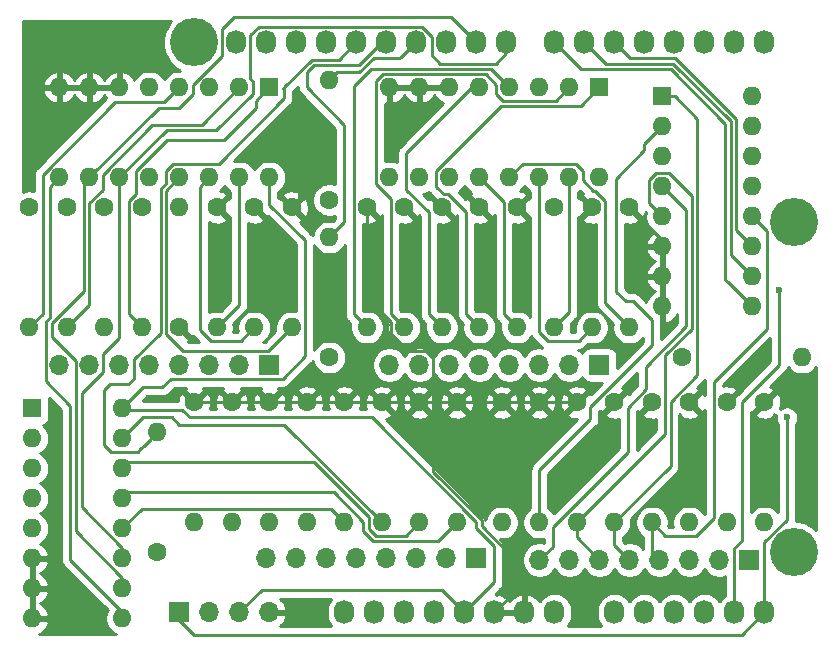
<source format=gbr>
%TF.GenerationSoftware,KiCad,Pcbnew,(5.1.6)-1*%
%TF.CreationDate,2020-07-22T23:00:20+02:00*%
%TF.ProjectId,circuit,63697263-7569-4742-9e6b-696361645f70,rev?*%
%TF.SameCoordinates,Original*%
%TF.FileFunction,Copper,L1,Top*%
%TF.FilePolarity,Positive*%
%FSLAX46Y46*%
G04 Gerber Fmt 4.6, Leading zero omitted, Abs format (unit mm)*
G04 Created by KiCad (PCBNEW (5.1.6)-1) date 2020-07-22 23:00:20*
%MOMM*%
%LPD*%
G01*
G04 APERTURE LIST*
%TA.AperFunction,ComponentPad*%
%ADD10O,1.600000X1.600000*%
%TD*%
%TA.AperFunction,ComponentPad*%
%ADD11R,1.600000X1.600000*%
%TD*%
%TA.AperFunction,ComponentPad*%
%ADD12C,1.600000*%
%TD*%
%TA.AperFunction,ComponentPad*%
%ADD13R,1.700000X1.700000*%
%TD*%
%TA.AperFunction,ComponentPad*%
%ADD14O,1.700000X1.700000*%
%TD*%
%TA.AperFunction,ComponentPad*%
%ADD15O,1.727200X2.032000*%
%TD*%
%TA.AperFunction,ComponentPad*%
%ADD16C,4.064000*%
%TD*%
%TA.AperFunction,ViaPad*%
%ADD17C,0.600000*%
%TD*%
%TA.AperFunction,Conductor*%
%ADD18C,0.250000*%
%TD*%
%TA.AperFunction,Conductor*%
%ADD19C,0.254000*%
%TD*%
G04 APERTURE END LIST*
D10*
%TO.P,READMUX1,16*%
%TO.N,+5V*%
X173482000Y-80137000D03*
%TO.P,READMUX1,8*%
%TO.N,GND*%
X165862000Y-97917000D03*
%TO.P,READMUX1,15*%
%TO.N,Net-(P9-Pad3)*%
X173482000Y-82677000D03*
%TO.P,READMUX1,7*%
%TO.N,GND*%
X165862000Y-95377000D03*
%TO.P,READMUX1,14*%
%TO.N,Net-(P9-Pad2)*%
X173482000Y-85217000D03*
%TO.P,READMUX1,6*%
%TO.N,GND*%
X165862000Y-92837000D03*
%TO.P,READMUX1,13*%
%TO.N,Net-(P9-Pad1)*%
X173482000Y-87757000D03*
%TO.P,READMUX1,5*%
%TO.N,Net-(P9-Pad6)*%
X165862000Y-90297000D03*
%TO.P,READMUX1,12*%
%TO.N,Net-(P9-Pad4)*%
X173482000Y-90297000D03*
%TO.P,READMUX1,4*%
%TO.N,Net-(P9-Pad8)*%
X165862000Y-87757000D03*
%TO.P,READMUX1,11*%
%TO.N,/5(\u002A\u002A)*%
X173482000Y-92837000D03*
%TO.P,READMUX1,3*%
%TO.N,Net-(READMUX1-Pad3)*%
X165862000Y-85217000D03*
%TO.P,READMUX1,10*%
%TO.N,/6(\u002A\u002A)*%
X173482000Y-95377000D03*
%TO.P,READMUX1,2*%
%TO.N,Net-(P9-Pad7)*%
X165862000Y-82677000D03*
%TO.P,READMUX1,9*%
%TO.N,/7*%
X173482000Y-97917000D03*
D11*
%TO.P,READMUX1,1*%
%TO.N,Net-(P9-Pad5)*%
X165862000Y-80137000D03*
%TD*%
D12*
%TO.P,R8W1,1*%
%TO.N,GND*%
X112268000Y-89535000D03*
D10*
%TO.P,R8W1,2*%
%TO.N,Net-(P10-Pad8)*%
X112268000Y-99695000D03*
%TD*%
D11*
%TO.P,WRITEMUX1,1*%
%TO.N,Net-(P10-Pad5)*%
X132588000Y-79375000D03*
D10*
%TO.P,WRITEMUX1,9*%
%TO.N,/10(\u002A\u002A/SS)*%
X114808000Y-86995000D03*
%TO.P,WRITEMUX1,2*%
%TO.N,Net-(P10-Pad7)*%
X130048000Y-79375000D03*
%TO.P,WRITEMUX1,10*%
%TO.N,/9(\u002A\u002A)*%
X117348000Y-86995000D03*
%TO.P,WRITEMUX1,3*%
%TO.N,Net-(RWM1-Pad1)*%
X127508000Y-79375000D03*
%TO.P,WRITEMUX1,11*%
%TO.N,/8*%
X119888000Y-86995000D03*
%TO.P,WRITEMUX1,4*%
%TO.N,Net-(P10-Pad8)*%
X124968000Y-79375000D03*
%TO.P,WRITEMUX1,12*%
%TO.N,Net-(P10-Pad4)*%
X122428000Y-86995000D03*
%TO.P,WRITEMUX1,5*%
%TO.N,Net-(P10-Pad6)*%
X122428000Y-79375000D03*
%TO.P,WRITEMUX1,13*%
%TO.N,Net-(P10-Pad1)*%
X124968000Y-86995000D03*
%TO.P,WRITEMUX1,6*%
%TO.N,GND*%
X119888000Y-79375000D03*
%TO.P,WRITEMUX1,14*%
%TO.N,Net-(P10-Pad2)*%
X127508000Y-86995000D03*
%TO.P,WRITEMUX1,7*%
%TO.N,GND*%
X117348000Y-79375000D03*
%TO.P,WRITEMUX1,15*%
%TO.N,Net-(P10-Pad3)*%
X130048000Y-86995000D03*
%TO.P,WRITEMUX1,8*%
%TO.N,GND*%
X114808000Y-79375000D03*
%TO.P,WRITEMUX1,16*%
%TO.N,+5V*%
X132588000Y-86995000D03*
%TD*%
D13*
%TO.P,P10,1*%
%TO.N,Net-(P10-Pad1)*%
X132588000Y-102870000D03*
D14*
%TO.P,P10,2*%
%TO.N,Net-(P10-Pad2)*%
X130048000Y-102870000D03*
%TO.P,P10,3*%
%TO.N,Net-(P10-Pad3)*%
X127508000Y-102870000D03*
%TO.P,P10,4*%
%TO.N,Net-(P10-Pad4)*%
X124968000Y-102870000D03*
%TO.P,P10,5*%
%TO.N,Net-(P10-Pad5)*%
X122428000Y-102870000D03*
%TO.P,P10,6*%
%TO.N,Net-(P10-Pad6)*%
X119888000Y-102870000D03*
%TO.P,P10,7*%
%TO.N,Net-(P10-Pad7)*%
X117348000Y-102870000D03*
%TO.P,P10,8*%
%TO.N,Net-(P10-Pad8)*%
X114808000Y-102870000D03*
%TD*%
D15*
%TO.P,P1,1*%
%TO.N,N/C*%
X138938000Y-123825000D03*
%TO.P,P1,2*%
X141478000Y-123825000D03*
%TO.P,P1,3*%
X144018000Y-123825000D03*
%TO.P,P1,4*%
X146558000Y-123825000D03*
%TO.P,P1,5*%
%TO.N,+5V*%
X149098000Y-123825000D03*
%TO.P,P1,6*%
%TO.N,GND*%
X151638000Y-123825000D03*
%TO.P,P1,7*%
X154178000Y-123825000D03*
%TO.P,P1,8*%
%TO.N,N/C*%
X156718000Y-123825000D03*
%TD*%
%TO.P,P2,1*%
%TO.N,/A0*%
X161798000Y-123825000D03*
%TO.P,P2,2*%
%TO.N,N/C*%
X164338000Y-123825000D03*
%TO.P,P2,3*%
X166878000Y-123825000D03*
%TO.P,P2,4*%
X169418000Y-123825000D03*
%TO.P,P2,5*%
%TO.N,/A4(SDA)*%
X171958000Y-123825000D03*
%TO.P,P2,6*%
%TO.N,/A5(SCL)*%
X174498000Y-123825000D03*
%TD*%
%TO.P,P3,1*%
%TO.N,/A5(SCL)*%
X129794000Y-75565000D03*
%TO.P,P3,2*%
%TO.N,/A4(SDA)*%
X132334000Y-75565000D03*
%TO.P,P3,3*%
%TO.N,N/C*%
X134874000Y-75565000D03*
%TO.P,P3,4*%
%TO.N,GND*%
X137414000Y-75565000D03*
%TO.P,P3,5*%
%TO.N,/13(SCK)*%
X139954000Y-75565000D03*
%TO.P,P3,6*%
%TO.N,/12(MISO)*%
X142494000Y-75565000D03*
%TO.P,P3,7*%
%TO.N,/11(\u002A\u002A/MOSI)*%
X145034000Y-75565000D03*
%TO.P,P3,8*%
%TO.N,/10(\u002A\u002A/SS)*%
X147574000Y-75565000D03*
%TO.P,P3,9*%
%TO.N,/9(\u002A\u002A)*%
X150114000Y-75565000D03*
%TO.P,P3,10*%
%TO.N,/8*%
X152654000Y-75565000D03*
%TD*%
%TO.P,P4,1*%
%TO.N,/7*%
X156718000Y-75565000D03*
%TO.P,P4,2*%
%TO.N,/6(\u002A\u002A)*%
X159258000Y-75565000D03*
%TO.P,P4,3*%
%TO.N,/5(\u002A\u002A)*%
X161798000Y-75565000D03*
%TO.P,P4,4*%
%TO.N,N/C*%
X164338000Y-75565000D03*
%TO.P,P4,5*%
X166878000Y-75565000D03*
%TO.P,P4,6*%
X169418000Y-75565000D03*
%TO.P,P4,7*%
X171958000Y-75565000D03*
%TO.P,P4,8*%
X174498000Y-75565000D03*
%TD*%
D16*
%TO.P,P6,1*%
%TO.N,N/C*%
X177038000Y-118745000D03*
%TD*%
%TO.P,P7,1*%
%TO.N,N/C*%
X126238000Y-75565000D03*
%TD*%
%TO.P,P8,1*%
%TO.N,N/C*%
X177038000Y-90805000D03*
%TD*%
D13*
%TO.P,P9,1*%
%TO.N,Net-(P9-Pad1)*%
X173228000Y-119380000D03*
D14*
%TO.P,P9,2*%
%TO.N,Net-(P9-Pad2)*%
X170688000Y-119380000D03*
%TO.P,P9,3*%
%TO.N,Net-(P9-Pad3)*%
X168148000Y-119380000D03*
%TO.P,P9,4*%
%TO.N,Net-(P9-Pad4)*%
X165608000Y-119380000D03*
%TO.P,P9,5*%
%TO.N,Net-(P9-Pad5)*%
X163068000Y-119380000D03*
%TO.P,P9,6*%
%TO.N,Net-(P9-Pad6)*%
X160528000Y-119380000D03*
%TO.P,P9,7*%
%TO.N,Net-(P9-Pad7)*%
X157988000Y-119380000D03*
%TO.P,P9,8*%
%TO.N,Net-(P9-Pad8)*%
X155448000Y-119380000D03*
%TD*%
%TO.P,P11,8*%
%TO.N,Net-(P11-Pad8)*%
X142748000Y-102870000D03*
%TO.P,P11,7*%
%TO.N,Net-(P11-Pad7)*%
X145288000Y-102870000D03*
%TO.P,P11,6*%
%TO.N,Net-(P11-Pad6)*%
X147828000Y-102870000D03*
%TO.P,P11,5*%
%TO.N,Net-(P11-Pad5)*%
X150368000Y-102870000D03*
%TO.P,P11,4*%
%TO.N,Net-(P11-Pad4)*%
X152908000Y-102870000D03*
%TO.P,P11,3*%
%TO.N,Net-(P11-Pad3)*%
X155448000Y-102870000D03*
%TO.P,P11,2*%
%TO.N,Net-(P11-Pad2)*%
X157988000Y-102870000D03*
D13*
%TO.P,P11,1*%
%TO.N,Net-(P11-Pad1)*%
X160528000Y-102870000D03*
%TD*%
%TO.P,P12,1*%
%TO.N,Net-(P12-Pad1)*%
X150114000Y-119253000D03*
D14*
%TO.P,P12,2*%
%TO.N,Net-(P12-Pad2)*%
X147574000Y-119253000D03*
%TO.P,P12,3*%
%TO.N,Net-(P12-Pad3)*%
X145034000Y-119253000D03*
%TO.P,P12,4*%
%TO.N,Net-(P12-Pad4)*%
X142494000Y-119253000D03*
%TO.P,P12,5*%
%TO.N,Net-(P12-Pad5)*%
X139954000Y-119253000D03*
%TO.P,P12,6*%
%TO.N,Net-(P12-Pad6)*%
X137414000Y-119253000D03*
%TO.P,P12,7*%
%TO.N,Net-(P12-Pad7)*%
X134874000Y-119253000D03*
%TO.P,P12,8*%
%TO.N,Net-(P12-Pad8)*%
X132334000Y-119253000D03*
%TD*%
D12*
%TO.P,R1R1,1*%
%TO.N,GND*%
X174498000Y-106045000D03*
D10*
%TO.P,R1R1,2*%
%TO.N,Net-(P9-Pad1)*%
X174498000Y-116205000D03*
%TD*%
D12*
%TO.P,R1W1,1*%
%TO.N,GND*%
X134493000Y-89535000D03*
D10*
%TO.P,R1W1,2*%
%TO.N,Net-(P10-Pad1)*%
X134493000Y-99695000D03*
%TD*%
D12*
%TO.P,R1W2,1*%
%TO.N,GND*%
X163068000Y-89535000D03*
D10*
%TO.P,R1W2,2*%
%TO.N,Net-(P11-Pad1)*%
X163068000Y-99695000D03*
%TD*%
%TO.P,R1W3,2*%
%TO.N,Net-(P12-Pad1)*%
X148463000Y-116205000D03*
D12*
%TO.P,R1W3,1*%
%TO.N,GND*%
X148463000Y-106045000D03*
%TD*%
D10*
%TO.P,R2R1,2*%
%TO.N,Net-(P9-Pad2)*%
X171323000Y-116205000D03*
D12*
%TO.P,R2R1,1*%
%TO.N,GND*%
X171323000Y-106045000D03*
%TD*%
D10*
%TO.P,R2W1,2*%
%TO.N,Net-(P10-Pad2)*%
X131318000Y-99695000D03*
D12*
%TO.P,R2W1,1*%
%TO.N,GND*%
X131318000Y-89535000D03*
%TD*%
D10*
%TO.P,R2W2,2*%
%TO.N,Net-(P11-Pad2)*%
X159893000Y-99695000D03*
D12*
%TO.P,R2W2,1*%
%TO.N,GND*%
X159893000Y-89535000D03*
%TD*%
%TO.P,R2W3,1*%
%TO.N,GND*%
X145288000Y-106045000D03*
D10*
%TO.P,R2W3,2*%
%TO.N,Net-(P12-Pad2)*%
X145288000Y-116205000D03*
%TD*%
D12*
%TO.P,R3R1,1*%
%TO.N,GND*%
X168148000Y-106045000D03*
D10*
%TO.P,R3R1,2*%
%TO.N,Net-(P9-Pad3)*%
X168148000Y-116205000D03*
%TD*%
D12*
%TO.P,R3W1,1*%
%TO.N,GND*%
X128143000Y-89535000D03*
D10*
%TO.P,R3W1,2*%
%TO.N,Net-(P10-Pad3)*%
X128143000Y-99695000D03*
%TD*%
D12*
%TO.P,R3W2,1*%
%TO.N,GND*%
X156718000Y-89535000D03*
D10*
%TO.P,R3W2,2*%
%TO.N,Net-(P11-Pad3)*%
X156718000Y-99695000D03*
%TD*%
%TO.P,R3W3,2*%
%TO.N,Net-(P12-Pad3)*%
X142113000Y-116205000D03*
D12*
%TO.P,R3W3,1*%
%TO.N,GND*%
X142113000Y-106045000D03*
%TD*%
D10*
%TO.P,R4R1,2*%
%TO.N,Net-(P9-Pad4)*%
X164973000Y-116205000D03*
D12*
%TO.P,R4R1,1*%
%TO.N,GND*%
X164973000Y-106045000D03*
%TD*%
D10*
%TO.P,R4W1,2*%
%TO.N,Net-(P10-Pad4)*%
X124968000Y-89535000D03*
D12*
%TO.P,R4W1,1*%
%TO.N,GND*%
X124968000Y-99695000D03*
%TD*%
D10*
%TO.P,R4W2,2*%
%TO.N,Net-(P11-Pad4)*%
X153543000Y-99695000D03*
D12*
%TO.P,R4W2,1*%
%TO.N,GND*%
X153543000Y-89535000D03*
%TD*%
%TO.P,R4W3,1*%
%TO.N,GND*%
X138938000Y-106045000D03*
D10*
%TO.P,R4W3,2*%
%TO.N,Net-(P12-Pad4)*%
X138938000Y-116205000D03*
%TD*%
D12*
%TO.P,R5R1,1*%
%TO.N,GND*%
X161798000Y-106045000D03*
D10*
%TO.P,R5R1,2*%
%TO.N,Net-(P9-Pad5)*%
X161798000Y-116205000D03*
%TD*%
D12*
%TO.P,R5W1,1*%
%TO.N,GND*%
X121793000Y-89535000D03*
D10*
%TO.P,R5W1,2*%
%TO.N,Net-(P10-Pad5)*%
X121793000Y-99695000D03*
%TD*%
%TO.P,R5W2,2*%
%TO.N,Net-(P11-Pad5)*%
X150368000Y-99695000D03*
D12*
%TO.P,R5W2,1*%
%TO.N,GND*%
X150368000Y-89535000D03*
%TD*%
%TO.P,R5W3,1*%
%TO.N,GND*%
X135763000Y-106045000D03*
D10*
%TO.P,R5W3,2*%
%TO.N,Net-(P12-Pad5)*%
X135763000Y-116205000D03*
%TD*%
%TO.P,R6R1,2*%
%TO.N,Net-(P9-Pad6)*%
X158623000Y-116205000D03*
D12*
%TO.P,R6R1,1*%
%TO.N,GND*%
X158623000Y-106045000D03*
%TD*%
D10*
%TO.P,R6W1,2*%
%TO.N,Net-(P10-Pad6)*%
X118618000Y-99695000D03*
D12*
%TO.P,R6W1,1*%
%TO.N,GND*%
X118618000Y-89535000D03*
%TD*%
D10*
%TO.P,R6W2,2*%
%TO.N,Net-(P11-Pad6)*%
X147193000Y-99695000D03*
D12*
%TO.P,R6W2,1*%
%TO.N,GND*%
X147193000Y-89535000D03*
%TD*%
D10*
%TO.P,R6W3,2*%
%TO.N,Net-(P12-Pad6)*%
X132588000Y-116205000D03*
D12*
%TO.P,R6W3,1*%
%TO.N,GND*%
X132588000Y-106045000D03*
%TD*%
D10*
%TO.P,R7R1,2*%
%TO.N,Net-(P9-Pad7)*%
X155448000Y-116205000D03*
D12*
%TO.P,R7R1,1*%
%TO.N,GND*%
X155448000Y-106045000D03*
%TD*%
D10*
%TO.P,R7W1,2*%
%TO.N,Net-(P10-Pad7)*%
X115443000Y-99695000D03*
D12*
%TO.P,R7W1,1*%
%TO.N,GND*%
X115443000Y-89535000D03*
%TD*%
D10*
%TO.P,R7W2,2*%
%TO.N,Net-(P11-Pad7)*%
X144018000Y-99695000D03*
D12*
%TO.P,R7W2,1*%
%TO.N,GND*%
X144018000Y-89535000D03*
%TD*%
%TO.P,R7W3,1*%
%TO.N,GND*%
X129413000Y-106045000D03*
D10*
%TO.P,R7W3,2*%
%TO.N,Net-(P12-Pad7)*%
X129413000Y-116205000D03*
%TD*%
D12*
%TO.P,R8R1,1*%
%TO.N,GND*%
X152273000Y-106045000D03*
D10*
%TO.P,R8R1,2*%
%TO.N,Net-(P9-Pad8)*%
X152273000Y-116205000D03*
%TD*%
D12*
%TO.P,R8W2,1*%
%TO.N,GND*%
X140843000Y-89535000D03*
D10*
%TO.P,R8W2,2*%
%TO.N,Net-(P11-Pad8)*%
X140843000Y-99695000D03*
%TD*%
D12*
%TO.P,R8W3,1*%
%TO.N,GND*%
X126238000Y-106045000D03*
D10*
%TO.P,R8W3,2*%
%TO.N,Net-(P12-Pad8)*%
X126238000Y-116205000D03*
%TD*%
D12*
%TO.P,RRM1,1*%
%TO.N,Net-(READMUX1-Pad3)*%
X167513000Y-102235000D03*
D10*
%TO.P,RRM1,2*%
%TO.N,/A0*%
X177673000Y-102235000D03*
%TD*%
%TO.P,RWM1,2*%
%TO.N,/11(\u002A\u002A/MOSI)*%
X137668000Y-78740000D03*
D12*
%TO.P,RWM1,1*%
%TO.N,Net-(RWM1-Pad1)*%
X137668000Y-88900000D03*
%TD*%
%TO.P,RWM2,1*%
%TO.N,Net-(RWM2-Pad1)*%
X137668000Y-102235000D03*
D10*
%TO.P,RWM2,2*%
%TO.N,/12(MISO)*%
X137668000Y-92075000D03*
%TD*%
D12*
%TO.P,RWM3,1*%
%TO.N,Net-(RWM3-Pad1)*%
X123063000Y-118745000D03*
D10*
%TO.P,RWM3,2*%
%TO.N,/13(SCK)*%
X123063000Y-108585000D03*
%TD*%
D13*
%TO.P,ScreenConn1,1*%
%TO.N,/A5(SCL)*%
X124968000Y-123825000D03*
D14*
%TO.P,ScreenConn1,2*%
%TO.N,/A4(SDA)*%
X127508000Y-123825000D03*
%TO.P,ScreenConn1,3*%
%TO.N,+5V*%
X130048000Y-123825000D03*
%TO.P,ScreenConn1,4*%
%TO.N,GND*%
X132588000Y-123825000D03*
%TD*%
D11*
%TO.P,WRITEMUX2,1*%
%TO.N,Net-(P11-Pad5)*%
X160528000Y-79375000D03*
D10*
%TO.P,WRITEMUX2,9*%
%TO.N,/10(\u002A\u002A/SS)*%
X142748000Y-86995000D03*
%TO.P,WRITEMUX2,2*%
%TO.N,Net-(P11-Pad7)*%
X157988000Y-79375000D03*
%TO.P,WRITEMUX2,10*%
%TO.N,/9(\u002A\u002A)*%
X145288000Y-86995000D03*
%TO.P,WRITEMUX2,3*%
%TO.N,Net-(RWM2-Pad1)*%
X155448000Y-79375000D03*
%TO.P,WRITEMUX2,11*%
%TO.N,/8*%
X147828000Y-86995000D03*
%TO.P,WRITEMUX2,4*%
%TO.N,Net-(P11-Pad8)*%
X152908000Y-79375000D03*
%TO.P,WRITEMUX2,12*%
%TO.N,Net-(P11-Pad4)*%
X150368000Y-86995000D03*
%TO.P,WRITEMUX2,5*%
%TO.N,Net-(P11-Pad6)*%
X150368000Y-79375000D03*
%TO.P,WRITEMUX2,13*%
%TO.N,Net-(P11-Pad1)*%
X152908000Y-86995000D03*
%TO.P,WRITEMUX2,6*%
%TO.N,GND*%
X147828000Y-79375000D03*
%TO.P,WRITEMUX2,14*%
%TO.N,Net-(P11-Pad2)*%
X155448000Y-86995000D03*
%TO.P,WRITEMUX2,7*%
%TO.N,GND*%
X145288000Y-79375000D03*
%TO.P,WRITEMUX2,15*%
%TO.N,Net-(P11-Pad3)*%
X157988000Y-86995000D03*
%TO.P,WRITEMUX2,8*%
%TO.N,GND*%
X142748000Y-79375000D03*
%TO.P,WRITEMUX2,16*%
%TO.N,+5V*%
X160528000Y-86995000D03*
%TD*%
%TO.P,WRITEMUX3,16*%
%TO.N,+5V*%
X120142000Y-106553000D03*
%TO.P,WRITEMUX3,8*%
%TO.N,GND*%
X112522000Y-124333000D03*
%TO.P,WRITEMUX3,15*%
%TO.N,Net-(P12-Pad3)*%
X120142000Y-109093000D03*
%TO.P,WRITEMUX3,7*%
%TO.N,GND*%
X112522000Y-121793000D03*
%TO.P,WRITEMUX3,14*%
%TO.N,Net-(P12-Pad2)*%
X120142000Y-111633000D03*
%TO.P,WRITEMUX3,6*%
%TO.N,GND*%
X112522000Y-119253000D03*
%TO.P,WRITEMUX3,13*%
%TO.N,Net-(P12-Pad1)*%
X120142000Y-114173000D03*
%TO.P,WRITEMUX3,5*%
%TO.N,Net-(P12-Pad6)*%
X112522000Y-116713000D03*
%TO.P,WRITEMUX3,12*%
%TO.N,Net-(P12-Pad4)*%
X120142000Y-116713000D03*
%TO.P,WRITEMUX3,4*%
%TO.N,Net-(P12-Pad8)*%
X112522000Y-114173000D03*
%TO.P,WRITEMUX3,11*%
%TO.N,/8*%
X120142000Y-119253000D03*
%TO.P,WRITEMUX3,3*%
%TO.N,Net-(RWM3-Pad1)*%
X112522000Y-111633000D03*
%TO.P,WRITEMUX3,10*%
%TO.N,/9(\u002A\u002A)*%
X120142000Y-121793000D03*
%TO.P,WRITEMUX3,2*%
%TO.N,Net-(P12-Pad7)*%
X112522000Y-109093000D03*
%TO.P,WRITEMUX3,9*%
%TO.N,/10(\u002A\u002A/SS)*%
X120142000Y-124333000D03*
D11*
%TO.P,WRITEMUX3,1*%
%TO.N,Net-(P12-Pad5)*%
X112522000Y-106553000D03*
%TD*%
D17*
%TO.N,GND*%
X135128000Y-82550000D03*
%TO.N,/A4(SDA)*%
X175768000Y-96520000D03*
%TO.N,/A5(SCL)*%
X176403000Y-107315000D03*
%TD*%
D18*
%TO.N,+5V*%
X130048000Y-123825000D02*
X131953000Y-121920000D01*
X147193000Y-121920000D02*
X149098000Y-123825000D01*
X131953000Y-121920000D02*
X147193000Y-121920000D01*
X133698001Y-104045001D02*
X124238001Y-104045001D01*
X132588000Y-89295002D02*
X135618001Y-92325003D01*
X135618001Y-102125001D02*
X133698001Y-104045001D01*
X123508002Y-104775000D02*
X121920000Y-104775000D01*
X135618001Y-92325003D02*
X135618001Y-102125001D01*
X124238001Y-104045001D02*
X123508002Y-104775000D01*
X132588000Y-86995000D02*
X132588000Y-89295002D01*
X121920000Y-104775000D02*
X120142000Y-106553000D01*
X151638000Y-121285000D02*
X149098000Y-123825000D01*
X120269000Y-106680000D02*
X125207998Y-106680000D01*
X125842998Y-107315000D02*
X141238002Y-107315000D01*
X141238002Y-107315000D02*
X150114000Y-116190998D01*
X120142000Y-106553000D02*
X120269000Y-106680000D01*
X125207998Y-106680000D02*
X125842998Y-107315000D01*
X150114000Y-116713000D02*
X151638000Y-118237000D01*
X150114000Y-116190998D02*
X150114000Y-116713000D01*
X151638000Y-118237000D02*
X151638000Y-121285000D01*
%TO.N,GND*%
X151638000Y-123825000D02*
X154178000Y-123825000D01*
X126238000Y-106045000D02*
X158623000Y-106045000D01*
X135128000Y-88900000D02*
X134493000Y-89535000D01*
X135128000Y-82550000D02*
X135128000Y-88900000D01*
X165862000Y-92329000D02*
X163068000Y-89535000D01*
X165862000Y-97917000D02*
X165862000Y-92329000D01*
X142892999Y-99206409D02*
X142892999Y-100235001D01*
X140843000Y-89535000D02*
X140843000Y-97156410D01*
X152813001Y-122649999D02*
X151638000Y-123825000D01*
X144352997Y-101694999D02*
X145852001Y-101694999D01*
X140843000Y-97156410D02*
X142892999Y-99206409D01*
X142892999Y-100235001D02*
X144352997Y-101694999D01*
X145852001Y-101694999D02*
X146463001Y-102305999D01*
X146463001Y-102305999D02*
X146463001Y-111903589D01*
X152813001Y-118775591D02*
X152813001Y-118904001D01*
X150564009Y-116526599D02*
X152813001Y-118775591D01*
X150564009Y-116004597D02*
X150564009Y-116526599D01*
X146463001Y-111903589D02*
X150564009Y-116004597D01*
X152813001Y-118904001D02*
X152813001Y-122649999D01*
%TO.N,/A4(SDA)*%
X172593000Y-106045000D02*
X172593000Y-117729998D01*
X171958000Y-118364998D02*
X171958000Y-123825000D01*
X175768000Y-102870000D02*
X172593000Y-106045000D01*
X172593000Y-117729998D02*
X171958000Y-118364998D01*
X175768000Y-96520000D02*
X175768000Y-102870000D01*
%TO.N,/A5(SCL)*%
X172593000Y-125730000D02*
X174498000Y-123825000D01*
X124968000Y-123825000D02*
X124968000Y-124460000D01*
X124968000Y-124460000D02*
X126238000Y-125730000D01*
X126238000Y-125730000D02*
X172593000Y-125730000D01*
X176403000Y-115965002D02*
X174498000Y-117870002D01*
X174498000Y-117870002D02*
X174498000Y-123825000D01*
X176403000Y-107315000D02*
X176403000Y-115965002D01*
%TO.N,/9(\u002A\u002A)*%
X124912992Y-81095010D02*
X123247990Y-81095010D01*
X126093001Y-79915001D02*
X124912992Y-81095010D01*
X123247990Y-81095010D02*
X117348000Y-86995000D01*
X126093001Y-79198361D02*
X126093001Y-79915001D01*
X147974010Y-73425010D02*
X129603630Y-73425010D01*
X150114000Y-75565000D02*
X147974010Y-73425010D01*
X129603630Y-73425010D02*
X128595001Y-74433639D01*
X128595001Y-74433639D02*
X128595001Y-76696361D01*
X128595001Y-76696361D02*
X126093001Y-79198361D01*
X116897990Y-87445010D02*
X116897990Y-96575008D01*
X120142000Y-120904000D02*
X120142000Y-121793000D01*
X116172999Y-102495997D02*
X116172999Y-116934999D01*
X116897990Y-96575008D02*
X114173000Y-99299998D01*
X117348000Y-86995000D02*
X116897990Y-87445010D01*
X114173000Y-99299998D02*
X114173000Y-100495998D01*
X116172999Y-116934999D02*
X120142000Y-120904000D01*
X114173000Y-100495998D02*
X116172999Y-102495997D01*
%TO.N,/8*%
X152654000Y-76454000D02*
X152654000Y-75565000D01*
X151758021Y-77349979D02*
X152654000Y-76454000D01*
X131173001Y-79915001D02*
X131173001Y-78834999D01*
X131678882Y-74223990D02*
X145526338Y-74223990D01*
X119888000Y-86995000D02*
X123882990Y-83000010D01*
X128087992Y-83000010D02*
X131173001Y-79915001D01*
X131173001Y-78834999D02*
X130982610Y-78644608D01*
X123882990Y-83000010D02*
X128087992Y-83000010D01*
X130982610Y-74920262D02*
X131678882Y-74223990D01*
X147072979Y-77349979D02*
X151758021Y-77349979D01*
X130982610Y-78644608D02*
X130982610Y-74920262D01*
X145526338Y-74223990D02*
X146385390Y-75083042D01*
X146385390Y-76662390D02*
X147072979Y-77349979D01*
X146385390Y-75083042D02*
X146385390Y-76662390D01*
X116713000Y-114935000D02*
X120142000Y-118364000D01*
X118523001Y-103434001D02*
X116713000Y-105244002D01*
X119888000Y-100610500D02*
X118523001Y-101975499D01*
X119888000Y-86995000D02*
X119888000Y-100610500D01*
X120142000Y-118364000D02*
X120142000Y-119253000D01*
X118523001Y-101975499D02*
X118523001Y-103434001D01*
X116713000Y-105244002D02*
X116713000Y-114935000D01*
%TO.N,/7*%
X158959030Y-77806030D02*
X156718000Y-75565000D01*
X171202979Y-82429979D02*
X166579030Y-77806030D01*
X166579030Y-77806030D02*
X158959030Y-77806030D01*
X171202979Y-95637979D02*
X171450000Y-95885000D01*
X173482000Y-97917000D02*
X171450000Y-95885000D01*
X171202979Y-82429979D02*
X171202979Y-95637979D01*
X171450000Y-95885000D02*
X171202980Y-95637980D01*
%TO.N,/6(\u002A\u002A)*%
X161049019Y-77356019D02*
X159258000Y-75565000D01*
X166765430Y-77356019D02*
X161049019Y-77356019D01*
X171652990Y-82243579D02*
X166765430Y-77356019D01*
X171652990Y-93547990D02*
X171652990Y-92126010D01*
X173482000Y-95377000D02*
X171652990Y-93547990D01*
X171652990Y-92126010D02*
X171652990Y-82243579D01*
%TO.N,/5(\u002A\u002A)*%
X166951830Y-76906008D02*
X163139008Y-76906008D01*
X172102999Y-82057177D02*
X166951830Y-76906008D01*
X163139008Y-76906008D02*
X161798000Y-75565000D01*
X172102999Y-91457999D02*
X172102999Y-88409999D01*
X173482000Y-92837000D02*
X172102999Y-91457999D01*
X172102999Y-88409999D02*
X172102999Y-82057177D01*
%TO.N,/13(SCK)*%
X139954000Y-75565000D02*
X138499009Y-77019991D01*
X138499009Y-77019991D02*
X136211599Y-77019991D01*
X136211599Y-77019991D02*
X133857295Y-79374295D01*
X133857295Y-79374295D02*
X133713001Y-79518589D01*
X119126000Y-104521000D02*
X118618000Y-105029000D01*
X120650000Y-104521000D02*
X119126000Y-104521000D01*
X133857295Y-80290707D02*
X128278003Y-85869999D01*
X121156590Y-102402408D02*
X121156590Y-104014410D01*
X128278003Y-85869999D02*
X124427999Y-85869999D01*
X133857295Y-79374295D02*
X133857295Y-80290707D01*
X121937999Y-109710001D02*
X122364500Y-109283500D01*
X124427999Y-85869999D02*
X123842999Y-86454999D01*
X122364500Y-109283500D02*
X123063000Y-108585000D01*
X123842999Y-87483591D02*
X123392989Y-87933601D01*
X123842999Y-86454999D02*
X123842999Y-87483591D01*
X123392989Y-87933601D02*
X123392989Y-100166009D01*
X121156590Y-104014410D02*
X120650000Y-104521000D01*
X123392989Y-100166009D02*
X121156590Y-102402408D01*
X118618000Y-105029000D02*
X118618000Y-106553000D01*
X118618000Y-106553000D02*
X118618000Y-109093000D01*
X121648001Y-109999999D02*
X122364500Y-109283500D01*
X121429999Y-110218001D02*
X121648001Y-109999999D01*
X119164500Y-110218001D02*
X121429999Y-110218001D01*
X118618000Y-106553000D02*
X118618000Y-109671501D01*
X118618000Y-109671501D02*
X119164500Y-110218001D01*
%TO.N,/10(\u002A\u002A/SS)*%
X115722989Y-119405989D02*
X120142000Y-123825000D01*
X115722989Y-106324989D02*
X115722989Y-119405989D01*
X114008001Y-87794999D02*
X114008001Y-98828587D01*
X114808000Y-86995000D02*
X114008001Y-87794999D01*
X114008001Y-98828587D02*
X113632999Y-99203589D01*
X120142000Y-123825000D02*
X120142000Y-124333000D01*
X113632999Y-99203589D02*
X113632999Y-104234999D01*
X113632999Y-104234999D02*
X115722989Y-106324989D01*
%TO.N,/12(MISO)*%
X135763000Y-79375000D02*
X135763000Y-78105000D01*
X142111590Y-75565000D02*
X142494000Y-75565000D01*
X138938000Y-82550000D02*
X135763000Y-79375000D01*
X136398000Y-77470000D02*
X140206590Y-77470000D01*
X135763000Y-78105000D02*
X136398000Y-77470000D01*
X138938000Y-90805000D02*
X138938000Y-82550000D01*
X140206590Y-77470000D02*
X142111590Y-75565000D01*
X137668000Y-92075000D02*
X138938000Y-90805000D01*
%TO.N,/11(\u002A\u002A/MOSI)*%
X143764000Y-76835000D02*
X145034000Y-75565000D01*
X143682610Y-76835000D02*
X143764000Y-76835000D01*
X143682610Y-76906010D02*
X143682610Y-76835000D01*
X141406990Y-76906010D02*
X143682610Y-76906010D01*
X138303000Y-78105000D02*
X140208000Y-78105000D01*
X137668000Y-78740000D02*
X138303000Y-78105000D01*
X140208000Y-78105000D02*
X141406990Y-76906010D01*
%TO.N,Net-(P9-Pad8)*%
X156573001Y-118254999D02*
X155448000Y-119380000D01*
X156573001Y-116589997D02*
X156573001Y-118254999D01*
X162923001Y-106479997D02*
X162923001Y-110239997D01*
X162923001Y-110239997D02*
X156573001Y-116589997D01*
X167894000Y-99602588D02*
X164482999Y-103013589D01*
X164482999Y-103013589D02*
X164482999Y-104919999D01*
X164482999Y-104919999D02*
X162923001Y-106479997D01*
X167894000Y-89789000D02*
X167894000Y-93345000D01*
X165862000Y-87757000D02*
X167894000Y-89789000D01*
X167894000Y-93330998D02*
X167894000Y-93345000D01*
X167894000Y-93345000D02*
X167894000Y-99602588D01*
%TO.N,Net-(P9-Pad7)*%
X159748001Y-106429997D02*
X159748001Y-107459999D01*
X164973000Y-101204998D02*
X159748001Y-106429997D01*
X155448000Y-111760000D02*
X155448000Y-116205000D01*
X164973000Y-99060000D02*
X164973000Y-101204998D01*
X161942999Y-96664999D02*
X162750500Y-97472500D01*
X162750500Y-97472500D02*
X163385500Y-97472500D01*
X159748001Y-107459999D02*
X155448000Y-111760000D01*
X163385500Y-97472500D02*
X164973000Y-99060000D01*
X164338000Y-84201000D02*
X165862000Y-82677000D01*
X164338000Y-84709000D02*
X161942999Y-87104001D01*
X164338000Y-84201000D02*
X164338000Y-84709000D01*
X161942999Y-87104001D02*
X161942999Y-96664999D01*
%TO.N,Net-(P9-Pad6)*%
X158623000Y-117475000D02*
X160528000Y-119380000D01*
X158623000Y-116205000D02*
X158623000Y-117475000D01*
X166098001Y-108729999D02*
X158623000Y-116205000D01*
X166098001Y-102034997D02*
X166098001Y-108729999D01*
X168344011Y-99788988D02*
X166098001Y-102034997D01*
X168344011Y-88574009D02*
X168344011Y-99788988D01*
X166402001Y-86631999D02*
X168344011Y-88574009D01*
X165321999Y-86631999D02*
X166402001Y-86631999D01*
X164736999Y-87216999D02*
X165321999Y-86631999D01*
X164736999Y-89171999D02*
X164736999Y-87216999D01*
X165862000Y-90297000D02*
X164736999Y-89171999D01*
%TO.N,Net-(P9-Pad5)*%
X161798000Y-118110000D02*
X163068000Y-119380000D01*
X161798000Y-116205000D02*
X161798000Y-118110000D01*
X166548012Y-105979986D02*
X166548011Y-111454989D01*
X166548011Y-111454989D02*
X161798000Y-116205000D01*
X168794022Y-82019022D02*
X168794022Y-103733976D01*
X165862000Y-80137000D02*
X166912000Y-80137000D01*
X166912000Y-80137000D02*
X168794022Y-82019022D01*
X168794022Y-103733976D02*
X166548012Y-105979986D01*
%TO.N,Net-(P9-Pad4)*%
X166098001Y-117330001D02*
X168688001Y-117330001D01*
X168688001Y-117330001D02*
X170197999Y-115820003D01*
X164973000Y-116205000D02*
X166098001Y-117330001D01*
X164973000Y-118745000D02*
X165608000Y-119380000D01*
X164973000Y-116205000D02*
X164973000Y-118745000D01*
X174680999Y-99801999D02*
X170197999Y-104284999D01*
X173482000Y-90297000D02*
X174680999Y-91495999D01*
X174680999Y-91495999D02*
X174680999Y-99801999D01*
X170197999Y-115820003D02*
X170197999Y-104284999D01*
%TO.N,Net-(P10-Pad1)*%
X123842999Y-100235001D02*
X123842999Y-88120001D01*
X125302997Y-101694999D02*
X123842999Y-100235001D01*
X123842999Y-88120001D02*
X124968000Y-86995000D01*
X132493001Y-101694999D02*
X125302997Y-101694999D01*
X134493000Y-99695000D02*
X132493001Y-101694999D01*
%TO.N,Net-(P10-Pad2)*%
X126708001Y-87794999D02*
X127508000Y-86995000D01*
X126708001Y-99925003D02*
X126708001Y-87794999D01*
X127602999Y-100820001D02*
X126708001Y-99925003D01*
X130192999Y-100820001D02*
X127602999Y-100820001D01*
X131318000Y-99695000D02*
X130192999Y-100820001D01*
%TO.N,Net-(P10-Pad3)*%
X130048000Y-97790000D02*
X130048000Y-86995000D01*
X128143000Y-99695000D02*
X130048000Y-97790000D01*
%TO.N,Net-(P10-Pad5)*%
X131462999Y-80500001D02*
X132588000Y-79375000D01*
X131462999Y-81135001D02*
X131462999Y-80500001D01*
X128778000Y-83820000D02*
X131462999Y-81135001D01*
X121302999Y-86454999D02*
X123937998Y-83820000D01*
X121793000Y-99695000D02*
X120667999Y-98569999D01*
X123937998Y-83820000D02*
X128778000Y-83820000D01*
X120667999Y-88994999D02*
X121302999Y-88359999D01*
X120667999Y-98569999D02*
X120667999Y-88994999D01*
X121302999Y-88359999D02*
X121302999Y-86454999D01*
%TO.N,Net-(P10-Pad7)*%
X117348000Y-97790000D02*
X115443000Y-99695000D01*
X117348000Y-89139998D02*
X117348000Y-97790000D01*
X130048000Y-79375000D02*
X126873000Y-82550000D01*
X122667998Y-82550000D02*
X118473001Y-86744997D01*
X118473001Y-86744997D02*
X118473001Y-88014997D01*
X126873000Y-82550000D02*
X122667998Y-82550000D01*
X118473001Y-88014997D02*
X117348000Y-89139998D01*
%TO.N,Net-(P10-Pad8)*%
X123698000Y-80645000D02*
X124968000Y-79375000D01*
X119492998Y-80645000D02*
X123698000Y-80645000D01*
X113393001Y-98569999D02*
X113393001Y-86744997D01*
X113393001Y-86744997D02*
X119492998Y-80645000D01*
X112268000Y-99695000D02*
X113393001Y-98569999D01*
%TO.N,Net-(P11-Pad8)*%
X140843000Y-99695000D02*
X139717999Y-98569999D01*
X152908000Y-79375000D02*
X151332989Y-77799989D01*
X151332989Y-77799989D02*
X141149421Y-77799989D01*
X139717999Y-79231411D02*
X139717999Y-80154999D01*
X141149421Y-77799989D02*
X139717999Y-79231411D01*
X139717999Y-98569999D02*
X139717999Y-80154999D01*
X139717999Y-80154999D02*
X139717999Y-79865706D01*
%TO.N,Net-(P11-Pad7)*%
X152367999Y-80500001D02*
X156862999Y-80500001D01*
X151782999Y-79915001D02*
X152367999Y-80500001D01*
X151782999Y-79124997D02*
X151782999Y-79915001D01*
X150908001Y-78249999D02*
X151782999Y-79124997D01*
X142207999Y-78249999D02*
X150908001Y-78249999D01*
X141622999Y-78834999D02*
X142207999Y-78249999D01*
X156862999Y-80500001D02*
X157988000Y-79375000D01*
X141622999Y-87535001D02*
X141622999Y-78834999D01*
X142892999Y-88805001D02*
X141622999Y-87535001D01*
X142892999Y-98569999D02*
X142892999Y-88805001D01*
X144018000Y-99695000D02*
X142892999Y-98569999D01*
%TO.N,Net-(P11-Pad6)*%
X146067999Y-98569999D02*
X147193000Y-99695000D01*
X149733000Y-79375000D02*
X144162999Y-84945001D01*
X146067999Y-89919997D02*
X146067999Y-98569999D01*
X150368000Y-79375000D02*
X149733000Y-79375000D01*
X144162999Y-84945001D02*
X144162999Y-88014997D01*
X144162999Y-88014997D02*
X146067999Y-89919997D01*
%TO.N,Net-(P11-Pad5)*%
X149242999Y-98569999D02*
X150368000Y-99695000D01*
X149242999Y-89919997D02*
X149242999Y-98569999D01*
X147733001Y-88409999D02*
X149242999Y-89919997D01*
X146702999Y-87774999D02*
X147337999Y-88409999D01*
X147337999Y-88409999D02*
X147733001Y-88409999D01*
X146702999Y-86454999D02*
X146702999Y-87774999D01*
X152207987Y-80950011D02*
X146702999Y-86454999D01*
X158952989Y-80950011D02*
X152207987Y-80950011D01*
X160528000Y-79375000D02*
X158952989Y-80950011D01*
%TO.N,Net-(P11-Pad4)*%
X152417999Y-89044999D02*
X150368000Y-86995000D01*
X152417999Y-98569999D02*
X152417999Y-89044999D01*
X153543000Y-99695000D02*
X152417999Y-98569999D01*
%TO.N,Net-(P11-Pad3)*%
X157988000Y-98425000D02*
X156718000Y-99695000D01*
X157988000Y-86995000D02*
X157988000Y-98425000D01*
%TO.N,Net-(P11-Pad2)*%
X158767999Y-100820001D02*
X159893000Y-99695000D01*
X156177999Y-100820001D02*
X158767999Y-100820001D01*
X155448000Y-100090002D02*
X156177999Y-100820001D01*
X155448000Y-86995000D02*
X155448000Y-100090002D01*
%TO.N,Net-(P11-Pad1)*%
X159113001Y-86454999D02*
X158528001Y-85869999D01*
X154033001Y-85869999D02*
X152908000Y-86995000D01*
X159113001Y-87245003D02*
X159113001Y-86454999D01*
X159987999Y-88120001D02*
X159113001Y-87245003D01*
X158528001Y-85869999D02*
X154033001Y-85869999D01*
X160143003Y-88120001D02*
X159987999Y-88120001D01*
X161018001Y-88994999D02*
X160143003Y-88120001D01*
X161018001Y-97645001D02*
X161018001Y-88994999D01*
X163068000Y-99695000D02*
X161018001Y-97645001D01*
%TO.N,Net-(P12-Pad1)*%
X141386599Y-117780011D02*
X146887989Y-117780011D01*
X120650000Y-113665000D02*
X138063002Y-113665000D01*
X146887989Y-117780011D02*
X148463000Y-116205000D01*
X140537989Y-116139987D02*
X140537990Y-116931402D01*
X138063002Y-113665000D02*
X140537989Y-116139987D01*
X120142000Y-114173000D02*
X120650000Y-113665000D01*
X140537990Y-116931402D02*
X141386599Y-117780011D01*
%TO.N,Net-(P12-Pad2)*%
X144162999Y-117330001D02*
X145288000Y-116205000D01*
X120650000Y-111125000D02*
X136396590Y-111125000D01*
X120142000Y-111633000D02*
X120650000Y-111125000D01*
X136396590Y-111125000D02*
X140987999Y-115716409D01*
X140987999Y-115716409D02*
X140987999Y-116745001D01*
X141572999Y-117330001D02*
X144162999Y-117330001D01*
X140987999Y-116745001D02*
X141572999Y-117330001D01*
%TO.N,Net-(P12-Pad3)*%
X124968000Y-107950000D02*
X133858000Y-107950000D01*
X124333000Y-107315000D02*
X124968000Y-107950000D01*
X133858000Y-107950000D02*
X142113000Y-116205000D01*
X120142000Y-109093000D02*
X121920000Y-107315000D01*
X121920000Y-107315000D02*
X124333000Y-107315000D01*
%TO.N,Net-(P12-Pad4)*%
X137812999Y-115079999D02*
X138938000Y-116205000D01*
X120142000Y-116713000D02*
X121775001Y-115079999D01*
X121775001Y-115079999D02*
X137812999Y-115079999D01*
%TD*%
D19*
%TO.N,GND*%
G36*
X114962989Y-106639791D02*
G01*
X114962990Y-119368657D01*
X114959313Y-119405989D01*
X114973987Y-119554974D01*
X115017443Y-119698235D01*
X115088015Y-119830265D01*
X115159190Y-119916991D01*
X115182989Y-119945990D01*
X115211987Y-119969788D01*
X118880394Y-123638196D01*
X118870320Y-123653273D01*
X118762147Y-123914426D01*
X118707000Y-124191665D01*
X118707000Y-124474335D01*
X118762147Y-124751574D01*
X118870320Y-125012727D01*
X119027363Y-125247759D01*
X119227241Y-125447637D01*
X119462273Y-125604680D01*
X119583756Y-125655000D01*
X113066263Y-125655000D01*
X113135881Y-125630070D01*
X113377131Y-125485385D01*
X113585519Y-125296414D01*
X113753037Y-125070420D01*
X113873246Y-124816087D01*
X113913904Y-124682039D01*
X113791915Y-124460000D01*
X112649000Y-124460000D01*
X112649000Y-124480000D01*
X112395000Y-124480000D01*
X112395000Y-124460000D01*
X112375000Y-124460000D01*
X112375000Y-124206000D01*
X112395000Y-124206000D01*
X112395000Y-121920000D01*
X112649000Y-121920000D01*
X112649000Y-124206000D01*
X113791915Y-124206000D01*
X113913904Y-123983961D01*
X113873246Y-123849913D01*
X113753037Y-123595580D01*
X113585519Y-123369586D01*
X113377131Y-123180615D01*
X113181018Y-123063000D01*
X113377131Y-122945385D01*
X113585519Y-122756414D01*
X113753037Y-122530420D01*
X113873246Y-122276087D01*
X113913904Y-122142039D01*
X113791915Y-121920000D01*
X112649000Y-121920000D01*
X112395000Y-121920000D01*
X112375000Y-121920000D01*
X112375000Y-121666000D01*
X112395000Y-121666000D01*
X112395000Y-119380000D01*
X112649000Y-119380000D01*
X112649000Y-121666000D01*
X113791915Y-121666000D01*
X113913904Y-121443961D01*
X113873246Y-121309913D01*
X113753037Y-121055580D01*
X113585519Y-120829586D01*
X113377131Y-120640615D01*
X113181018Y-120523000D01*
X113377131Y-120405385D01*
X113585519Y-120216414D01*
X113753037Y-119990420D01*
X113873246Y-119736087D01*
X113913904Y-119602039D01*
X113791915Y-119380000D01*
X112649000Y-119380000D01*
X112395000Y-119380000D01*
X112375000Y-119380000D01*
X112375000Y-119126000D01*
X112395000Y-119126000D01*
X112395000Y-119106000D01*
X112649000Y-119106000D01*
X112649000Y-119126000D01*
X113791915Y-119126000D01*
X113913904Y-118903961D01*
X113873246Y-118769913D01*
X113753037Y-118515580D01*
X113585519Y-118289586D01*
X113377131Y-118100615D01*
X113191135Y-117989067D01*
X113201727Y-117984680D01*
X113436759Y-117827637D01*
X113636637Y-117627759D01*
X113793680Y-117392727D01*
X113901853Y-117131574D01*
X113957000Y-116854335D01*
X113957000Y-116571665D01*
X113901853Y-116294426D01*
X113793680Y-116033273D01*
X113636637Y-115798241D01*
X113436759Y-115598363D01*
X113204241Y-115443000D01*
X113436759Y-115287637D01*
X113636637Y-115087759D01*
X113793680Y-114852727D01*
X113901853Y-114591574D01*
X113957000Y-114314335D01*
X113957000Y-114031665D01*
X113901853Y-113754426D01*
X113793680Y-113493273D01*
X113636637Y-113258241D01*
X113436759Y-113058363D01*
X113204241Y-112903000D01*
X113436759Y-112747637D01*
X113636637Y-112547759D01*
X113793680Y-112312727D01*
X113901853Y-112051574D01*
X113957000Y-111774335D01*
X113957000Y-111491665D01*
X113901853Y-111214426D01*
X113793680Y-110953273D01*
X113636637Y-110718241D01*
X113436759Y-110518363D01*
X113204241Y-110363000D01*
X113436759Y-110207637D01*
X113636637Y-110007759D01*
X113793680Y-109772727D01*
X113901853Y-109511574D01*
X113957000Y-109234335D01*
X113957000Y-108951665D01*
X113901853Y-108674426D01*
X113793680Y-108413273D01*
X113636637Y-108178241D01*
X113438039Y-107979643D01*
X113446482Y-107978812D01*
X113566180Y-107942502D01*
X113676494Y-107883537D01*
X113773185Y-107804185D01*
X113852537Y-107707494D01*
X113911502Y-107597180D01*
X113947812Y-107477482D01*
X113960072Y-107353000D01*
X113960072Y-105753000D01*
X113947812Y-105628518D01*
X113946112Y-105622913D01*
X114962989Y-106639791D01*
G37*
X114962989Y-106639791D02*
X114962990Y-119368657D01*
X114959313Y-119405989D01*
X114973987Y-119554974D01*
X115017443Y-119698235D01*
X115088015Y-119830265D01*
X115159190Y-119916991D01*
X115182989Y-119945990D01*
X115211987Y-119969788D01*
X118880394Y-123638196D01*
X118870320Y-123653273D01*
X118762147Y-123914426D01*
X118707000Y-124191665D01*
X118707000Y-124474335D01*
X118762147Y-124751574D01*
X118870320Y-125012727D01*
X119027363Y-125247759D01*
X119227241Y-125447637D01*
X119462273Y-125604680D01*
X119583756Y-125655000D01*
X113066263Y-125655000D01*
X113135881Y-125630070D01*
X113377131Y-125485385D01*
X113585519Y-125296414D01*
X113753037Y-125070420D01*
X113873246Y-124816087D01*
X113913904Y-124682039D01*
X113791915Y-124460000D01*
X112649000Y-124460000D01*
X112649000Y-124480000D01*
X112395000Y-124480000D01*
X112395000Y-124460000D01*
X112375000Y-124460000D01*
X112375000Y-124206000D01*
X112395000Y-124206000D01*
X112395000Y-121920000D01*
X112649000Y-121920000D01*
X112649000Y-124206000D01*
X113791915Y-124206000D01*
X113913904Y-123983961D01*
X113873246Y-123849913D01*
X113753037Y-123595580D01*
X113585519Y-123369586D01*
X113377131Y-123180615D01*
X113181018Y-123063000D01*
X113377131Y-122945385D01*
X113585519Y-122756414D01*
X113753037Y-122530420D01*
X113873246Y-122276087D01*
X113913904Y-122142039D01*
X113791915Y-121920000D01*
X112649000Y-121920000D01*
X112395000Y-121920000D01*
X112375000Y-121920000D01*
X112375000Y-121666000D01*
X112395000Y-121666000D01*
X112395000Y-119380000D01*
X112649000Y-119380000D01*
X112649000Y-121666000D01*
X113791915Y-121666000D01*
X113913904Y-121443961D01*
X113873246Y-121309913D01*
X113753037Y-121055580D01*
X113585519Y-120829586D01*
X113377131Y-120640615D01*
X113181018Y-120523000D01*
X113377131Y-120405385D01*
X113585519Y-120216414D01*
X113753037Y-119990420D01*
X113873246Y-119736087D01*
X113913904Y-119602039D01*
X113791915Y-119380000D01*
X112649000Y-119380000D01*
X112395000Y-119380000D01*
X112375000Y-119380000D01*
X112375000Y-119126000D01*
X112395000Y-119126000D01*
X112395000Y-119106000D01*
X112649000Y-119106000D01*
X112649000Y-119126000D01*
X113791915Y-119126000D01*
X113913904Y-118903961D01*
X113873246Y-118769913D01*
X113753037Y-118515580D01*
X113585519Y-118289586D01*
X113377131Y-118100615D01*
X113191135Y-117989067D01*
X113201727Y-117984680D01*
X113436759Y-117827637D01*
X113636637Y-117627759D01*
X113793680Y-117392727D01*
X113901853Y-117131574D01*
X113957000Y-116854335D01*
X113957000Y-116571665D01*
X113901853Y-116294426D01*
X113793680Y-116033273D01*
X113636637Y-115798241D01*
X113436759Y-115598363D01*
X113204241Y-115443000D01*
X113436759Y-115287637D01*
X113636637Y-115087759D01*
X113793680Y-114852727D01*
X113901853Y-114591574D01*
X113957000Y-114314335D01*
X113957000Y-114031665D01*
X113901853Y-113754426D01*
X113793680Y-113493273D01*
X113636637Y-113258241D01*
X113436759Y-113058363D01*
X113204241Y-112903000D01*
X113436759Y-112747637D01*
X113636637Y-112547759D01*
X113793680Y-112312727D01*
X113901853Y-112051574D01*
X113957000Y-111774335D01*
X113957000Y-111491665D01*
X113901853Y-111214426D01*
X113793680Y-110953273D01*
X113636637Y-110718241D01*
X113436759Y-110518363D01*
X113204241Y-110363000D01*
X113436759Y-110207637D01*
X113636637Y-110007759D01*
X113793680Y-109772727D01*
X113901853Y-109511574D01*
X113957000Y-109234335D01*
X113957000Y-108951665D01*
X113901853Y-108674426D01*
X113793680Y-108413273D01*
X113636637Y-108178241D01*
X113438039Y-107979643D01*
X113446482Y-107978812D01*
X113566180Y-107942502D01*
X113676494Y-107883537D01*
X113773185Y-107804185D01*
X113852537Y-107707494D01*
X113911502Y-107597180D01*
X113947812Y-107477482D01*
X113960072Y-107353000D01*
X113960072Y-105753000D01*
X113947812Y-105628518D01*
X113946112Y-105622913D01*
X114962989Y-106639791D01*
G36*
X149253363Y-87909759D02*
G01*
X149453241Y-88109637D01*
X149687128Y-88265915D01*
X149626486Y-88298329D01*
X149554903Y-88542298D01*
X150368000Y-89355395D01*
X150382143Y-89341253D01*
X150561748Y-89520858D01*
X150547605Y-89535000D01*
X151360702Y-90348097D01*
X151604671Y-90276514D01*
X151658000Y-90163809D01*
X151657999Y-98532677D01*
X151654323Y-98569999D01*
X151657999Y-98607321D01*
X151657999Y-98607331D01*
X151668996Y-98718984D01*
X151705375Y-98838912D01*
X151712453Y-98862245D01*
X151783025Y-98994275D01*
X151822870Y-99042825D01*
X151877998Y-99110000D01*
X151907001Y-99133803D01*
X152144312Y-99371113D01*
X152108000Y-99553665D01*
X152108000Y-99836335D01*
X152163147Y-100113574D01*
X152271320Y-100374727D01*
X152428363Y-100609759D01*
X152628241Y-100809637D01*
X152863273Y-100966680D01*
X153124426Y-101074853D01*
X153401665Y-101130000D01*
X153684335Y-101130000D01*
X153961574Y-101074853D01*
X154222727Y-100966680D01*
X154457759Y-100809637D01*
X154657637Y-100609759D01*
X154772320Y-100438123D01*
X154813026Y-100514278D01*
X154844530Y-100552665D01*
X154908000Y-100630003D01*
X154936997Y-100653801D01*
X155614204Y-101331009D01*
X155637998Y-101360002D01*
X155666991Y-101383796D01*
X155666995Y-101383800D01*
X155692195Y-101404481D01*
X155594260Y-101385000D01*
X155301740Y-101385000D01*
X155014842Y-101442068D01*
X154744589Y-101554010D01*
X154501368Y-101716525D01*
X154294525Y-101923368D01*
X154178000Y-102097760D01*
X154061475Y-101923368D01*
X153854632Y-101716525D01*
X153611411Y-101554010D01*
X153341158Y-101442068D01*
X153054260Y-101385000D01*
X152761740Y-101385000D01*
X152474842Y-101442068D01*
X152204589Y-101554010D01*
X151961368Y-101716525D01*
X151754525Y-101923368D01*
X151638000Y-102097760D01*
X151521475Y-101923368D01*
X151314632Y-101716525D01*
X151071411Y-101554010D01*
X150801158Y-101442068D01*
X150514260Y-101385000D01*
X150221740Y-101385000D01*
X149934842Y-101442068D01*
X149664589Y-101554010D01*
X149421368Y-101716525D01*
X149214525Y-101923368D01*
X149098000Y-102097760D01*
X148981475Y-101923368D01*
X148774632Y-101716525D01*
X148531411Y-101554010D01*
X148261158Y-101442068D01*
X147974260Y-101385000D01*
X147681740Y-101385000D01*
X147394842Y-101442068D01*
X147124589Y-101554010D01*
X146881368Y-101716525D01*
X146674525Y-101923368D01*
X146558000Y-102097760D01*
X146441475Y-101923368D01*
X146234632Y-101716525D01*
X145991411Y-101554010D01*
X145721158Y-101442068D01*
X145434260Y-101385000D01*
X145141740Y-101385000D01*
X144854842Y-101442068D01*
X144584589Y-101554010D01*
X144341368Y-101716525D01*
X144134525Y-101923368D01*
X144018000Y-102097760D01*
X143901475Y-101923368D01*
X143694632Y-101716525D01*
X143451411Y-101554010D01*
X143181158Y-101442068D01*
X142894260Y-101385000D01*
X142601740Y-101385000D01*
X142314842Y-101442068D01*
X142044589Y-101554010D01*
X141801368Y-101716525D01*
X141594525Y-101923368D01*
X141432010Y-102166589D01*
X141320068Y-102436842D01*
X141263000Y-102723740D01*
X141263000Y-103016260D01*
X141320068Y-103303158D01*
X141432010Y-103573411D01*
X141594525Y-103816632D01*
X141801368Y-104023475D01*
X142044589Y-104185990D01*
X142314842Y-104297932D01*
X142601740Y-104355000D01*
X142894260Y-104355000D01*
X143181158Y-104297932D01*
X143451411Y-104185990D01*
X143694632Y-104023475D01*
X143901475Y-103816632D01*
X144018000Y-103642240D01*
X144134525Y-103816632D01*
X144341368Y-104023475D01*
X144584589Y-104185990D01*
X144854842Y-104297932D01*
X145141740Y-104355000D01*
X145434260Y-104355000D01*
X145721158Y-104297932D01*
X145991411Y-104185990D01*
X146234632Y-104023475D01*
X146441475Y-103816632D01*
X146558000Y-103642240D01*
X146674525Y-103816632D01*
X146881368Y-104023475D01*
X147124589Y-104185990D01*
X147394842Y-104297932D01*
X147681740Y-104355000D01*
X147974260Y-104355000D01*
X148261158Y-104297932D01*
X148531411Y-104185990D01*
X148774632Y-104023475D01*
X148981475Y-103816632D01*
X149098000Y-103642240D01*
X149214525Y-103816632D01*
X149421368Y-104023475D01*
X149664589Y-104185990D01*
X149934842Y-104297932D01*
X150221740Y-104355000D01*
X150514260Y-104355000D01*
X150801158Y-104297932D01*
X151071411Y-104185990D01*
X151314632Y-104023475D01*
X151521475Y-103816632D01*
X151638000Y-103642240D01*
X151754525Y-103816632D01*
X151961368Y-104023475D01*
X152204589Y-104185990D01*
X152474842Y-104297932D01*
X152761740Y-104355000D01*
X153054260Y-104355000D01*
X153341158Y-104297932D01*
X153611411Y-104185990D01*
X153854632Y-104023475D01*
X154061475Y-103816632D01*
X154178000Y-103642240D01*
X154294525Y-103816632D01*
X154501368Y-104023475D01*
X154744589Y-104185990D01*
X155014842Y-104297932D01*
X155301740Y-104355000D01*
X155594260Y-104355000D01*
X155881158Y-104297932D01*
X156151411Y-104185990D01*
X156394632Y-104023475D01*
X156601475Y-103816632D01*
X156718000Y-103642240D01*
X156834525Y-103816632D01*
X157041368Y-104023475D01*
X157284589Y-104185990D01*
X157554842Y-104297932D01*
X157841740Y-104355000D01*
X158134260Y-104355000D01*
X158421158Y-104297932D01*
X158691411Y-104185990D01*
X158934632Y-104023475D01*
X159066487Y-103891620D01*
X159088498Y-103964180D01*
X159147463Y-104074494D01*
X159226815Y-104171185D01*
X159323506Y-104250537D01*
X159433820Y-104309502D01*
X159553518Y-104345812D01*
X159678000Y-104358072D01*
X160745124Y-104358072D01*
X159813313Y-105289884D01*
X159615702Y-105231903D01*
X158802605Y-106045000D01*
X158816748Y-106059143D01*
X158637143Y-106238748D01*
X158623000Y-106224605D01*
X157809903Y-107037702D01*
X157881486Y-107281671D01*
X158136996Y-107402571D01*
X158411184Y-107471300D01*
X158650120Y-107483078D01*
X154937003Y-111196196D01*
X154907999Y-111219999D01*
X154863693Y-111273987D01*
X154813026Y-111335724D01*
X154769451Y-111417246D01*
X154742454Y-111467754D01*
X154698997Y-111611015D01*
X154688000Y-111722668D01*
X154688000Y-111722678D01*
X154684324Y-111760000D01*
X154688000Y-111797323D01*
X154688001Y-114986956D01*
X154533241Y-115090363D01*
X154333363Y-115290241D01*
X154176320Y-115525273D01*
X154068147Y-115786426D01*
X154013000Y-116063665D01*
X154013000Y-116346335D01*
X154068147Y-116623574D01*
X154176320Y-116884727D01*
X154333363Y-117119759D01*
X154533241Y-117319637D01*
X154768273Y-117476680D01*
X155029426Y-117584853D01*
X155306665Y-117640000D01*
X155589335Y-117640000D01*
X155813002Y-117595509D01*
X155813002Y-117938511D01*
X155594260Y-117895000D01*
X155301740Y-117895000D01*
X155014842Y-117952068D01*
X154744589Y-118064010D01*
X154501368Y-118226525D01*
X154294525Y-118433368D01*
X154132010Y-118676589D01*
X154020068Y-118946842D01*
X153963000Y-119233740D01*
X153963000Y-119526260D01*
X154020068Y-119813158D01*
X154132010Y-120083411D01*
X154294525Y-120326632D01*
X154501368Y-120533475D01*
X154744589Y-120695990D01*
X155014842Y-120807932D01*
X155301740Y-120865000D01*
X155594260Y-120865000D01*
X155881158Y-120807932D01*
X156151411Y-120695990D01*
X156394632Y-120533475D01*
X156601475Y-120326632D01*
X156718000Y-120152240D01*
X156834525Y-120326632D01*
X157041368Y-120533475D01*
X157284589Y-120695990D01*
X157554842Y-120807932D01*
X157841740Y-120865000D01*
X158134260Y-120865000D01*
X158421158Y-120807932D01*
X158691411Y-120695990D01*
X158934632Y-120533475D01*
X159141475Y-120326632D01*
X159258000Y-120152240D01*
X159374525Y-120326632D01*
X159581368Y-120533475D01*
X159824589Y-120695990D01*
X160094842Y-120807932D01*
X160381740Y-120865000D01*
X160674260Y-120865000D01*
X160961158Y-120807932D01*
X161231411Y-120695990D01*
X161474632Y-120533475D01*
X161681475Y-120326632D01*
X161798000Y-120152240D01*
X161914525Y-120326632D01*
X162121368Y-120533475D01*
X162364589Y-120695990D01*
X162634842Y-120807932D01*
X162921740Y-120865000D01*
X163214260Y-120865000D01*
X163501158Y-120807932D01*
X163771411Y-120695990D01*
X164014632Y-120533475D01*
X164221475Y-120326632D01*
X164338000Y-120152240D01*
X164454525Y-120326632D01*
X164661368Y-120533475D01*
X164904589Y-120695990D01*
X165174842Y-120807932D01*
X165461740Y-120865000D01*
X165754260Y-120865000D01*
X166041158Y-120807932D01*
X166311411Y-120695990D01*
X166554632Y-120533475D01*
X166761475Y-120326632D01*
X166878000Y-120152240D01*
X166994525Y-120326632D01*
X167201368Y-120533475D01*
X167444589Y-120695990D01*
X167714842Y-120807932D01*
X168001740Y-120865000D01*
X168294260Y-120865000D01*
X168581158Y-120807932D01*
X168851411Y-120695990D01*
X169094632Y-120533475D01*
X169301475Y-120326632D01*
X169418000Y-120152240D01*
X169534525Y-120326632D01*
X169741368Y-120533475D01*
X169984589Y-120695990D01*
X170254842Y-120807932D01*
X170541740Y-120865000D01*
X170834260Y-120865000D01*
X171121158Y-120807932D01*
X171198000Y-120776103D01*
X171198001Y-122379584D01*
X171121394Y-122420531D01*
X170893203Y-122607803D01*
X170705931Y-122835995D01*
X170688000Y-122869541D01*
X170670069Y-122835994D01*
X170482797Y-122607803D01*
X170254605Y-122420531D01*
X169994263Y-122281375D01*
X169711776Y-122195684D01*
X169418000Y-122166749D01*
X169124223Y-122195684D01*
X168841736Y-122281375D01*
X168581394Y-122420531D01*
X168353203Y-122607803D01*
X168165931Y-122835995D01*
X168148000Y-122869541D01*
X168130069Y-122835994D01*
X167942797Y-122607803D01*
X167714605Y-122420531D01*
X167454263Y-122281375D01*
X167171776Y-122195684D01*
X166878000Y-122166749D01*
X166584223Y-122195684D01*
X166301736Y-122281375D01*
X166041394Y-122420531D01*
X165813203Y-122607803D01*
X165625931Y-122835995D01*
X165608000Y-122869541D01*
X165590069Y-122835994D01*
X165402797Y-122607803D01*
X165174605Y-122420531D01*
X164914263Y-122281375D01*
X164631776Y-122195684D01*
X164338000Y-122166749D01*
X164044223Y-122195684D01*
X163761736Y-122281375D01*
X163501394Y-122420531D01*
X163273203Y-122607803D01*
X163085931Y-122835995D01*
X163068000Y-122869541D01*
X163050069Y-122835994D01*
X162862797Y-122607803D01*
X162634605Y-122420531D01*
X162374263Y-122281375D01*
X162091776Y-122195684D01*
X161798000Y-122166749D01*
X161504223Y-122195684D01*
X161221736Y-122281375D01*
X160961394Y-122420531D01*
X160733203Y-122607803D01*
X160545931Y-122835995D01*
X160406775Y-123096337D01*
X160321084Y-123378824D01*
X160299400Y-123598982D01*
X160299400Y-124051019D01*
X160321084Y-124271177D01*
X160406775Y-124553664D01*
X160545931Y-124814006D01*
X160673952Y-124970000D01*
X157842048Y-124970000D01*
X157970069Y-124814006D01*
X158109225Y-124553663D01*
X158194916Y-124271176D01*
X158216600Y-124051018D01*
X158216600Y-123598981D01*
X158194916Y-123378823D01*
X158109225Y-123096336D01*
X157970069Y-122835994D01*
X157782797Y-122607803D01*
X157554605Y-122420531D01*
X157294263Y-122281375D01*
X157011776Y-122195684D01*
X156718000Y-122166749D01*
X156424223Y-122195684D01*
X156141736Y-122281375D01*
X155881394Y-122420531D01*
X155653203Y-122607803D01*
X155465931Y-122835995D01*
X155444576Y-122875947D01*
X155296486Y-122673271D01*
X155080035Y-122474267D01*
X154828919Y-122321314D01*
X154552789Y-122220291D01*
X154537026Y-122217642D01*
X154305000Y-122338783D01*
X154305000Y-123698000D01*
X154325000Y-123698000D01*
X154325000Y-123952000D01*
X154305000Y-123952000D01*
X154305000Y-123972000D01*
X154051000Y-123972000D01*
X154051000Y-123952000D01*
X151765000Y-123952000D01*
X151765000Y-123972000D01*
X151511000Y-123972000D01*
X151511000Y-123952000D01*
X151491000Y-123952000D01*
X151491000Y-123698000D01*
X151511000Y-123698000D01*
X151511000Y-123678000D01*
X151765000Y-123678000D01*
X151765000Y-123698000D01*
X154051000Y-123698000D01*
X154051000Y-122338783D01*
X153818974Y-122217642D01*
X153803211Y-122220291D01*
X153527081Y-122321314D01*
X153275965Y-122474267D01*
X153059514Y-122673271D01*
X152908000Y-122880633D01*
X152756486Y-122673271D01*
X152540035Y-122474267D01*
X152288919Y-122321314D01*
X152012789Y-122220291D01*
X151997026Y-122217642D01*
X151765002Y-122338782D01*
X151765002Y-122232800D01*
X152149008Y-121848795D01*
X152178001Y-121825001D01*
X152201795Y-121796008D01*
X152201799Y-121796004D01*
X152272973Y-121709277D01*
X152272974Y-121709276D01*
X152343546Y-121577247D01*
X152387003Y-121433986D01*
X152398000Y-121322333D01*
X152398000Y-121322324D01*
X152401676Y-121285001D01*
X152398000Y-121247678D01*
X152398000Y-118274322D01*
X152401676Y-118236999D01*
X152398000Y-118199676D01*
X152398000Y-118199667D01*
X152387003Y-118088014D01*
X152343546Y-117944753D01*
X152272974Y-117812724D01*
X152246127Y-117780011D01*
X152201799Y-117725996D01*
X152201795Y-117725992D01*
X152178001Y-117696999D01*
X152149009Y-117673206D01*
X152111864Y-117636061D01*
X152131665Y-117640000D01*
X152414335Y-117640000D01*
X152691574Y-117584853D01*
X152952727Y-117476680D01*
X153187759Y-117319637D01*
X153387637Y-117119759D01*
X153544680Y-116884727D01*
X153652853Y-116623574D01*
X153708000Y-116346335D01*
X153708000Y-116063665D01*
X153652853Y-115786426D01*
X153544680Y-115525273D01*
X153387637Y-115290241D01*
X153187759Y-115090363D01*
X152952727Y-114933320D01*
X152691574Y-114825147D01*
X152414335Y-114770000D01*
X152131665Y-114770000D01*
X151854426Y-114825147D01*
X151593273Y-114933320D01*
X151358241Y-115090363D01*
X151158363Y-115290241D01*
X151001320Y-115525273D01*
X150893147Y-115786426D01*
X150850504Y-116000806D01*
X150819546Y-115898751D01*
X150748974Y-115766722D01*
X150654001Y-115650997D01*
X150625004Y-115627200D01*
X142444370Y-107446567D01*
X142463130Y-107443787D01*
X142729292Y-107348603D01*
X142854514Y-107281671D01*
X142926097Y-107037702D01*
X144474903Y-107037702D01*
X144546486Y-107281671D01*
X144801996Y-107402571D01*
X145076184Y-107471300D01*
X145358512Y-107485217D01*
X145638130Y-107443787D01*
X145904292Y-107348603D01*
X146029514Y-107281671D01*
X146101097Y-107037702D01*
X147649903Y-107037702D01*
X147721486Y-107281671D01*
X147976996Y-107402571D01*
X148251184Y-107471300D01*
X148533512Y-107485217D01*
X148813130Y-107443787D01*
X149079292Y-107348603D01*
X149204514Y-107281671D01*
X149276097Y-107037702D01*
X151459903Y-107037702D01*
X151531486Y-107281671D01*
X151786996Y-107402571D01*
X152061184Y-107471300D01*
X152343512Y-107485217D01*
X152623130Y-107443787D01*
X152889292Y-107348603D01*
X153014514Y-107281671D01*
X153086097Y-107037702D01*
X154634903Y-107037702D01*
X154706486Y-107281671D01*
X154961996Y-107402571D01*
X155236184Y-107471300D01*
X155518512Y-107485217D01*
X155798130Y-107443787D01*
X156064292Y-107348603D01*
X156189514Y-107281671D01*
X156261097Y-107037702D01*
X155448000Y-106224605D01*
X154634903Y-107037702D01*
X153086097Y-107037702D01*
X152273000Y-106224605D01*
X151459903Y-107037702D01*
X149276097Y-107037702D01*
X148463000Y-106224605D01*
X147649903Y-107037702D01*
X146101097Y-107037702D01*
X145288000Y-106224605D01*
X144474903Y-107037702D01*
X142926097Y-107037702D01*
X142113000Y-106224605D01*
X142098858Y-106238748D01*
X141919253Y-106059143D01*
X141933395Y-106045000D01*
X142292605Y-106045000D01*
X143105702Y-106858097D01*
X143349671Y-106786514D01*
X143470571Y-106531004D01*
X143539300Y-106256816D01*
X143546265Y-106115512D01*
X143847783Y-106115512D01*
X143889213Y-106395130D01*
X143984397Y-106661292D01*
X144051329Y-106786514D01*
X144295298Y-106858097D01*
X145108395Y-106045000D01*
X145467605Y-106045000D01*
X146280702Y-106858097D01*
X146524671Y-106786514D01*
X146645571Y-106531004D01*
X146714300Y-106256816D01*
X146721265Y-106115512D01*
X147022783Y-106115512D01*
X147064213Y-106395130D01*
X147159397Y-106661292D01*
X147226329Y-106786514D01*
X147470298Y-106858097D01*
X148283395Y-106045000D01*
X148642605Y-106045000D01*
X149455702Y-106858097D01*
X149699671Y-106786514D01*
X149820571Y-106531004D01*
X149889300Y-106256816D01*
X149896265Y-106115512D01*
X150832783Y-106115512D01*
X150874213Y-106395130D01*
X150969397Y-106661292D01*
X151036329Y-106786514D01*
X151280298Y-106858097D01*
X152093395Y-106045000D01*
X152452605Y-106045000D01*
X153265702Y-106858097D01*
X153509671Y-106786514D01*
X153630571Y-106531004D01*
X153699300Y-106256816D01*
X153706265Y-106115512D01*
X154007783Y-106115512D01*
X154049213Y-106395130D01*
X154144397Y-106661292D01*
X154211329Y-106786514D01*
X154455298Y-106858097D01*
X155268395Y-106045000D01*
X155627605Y-106045000D01*
X156440702Y-106858097D01*
X156684671Y-106786514D01*
X156805571Y-106531004D01*
X156874300Y-106256816D01*
X156881265Y-106115512D01*
X157182783Y-106115512D01*
X157224213Y-106395130D01*
X157319397Y-106661292D01*
X157386329Y-106786514D01*
X157630298Y-106858097D01*
X158443395Y-106045000D01*
X157630298Y-105231903D01*
X157386329Y-105303486D01*
X157265429Y-105558996D01*
X157196700Y-105833184D01*
X157182783Y-106115512D01*
X156881265Y-106115512D01*
X156888217Y-105974488D01*
X156846787Y-105694870D01*
X156751603Y-105428708D01*
X156684671Y-105303486D01*
X156440702Y-105231903D01*
X155627605Y-106045000D01*
X155268395Y-106045000D01*
X154455298Y-105231903D01*
X154211329Y-105303486D01*
X154090429Y-105558996D01*
X154021700Y-105833184D01*
X154007783Y-106115512D01*
X153706265Y-106115512D01*
X153713217Y-105974488D01*
X153671787Y-105694870D01*
X153576603Y-105428708D01*
X153509671Y-105303486D01*
X153265702Y-105231903D01*
X152452605Y-106045000D01*
X152093395Y-106045000D01*
X151280298Y-105231903D01*
X151036329Y-105303486D01*
X150915429Y-105558996D01*
X150846700Y-105833184D01*
X150832783Y-106115512D01*
X149896265Y-106115512D01*
X149903217Y-105974488D01*
X149861787Y-105694870D01*
X149766603Y-105428708D01*
X149699671Y-105303486D01*
X149455702Y-105231903D01*
X148642605Y-106045000D01*
X148283395Y-106045000D01*
X147470298Y-105231903D01*
X147226329Y-105303486D01*
X147105429Y-105558996D01*
X147036700Y-105833184D01*
X147022783Y-106115512D01*
X146721265Y-106115512D01*
X146728217Y-105974488D01*
X146686787Y-105694870D01*
X146591603Y-105428708D01*
X146524671Y-105303486D01*
X146280702Y-105231903D01*
X145467605Y-106045000D01*
X145108395Y-106045000D01*
X144295298Y-105231903D01*
X144051329Y-105303486D01*
X143930429Y-105558996D01*
X143861700Y-105833184D01*
X143847783Y-106115512D01*
X143546265Y-106115512D01*
X143553217Y-105974488D01*
X143511787Y-105694870D01*
X143416603Y-105428708D01*
X143349671Y-105303486D01*
X143105702Y-105231903D01*
X142292605Y-106045000D01*
X141933395Y-106045000D01*
X141120298Y-105231903D01*
X140876329Y-105303486D01*
X140755429Y-105558996D01*
X140686700Y-105833184D01*
X140672783Y-106115512D01*
X140714213Y-106395130D01*
X140771385Y-106555000D01*
X140284217Y-106555000D01*
X140295571Y-106531004D01*
X140364300Y-106256816D01*
X140378217Y-105974488D01*
X140336787Y-105694870D01*
X140241603Y-105428708D01*
X140174671Y-105303486D01*
X139930702Y-105231903D01*
X139117605Y-106045000D01*
X139131748Y-106059143D01*
X138952143Y-106238748D01*
X138938000Y-106224605D01*
X138923858Y-106238748D01*
X138744253Y-106059143D01*
X138758395Y-106045000D01*
X137945298Y-105231903D01*
X137701329Y-105303486D01*
X137580429Y-105558996D01*
X137511700Y-105833184D01*
X137497783Y-106115512D01*
X137539213Y-106395130D01*
X137596385Y-106555000D01*
X137109217Y-106555000D01*
X137120571Y-106531004D01*
X137189300Y-106256816D01*
X137203217Y-105974488D01*
X137161787Y-105694870D01*
X137066603Y-105428708D01*
X136999671Y-105303486D01*
X136755702Y-105231903D01*
X135942605Y-106045000D01*
X135956748Y-106059143D01*
X135777143Y-106238748D01*
X135763000Y-106224605D01*
X135748858Y-106238748D01*
X135569253Y-106059143D01*
X135583395Y-106045000D01*
X134770298Y-105231903D01*
X134526329Y-105303486D01*
X134405429Y-105558996D01*
X134336700Y-105833184D01*
X134322783Y-106115512D01*
X134364213Y-106395130D01*
X134421385Y-106555000D01*
X133934217Y-106555000D01*
X133945571Y-106531004D01*
X134014300Y-106256816D01*
X134028217Y-105974488D01*
X133986787Y-105694870D01*
X133891603Y-105428708D01*
X133824671Y-105303486D01*
X133580702Y-105231903D01*
X132767605Y-106045000D01*
X132781748Y-106059143D01*
X132602143Y-106238748D01*
X132588000Y-106224605D01*
X132573858Y-106238748D01*
X132394253Y-106059143D01*
X132408395Y-106045000D01*
X131595298Y-105231903D01*
X131351329Y-105303486D01*
X131230429Y-105558996D01*
X131161700Y-105833184D01*
X131147783Y-106115512D01*
X131189213Y-106395130D01*
X131246385Y-106555000D01*
X130759217Y-106555000D01*
X130770571Y-106531004D01*
X130839300Y-106256816D01*
X130853217Y-105974488D01*
X130811787Y-105694870D01*
X130716603Y-105428708D01*
X130649671Y-105303486D01*
X130405702Y-105231903D01*
X129592605Y-106045000D01*
X129606748Y-106059143D01*
X129427143Y-106238748D01*
X129413000Y-106224605D01*
X129398858Y-106238748D01*
X129219253Y-106059143D01*
X129233395Y-106045000D01*
X128420298Y-105231903D01*
X128176329Y-105303486D01*
X128055429Y-105558996D01*
X127986700Y-105833184D01*
X127972783Y-106115512D01*
X128014213Y-106395130D01*
X128071385Y-106555000D01*
X127584217Y-106555000D01*
X127595571Y-106531004D01*
X127664300Y-106256816D01*
X127678217Y-105974488D01*
X127636787Y-105694870D01*
X127541603Y-105428708D01*
X127474671Y-105303486D01*
X127230702Y-105231903D01*
X126417605Y-106045000D01*
X126431748Y-106059143D01*
X126252143Y-106238748D01*
X126238000Y-106224605D01*
X126223858Y-106238748D01*
X126044253Y-106059143D01*
X126058395Y-106045000D01*
X125245298Y-105231903D01*
X125001329Y-105303486D01*
X124880429Y-105558996D01*
X124811700Y-105833184D01*
X124807421Y-105920000D01*
X121849802Y-105920000D01*
X122234802Y-105535000D01*
X123470680Y-105535000D01*
X123508002Y-105538676D01*
X123545324Y-105535000D01*
X123545335Y-105535000D01*
X123656988Y-105524003D01*
X123800249Y-105480546D01*
X123932278Y-105409974D01*
X124048003Y-105315001D01*
X124071805Y-105285998D01*
X124552803Y-104805001D01*
X125502712Y-104805001D01*
X125496486Y-104808329D01*
X125424903Y-105052298D01*
X126238000Y-105865395D01*
X127051097Y-105052298D01*
X126979514Y-104808329D01*
X126972481Y-104805001D01*
X128677712Y-104805001D01*
X128671486Y-104808329D01*
X128599903Y-105052298D01*
X129413000Y-105865395D01*
X130226097Y-105052298D01*
X130154514Y-104808329D01*
X130147481Y-104805001D01*
X131852712Y-104805001D01*
X131846486Y-104808329D01*
X131774903Y-105052298D01*
X132588000Y-105865395D01*
X133401097Y-105052298D01*
X134949903Y-105052298D01*
X135763000Y-105865395D01*
X136576097Y-105052298D01*
X138124903Y-105052298D01*
X138938000Y-105865395D01*
X139751097Y-105052298D01*
X141299903Y-105052298D01*
X142113000Y-105865395D01*
X142926097Y-105052298D01*
X144474903Y-105052298D01*
X145288000Y-105865395D01*
X146101097Y-105052298D01*
X147649903Y-105052298D01*
X148463000Y-105865395D01*
X149276097Y-105052298D01*
X151459903Y-105052298D01*
X152273000Y-105865395D01*
X153086097Y-105052298D01*
X154634903Y-105052298D01*
X155448000Y-105865395D01*
X156261097Y-105052298D01*
X157809903Y-105052298D01*
X158623000Y-105865395D01*
X159436097Y-105052298D01*
X159364514Y-104808329D01*
X159109004Y-104687429D01*
X158834816Y-104618700D01*
X158552488Y-104604783D01*
X158272870Y-104646213D01*
X158006708Y-104741397D01*
X157881486Y-104808329D01*
X157809903Y-105052298D01*
X156261097Y-105052298D01*
X156189514Y-104808329D01*
X155934004Y-104687429D01*
X155659816Y-104618700D01*
X155377488Y-104604783D01*
X155097870Y-104646213D01*
X154831708Y-104741397D01*
X154706486Y-104808329D01*
X154634903Y-105052298D01*
X153086097Y-105052298D01*
X153014514Y-104808329D01*
X152759004Y-104687429D01*
X152484816Y-104618700D01*
X152202488Y-104604783D01*
X151922870Y-104646213D01*
X151656708Y-104741397D01*
X151531486Y-104808329D01*
X151459903Y-105052298D01*
X149276097Y-105052298D01*
X149204514Y-104808329D01*
X148949004Y-104687429D01*
X148674816Y-104618700D01*
X148392488Y-104604783D01*
X148112870Y-104646213D01*
X147846708Y-104741397D01*
X147721486Y-104808329D01*
X147649903Y-105052298D01*
X146101097Y-105052298D01*
X146029514Y-104808329D01*
X145774004Y-104687429D01*
X145499816Y-104618700D01*
X145217488Y-104604783D01*
X144937870Y-104646213D01*
X144671708Y-104741397D01*
X144546486Y-104808329D01*
X144474903Y-105052298D01*
X142926097Y-105052298D01*
X142854514Y-104808329D01*
X142599004Y-104687429D01*
X142324816Y-104618700D01*
X142042488Y-104604783D01*
X141762870Y-104646213D01*
X141496708Y-104741397D01*
X141371486Y-104808329D01*
X141299903Y-105052298D01*
X139751097Y-105052298D01*
X139679514Y-104808329D01*
X139424004Y-104687429D01*
X139149816Y-104618700D01*
X138867488Y-104604783D01*
X138587870Y-104646213D01*
X138321708Y-104741397D01*
X138196486Y-104808329D01*
X138124903Y-105052298D01*
X136576097Y-105052298D01*
X136504514Y-104808329D01*
X136249004Y-104687429D01*
X135974816Y-104618700D01*
X135692488Y-104604783D01*
X135412870Y-104646213D01*
X135146708Y-104741397D01*
X135021486Y-104808329D01*
X134949903Y-105052298D01*
X133401097Y-105052298D01*
X133329514Y-104808329D01*
X133322481Y-104805001D01*
X133660679Y-104805001D01*
X133698001Y-104808677D01*
X133735323Y-104805001D01*
X133735334Y-104805001D01*
X133846987Y-104794004D01*
X133990248Y-104750547D01*
X134122277Y-104679975D01*
X134238002Y-104585002D01*
X134261805Y-104555998D01*
X136129004Y-102688800D01*
X136158002Y-102665002D01*
X136220118Y-102589314D01*
X136252975Y-102549278D01*
X136263488Y-102529609D01*
X136288147Y-102653574D01*
X136396320Y-102914727D01*
X136553363Y-103149759D01*
X136753241Y-103349637D01*
X136988273Y-103506680D01*
X137249426Y-103614853D01*
X137526665Y-103670000D01*
X137809335Y-103670000D01*
X138086574Y-103614853D01*
X138347727Y-103506680D01*
X138582759Y-103349637D01*
X138782637Y-103149759D01*
X138939680Y-102914727D01*
X139047853Y-102653574D01*
X139103000Y-102376335D01*
X139103000Y-102093665D01*
X139047853Y-101816426D01*
X138939680Y-101555273D01*
X138782637Y-101320241D01*
X138582759Y-101120363D01*
X138347727Y-100963320D01*
X138086574Y-100855147D01*
X137809335Y-100800000D01*
X137526665Y-100800000D01*
X137249426Y-100855147D01*
X136988273Y-100963320D01*
X136753241Y-101120363D01*
X136553363Y-101320241D01*
X136396320Y-101555273D01*
X136378001Y-101599499D01*
X136378001Y-92710501D01*
X136396320Y-92754727D01*
X136553363Y-92989759D01*
X136753241Y-93189637D01*
X136988273Y-93346680D01*
X137249426Y-93454853D01*
X137526665Y-93510000D01*
X137809335Y-93510000D01*
X138086574Y-93454853D01*
X138347727Y-93346680D01*
X138582759Y-93189637D01*
X138782637Y-92989759D01*
X138939680Y-92754727D01*
X138957999Y-92710501D01*
X138957999Y-98532677D01*
X138954323Y-98569999D01*
X138957999Y-98607321D01*
X138957999Y-98607331D01*
X138968996Y-98718984D01*
X139005375Y-98838912D01*
X139012453Y-98862245D01*
X139083025Y-98994275D01*
X139122870Y-99042825D01*
X139177998Y-99110000D01*
X139207001Y-99133803D01*
X139444312Y-99371113D01*
X139408000Y-99553665D01*
X139408000Y-99836335D01*
X139463147Y-100113574D01*
X139571320Y-100374727D01*
X139728363Y-100609759D01*
X139928241Y-100809637D01*
X140163273Y-100966680D01*
X140424426Y-101074853D01*
X140701665Y-101130000D01*
X140984335Y-101130000D01*
X141261574Y-101074853D01*
X141522727Y-100966680D01*
X141757759Y-100809637D01*
X141957637Y-100609759D01*
X142114680Y-100374727D01*
X142222853Y-100113574D01*
X142278000Y-99836335D01*
X142278000Y-99553665D01*
X142222853Y-99276426D01*
X142114680Y-99015273D01*
X141957637Y-98780241D01*
X141757759Y-98580363D01*
X141522727Y-98423320D01*
X141261574Y-98315147D01*
X140984335Y-98260000D01*
X140701665Y-98260000D01*
X140519113Y-98296312D01*
X140477999Y-98255198D01*
X140477999Y-90922902D01*
X140631184Y-90961300D01*
X140913512Y-90975217D01*
X141193130Y-90933787D01*
X141459292Y-90838603D01*
X141584514Y-90771671D01*
X141656097Y-90527702D01*
X140843000Y-89714605D01*
X140828858Y-89728748D01*
X140649253Y-89549143D01*
X140663395Y-89535000D01*
X140649253Y-89520858D01*
X140828858Y-89341253D01*
X140843000Y-89355395D01*
X140857143Y-89341253D01*
X141036748Y-89520858D01*
X141022605Y-89535000D01*
X141835702Y-90348097D01*
X142079671Y-90276514D01*
X142133000Y-90163809D01*
X142132999Y-98532677D01*
X142129323Y-98569999D01*
X142132999Y-98607321D01*
X142132999Y-98607331D01*
X142143996Y-98718984D01*
X142180375Y-98838912D01*
X142187453Y-98862245D01*
X142258025Y-98994275D01*
X142297870Y-99042825D01*
X142352998Y-99110000D01*
X142382001Y-99133803D01*
X142619312Y-99371113D01*
X142583000Y-99553665D01*
X142583000Y-99836335D01*
X142638147Y-100113574D01*
X142746320Y-100374727D01*
X142903363Y-100609759D01*
X143103241Y-100809637D01*
X143338273Y-100966680D01*
X143599426Y-101074853D01*
X143876665Y-101130000D01*
X144159335Y-101130000D01*
X144436574Y-101074853D01*
X144697727Y-100966680D01*
X144932759Y-100809637D01*
X145132637Y-100609759D01*
X145289680Y-100374727D01*
X145397853Y-100113574D01*
X145453000Y-99836335D01*
X145453000Y-99553665D01*
X145397853Y-99276426D01*
X145289680Y-99015273D01*
X145132637Y-98780241D01*
X144932759Y-98580363D01*
X144697727Y-98423320D01*
X144436574Y-98315147D01*
X144159335Y-98260000D01*
X143876665Y-98260000D01*
X143694113Y-98296312D01*
X143652999Y-98255198D01*
X143652999Y-90922902D01*
X143806184Y-90961300D01*
X144088512Y-90975217D01*
X144368130Y-90933787D01*
X144634292Y-90838603D01*
X144759514Y-90771671D01*
X144831097Y-90527702D01*
X144018000Y-89714605D01*
X144003858Y-89728748D01*
X143824253Y-89549143D01*
X143838395Y-89535000D01*
X143824253Y-89520858D01*
X144003858Y-89341253D01*
X144018000Y-89355395D01*
X144032143Y-89341253D01*
X144211748Y-89520858D01*
X144197605Y-89535000D01*
X145010702Y-90348097D01*
X145254671Y-90276514D01*
X145285198Y-90211998D01*
X145307999Y-90234799D01*
X145308000Y-98532667D01*
X145304323Y-98569999D01*
X145308000Y-98607331D01*
X145308000Y-98607332D01*
X145317354Y-98702298D01*
X145318997Y-98718984D01*
X145362453Y-98862245D01*
X145433025Y-98994275D01*
X145486964Y-99059999D01*
X145527999Y-99110000D01*
X145556997Y-99133798D01*
X145794312Y-99371113D01*
X145758000Y-99553665D01*
X145758000Y-99836335D01*
X145813147Y-100113574D01*
X145921320Y-100374727D01*
X146078363Y-100609759D01*
X146278241Y-100809637D01*
X146513273Y-100966680D01*
X146774426Y-101074853D01*
X147051665Y-101130000D01*
X147334335Y-101130000D01*
X147611574Y-101074853D01*
X147872727Y-100966680D01*
X148107759Y-100809637D01*
X148307637Y-100609759D01*
X148464680Y-100374727D01*
X148572853Y-100113574D01*
X148628000Y-99836335D01*
X148628000Y-99553665D01*
X148572853Y-99276426D01*
X148464680Y-99015273D01*
X148307637Y-98780241D01*
X148107759Y-98580363D01*
X147872727Y-98423320D01*
X147611574Y-98315147D01*
X147334335Y-98260000D01*
X147051665Y-98260000D01*
X146869113Y-98296312D01*
X146827999Y-98255198D01*
X146827999Y-90922902D01*
X146981184Y-90961300D01*
X147263512Y-90975217D01*
X147543130Y-90933787D01*
X147809292Y-90838603D01*
X147934514Y-90771671D01*
X148006097Y-90527702D01*
X147193000Y-89714605D01*
X147178858Y-89728748D01*
X146999253Y-89549143D01*
X147013395Y-89535000D01*
X146200298Y-88721903D01*
X146002688Y-88779884D01*
X145615727Y-88392924D01*
X145706574Y-88374853D01*
X145967727Y-88266680D01*
X146068231Y-88199526D01*
X146125236Y-88268986D01*
X146162999Y-88315000D01*
X146191997Y-88338798D01*
X146383440Y-88530242D01*
X146379903Y-88542298D01*
X147193000Y-89355395D01*
X147207143Y-89341253D01*
X147386748Y-89520858D01*
X147372605Y-89535000D01*
X148185702Y-90348097D01*
X148429671Y-90276514D01*
X148460198Y-90211998D01*
X148482999Y-90234799D01*
X148483000Y-98532667D01*
X148479323Y-98569999D01*
X148483000Y-98607331D01*
X148483000Y-98607332D01*
X148492354Y-98702298D01*
X148493997Y-98718984D01*
X148537453Y-98862245D01*
X148608025Y-98994275D01*
X148661964Y-99059999D01*
X148702999Y-99110000D01*
X148731997Y-99133798D01*
X148969312Y-99371113D01*
X148933000Y-99553665D01*
X148933000Y-99836335D01*
X148988147Y-100113574D01*
X149096320Y-100374727D01*
X149253363Y-100609759D01*
X149453241Y-100809637D01*
X149688273Y-100966680D01*
X149949426Y-101074853D01*
X150226665Y-101130000D01*
X150509335Y-101130000D01*
X150786574Y-101074853D01*
X151047727Y-100966680D01*
X151282759Y-100809637D01*
X151482637Y-100609759D01*
X151639680Y-100374727D01*
X151747853Y-100113574D01*
X151803000Y-99836335D01*
X151803000Y-99553665D01*
X151747853Y-99276426D01*
X151639680Y-99015273D01*
X151482637Y-98780241D01*
X151282759Y-98580363D01*
X151047727Y-98423320D01*
X150786574Y-98315147D01*
X150509335Y-98260000D01*
X150226665Y-98260000D01*
X150044113Y-98296312D01*
X150002999Y-98255198D01*
X150002999Y-90922902D01*
X150156184Y-90961300D01*
X150438512Y-90975217D01*
X150718130Y-90933787D01*
X150984292Y-90838603D01*
X151109514Y-90771671D01*
X151181097Y-90527702D01*
X150368000Y-89714605D01*
X150353858Y-89728748D01*
X150174253Y-89549143D01*
X150188395Y-89535000D01*
X149375298Y-88721903D01*
X149177688Y-88779884D01*
X148601696Y-88203892D01*
X148742759Y-88109637D01*
X148942637Y-87909759D01*
X149098000Y-87677241D01*
X149253363Y-87909759D01*
G37*
X149253363Y-87909759D02*
X149453241Y-88109637D01*
X149687128Y-88265915D01*
X149626486Y-88298329D01*
X149554903Y-88542298D01*
X150368000Y-89355395D01*
X150382143Y-89341253D01*
X150561748Y-89520858D01*
X150547605Y-89535000D01*
X151360702Y-90348097D01*
X151604671Y-90276514D01*
X151658000Y-90163809D01*
X151657999Y-98532677D01*
X151654323Y-98569999D01*
X151657999Y-98607321D01*
X151657999Y-98607331D01*
X151668996Y-98718984D01*
X151705375Y-98838912D01*
X151712453Y-98862245D01*
X151783025Y-98994275D01*
X151822870Y-99042825D01*
X151877998Y-99110000D01*
X151907001Y-99133803D01*
X152144312Y-99371113D01*
X152108000Y-99553665D01*
X152108000Y-99836335D01*
X152163147Y-100113574D01*
X152271320Y-100374727D01*
X152428363Y-100609759D01*
X152628241Y-100809637D01*
X152863273Y-100966680D01*
X153124426Y-101074853D01*
X153401665Y-101130000D01*
X153684335Y-101130000D01*
X153961574Y-101074853D01*
X154222727Y-100966680D01*
X154457759Y-100809637D01*
X154657637Y-100609759D01*
X154772320Y-100438123D01*
X154813026Y-100514278D01*
X154844530Y-100552665D01*
X154908000Y-100630003D01*
X154936997Y-100653801D01*
X155614204Y-101331009D01*
X155637998Y-101360002D01*
X155666991Y-101383796D01*
X155666995Y-101383800D01*
X155692195Y-101404481D01*
X155594260Y-101385000D01*
X155301740Y-101385000D01*
X155014842Y-101442068D01*
X154744589Y-101554010D01*
X154501368Y-101716525D01*
X154294525Y-101923368D01*
X154178000Y-102097760D01*
X154061475Y-101923368D01*
X153854632Y-101716525D01*
X153611411Y-101554010D01*
X153341158Y-101442068D01*
X153054260Y-101385000D01*
X152761740Y-101385000D01*
X152474842Y-101442068D01*
X152204589Y-101554010D01*
X151961368Y-101716525D01*
X151754525Y-101923368D01*
X151638000Y-102097760D01*
X151521475Y-101923368D01*
X151314632Y-101716525D01*
X151071411Y-101554010D01*
X150801158Y-101442068D01*
X150514260Y-101385000D01*
X150221740Y-101385000D01*
X149934842Y-101442068D01*
X149664589Y-101554010D01*
X149421368Y-101716525D01*
X149214525Y-101923368D01*
X149098000Y-102097760D01*
X148981475Y-101923368D01*
X148774632Y-101716525D01*
X148531411Y-101554010D01*
X148261158Y-101442068D01*
X147974260Y-101385000D01*
X147681740Y-101385000D01*
X147394842Y-101442068D01*
X147124589Y-101554010D01*
X146881368Y-101716525D01*
X146674525Y-101923368D01*
X146558000Y-102097760D01*
X146441475Y-101923368D01*
X146234632Y-101716525D01*
X145991411Y-101554010D01*
X145721158Y-101442068D01*
X145434260Y-101385000D01*
X145141740Y-101385000D01*
X144854842Y-101442068D01*
X144584589Y-101554010D01*
X144341368Y-101716525D01*
X144134525Y-101923368D01*
X144018000Y-102097760D01*
X143901475Y-101923368D01*
X143694632Y-101716525D01*
X143451411Y-101554010D01*
X143181158Y-101442068D01*
X142894260Y-101385000D01*
X142601740Y-101385000D01*
X142314842Y-101442068D01*
X142044589Y-101554010D01*
X141801368Y-101716525D01*
X141594525Y-101923368D01*
X141432010Y-102166589D01*
X141320068Y-102436842D01*
X141263000Y-102723740D01*
X141263000Y-103016260D01*
X141320068Y-103303158D01*
X141432010Y-103573411D01*
X141594525Y-103816632D01*
X141801368Y-104023475D01*
X142044589Y-104185990D01*
X142314842Y-104297932D01*
X142601740Y-104355000D01*
X142894260Y-104355000D01*
X143181158Y-104297932D01*
X143451411Y-104185990D01*
X143694632Y-104023475D01*
X143901475Y-103816632D01*
X144018000Y-103642240D01*
X144134525Y-103816632D01*
X144341368Y-104023475D01*
X144584589Y-104185990D01*
X144854842Y-104297932D01*
X145141740Y-104355000D01*
X145434260Y-104355000D01*
X145721158Y-104297932D01*
X145991411Y-104185990D01*
X146234632Y-104023475D01*
X146441475Y-103816632D01*
X146558000Y-103642240D01*
X146674525Y-103816632D01*
X146881368Y-104023475D01*
X147124589Y-104185990D01*
X147394842Y-104297932D01*
X147681740Y-104355000D01*
X147974260Y-104355000D01*
X148261158Y-104297932D01*
X148531411Y-104185990D01*
X148774632Y-104023475D01*
X148981475Y-103816632D01*
X149098000Y-103642240D01*
X149214525Y-103816632D01*
X149421368Y-104023475D01*
X149664589Y-104185990D01*
X149934842Y-104297932D01*
X150221740Y-104355000D01*
X150514260Y-104355000D01*
X150801158Y-104297932D01*
X151071411Y-104185990D01*
X151314632Y-104023475D01*
X151521475Y-103816632D01*
X151638000Y-103642240D01*
X151754525Y-103816632D01*
X151961368Y-104023475D01*
X152204589Y-104185990D01*
X152474842Y-104297932D01*
X152761740Y-104355000D01*
X153054260Y-104355000D01*
X153341158Y-104297932D01*
X153611411Y-104185990D01*
X153854632Y-104023475D01*
X154061475Y-103816632D01*
X154178000Y-103642240D01*
X154294525Y-103816632D01*
X154501368Y-104023475D01*
X154744589Y-104185990D01*
X155014842Y-104297932D01*
X155301740Y-104355000D01*
X155594260Y-104355000D01*
X155881158Y-104297932D01*
X156151411Y-104185990D01*
X156394632Y-104023475D01*
X156601475Y-103816632D01*
X156718000Y-103642240D01*
X156834525Y-103816632D01*
X157041368Y-104023475D01*
X157284589Y-104185990D01*
X157554842Y-104297932D01*
X157841740Y-104355000D01*
X158134260Y-104355000D01*
X158421158Y-104297932D01*
X158691411Y-104185990D01*
X158934632Y-104023475D01*
X159066487Y-103891620D01*
X159088498Y-103964180D01*
X159147463Y-104074494D01*
X159226815Y-104171185D01*
X159323506Y-104250537D01*
X159433820Y-104309502D01*
X159553518Y-104345812D01*
X159678000Y-104358072D01*
X160745124Y-104358072D01*
X159813313Y-105289884D01*
X159615702Y-105231903D01*
X158802605Y-106045000D01*
X158816748Y-106059143D01*
X158637143Y-106238748D01*
X158623000Y-106224605D01*
X157809903Y-107037702D01*
X157881486Y-107281671D01*
X158136996Y-107402571D01*
X158411184Y-107471300D01*
X158650120Y-107483078D01*
X154937003Y-111196196D01*
X154907999Y-111219999D01*
X154863693Y-111273987D01*
X154813026Y-111335724D01*
X154769451Y-111417246D01*
X154742454Y-111467754D01*
X154698997Y-111611015D01*
X154688000Y-111722668D01*
X154688000Y-111722678D01*
X154684324Y-111760000D01*
X154688000Y-111797323D01*
X154688001Y-114986956D01*
X154533241Y-115090363D01*
X154333363Y-115290241D01*
X154176320Y-115525273D01*
X154068147Y-115786426D01*
X154013000Y-116063665D01*
X154013000Y-116346335D01*
X154068147Y-116623574D01*
X154176320Y-116884727D01*
X154333363Y-117119759D01*
X154533241Y-117319637D01*
X154768273Y-117476680D01*
X155029426Y-117584853D01*
X155306665Y-117640000D01*
X155589335Y-117640000D01*
X155813002Y-117595509D01*
X155813002Y-117938511D01*
X155594260Y-117895000D01*
X155301740Y-117895000D01*
X155014842Y-117952068D01*
X154744589Y-118064010D01*
X154501368Y-118226525D01*
X154294525Y-118433368D01*
X154132010Y-118676589D01*
X154020068Y-118946842D01*
X153963000Y-119233740D01*
X153963000Y-119526260D01*
X154020068Y-119813158D01*
X154132010Y-120083411D01*
X154294525Y-120326632D01*
X154501368Y-120533475D01*
X154744589Y-120695990D01*
X155014842Y-120807932D01*
X155301740Y-120865000D01*
X155594260Y-120865000D01*
X155881158Y-120807932D01*
X156151411Y-120695990D01*
X156394632Y-120533475D01*
X156601475Y-120326632D01*
X156718000Y-120152240D01*
X156834525Y-120326632D01*
X157041368Y-120533475D01*
X157284589Y-120695990D01*
X157554842Y-120807932D01*
X157841740Y-120865000D01*
X158134260Y-120865000D01*
X158421158Y-120807932D01*
X158691411Y-120695990D01*
X158934632Y-120533475D01*
X159141475Y-120326632D01*
X159258000Y-120152240D01*
X159374525Y-120326632D01*
X159581368Y-120533475D01*
X159824589Y-120695990D01*
X160094842Y-120807932D01*
X160381740Y-120865000D01*
X160674260Y-120865000D01*
X160961158Y-120807932D01*
X161231411Y-120695990D01*
X161474632Y-120533475D01*
X161681475Y-120326632D01*
X161798000Y-120152240D01*
X161914525Y-120326632D01*
X162121368Y-120533475D01*
X162364589Y-120695990D01*
X162634842Y-120807932D01*
X162921740Y-120865000D01*
X163214260Y-120865000D01*
X163501158Y-120807932D01*
X163771411Y-120695990D01*
X164014632Y-120533475D01*
X164221475Y-120326632D01*
X164338000Y-120152240D01*
X164454525Y-120326632D01*
X164661368Y-120533475D01*
X164904589Y-120695990D01*
X165174842Y-120807932D01*
X165461740Y-120865000D01*
X165754260Y-120865000D01*
X166041158Y-120807932D01*
X166311411Y-120695990D01*
X166554632Y-120533475D01*
X166761475Y-120326632D01*
X166878000Y-120152240D01*
X166994525Y-120326632D01*
X167201368Y-120533475D01*
X167444589Y-120695990D01*
X167714842Y-120807932D01*
X168001740Y-120865000D01*
X168294260Y-120865000D01*
X168581158Y-120807932D01*
X168851411Y-120695990D01*
X169094632Y-120533475D01*
X169301475Y-120326632D01*
X169418000Y-120152240D01*
X169534525Y-120326632D01*
X169741368Y-120533475D01*
X169984589Y-120695990D01*
X170254842Y-120807932D01*
X170541740Y-120865000D01*
X170834260Y-120865000D01*
X171121158Y-120807932D01*
X171198000Y-120776103D01*
X171198001Y-122379584D01*
X171121394Y-122420531D01*
X170893203Y-122607803D01*
X170705931Y-122835995D01*
X170688000Y-122869541D01*
X170670069Y-122835994D01*
X170482797Y-122607803D01*
X170254605Y-122420531D01*
X169994263Y-122281375D01*
X169711776Y-122195684D01*
X169418000Y-122166749D01*
X169124223Y-122195684D01*
X168841736Y-122281375D01*
X168581394Y-122420531D01*
X168353203Y-122607803D01*
X168165931Y-122835995D01*
X168148000Y-122869541D01*
X168130069Y-122835994D01*
X167942797Y-122607803D01*
X167714605Y-122420531D01*
X167454263Y-122281375D01*
X167171776Y-122195684D01*
X166878000Y-122166749D01*
X166584223Y-122195684D01*
X166301736Y-122281375D01*
X166041394Y-122420531D01*
X165813203Y-122607803D01*
X165625931Y-122835995D01*
X165608000Y-122869541D01*
X165590069Y-122835994D01*
X165402797Y-122607803D01*
X165174605Y-122420531D01*
X164914263Y-122281375D01*
X164631776Y-122195684D01*
X164338000Y-122166749D01*
X164044223Y-122195684D01*
X163761736Y-122281375D01*
X163501394Y-122420531D01*
X163273203Y-122607803D01*
X163085931Y-122835995D01*
X163068000Y-122869541D01*
X163050069Y-122835994D01*
X162862797Y-122607803D01*
X162634605Y-122420531D01*
X162374263Y-122281375D01*
X162091776Y-122195684D01*
X161798000Y-122166749D01*
X161504223Y-122195684D01*
X161221736Y-122281375D01*
X160961394Y-122420531D01*
X160733203Y-122607803D01*
X160545931Y-122835995D01*
X160406775Y-123096337D01*
X160321084Y-123378824D01*
X160299400Y-123598982D01*
X160299400Y-124051019D01*
X160321084Y-124271177D01*
X160406775Y-124553664D01*
X160545931Y-124814006D01*
X160673952Y-124970000D01*
X157842048Y-124970000D01*
X157970069Y-124814006D01*
X158109225Y-124553663D01*
X158194916Y-124271176D01*
X158216600Y-124051018D01*
X158216600Y-123598981D01*
X158194916Y-123378823D01*
X158109225Y-123096336D01*
X157970069Y-122835994D01*
X157782797Y-122607803D01*
X157554605Y-122420531D01*
X157294263Y-122281375D01*
X157011776Y-122195684D01*
X156718000Y-122166749D01*
X156424223Y-122195684D01*
X156141736Y-122281375D01*
X155881394Y-122420531D01*
X155653203Y-122607803D01*
X155465931Y-122835995D01*
X155444576Y-122875947D01*
X155296486Y-122673271D01*
X155080035Y-122474267D01*
X154828919Y-122321314D01*
X154552789Y-122220291D01*
X154537026Y-122217642D01*
X154305000Y-122338783D01*
X154305000Y-123698000D01*
X154325000Y-123698000D01*
X154325000Y-123952000D01*
X154305000Y-123952000D01*
X154305000Y-123972000D01*
X154051000Y-123972000D01*
X154051000Y-123952000D01*
X151765000Y-123952000D01*
X151765000Y-123972000D01*
X151511000Y-123972000D01*
X151511000Y-123952000D01*
X151491000Y-123952000D01*
X151491000Y-123698000D01*
X151511000Y-123698000D01*
X151511000Y-123678000D01*
X151765000Y-123678000D01*
X151765000Y-123698000D01*
X154051000Y-123698000D01*
X154051000Y-122338783D01*
X153818974Y-122217642D01*
X153803211Y-122220291D01*
X153527081Y-122321314D01*
X153275965Y-122474267D01*
X153059514Y-122673271D01*
X152908000Y-122880633D01*
X152756486Y-122673271D01*
X152540035Y-122474267D01*
X152288919Y-122321314D01*
X152012789Y-122220291D01*
X151997026Y-122217642D01*
X151765002Y-122338782D01*
X151765002Y-122232800D01*
X152149008Y-121848795D01*
X152178001Y-121825001D01*
X152201795Y-121796008D01*
X152201799Y-121796004D01*
X152272973Y-121709277D01*
X152272974Y-121709276D01*
X152343546Y-121577247D01*
X152387003Y-121433986D01*
X152398000Y-121322333D01*
X152398000Y-121322324D01*
X152401676Y-121285001D01*
X152398000Y-121247678D01*
X152398000Y-118274322D01*
X152401676Y-118236999D01*
X152398000Y-118199676D01*
X152398000Y-118199667D01*
X152387003Y-118088014D01*
X152343546Y-117944753D01*
X152272974Y-117812724D01*
X152246127Y-117780011D01*
X152201799Y-117725996D01*
X152201795Y-117725992D01*
X152178001Y-117696999D01*
X152149009Y-117673206D01*
X152111864Y-117636061D01*
X152131665Y-117640000D01*
X152414335Y-117640000D01*
X152691574Y-117584853D01*
X152952727Y-117476680D01*
X153187759Y-117319637D01*
X153387637Y-117119759D01*
X153544680Y-116884727D01*
X153652853Y-116623574D01*
X153708000Y-116346335D01*
X153708000Y-116063665D01*
X153652853Y-115786426D01*
X153544680Y-115525273D01*
X153387637Y-115290241D01*
X153187759Y-115090363D01*
X152952727Y-114933320D01*
X152691574Y-114825147D01*
X152414335Y-114770000D01*
X152131665Y-114770000D01*
X151854426Y-114825147D01*
X151593273Y-114933320D01*
X151358241Y-115090363D01*
X151158363Y-115290241D01*
X151001320Y-115525273D01*
X150893147Y-115786426D01*
X150850504Y-116000806D01*
X150819546Y-115898751D01*
X150748974Y-115766722D01*
X150654001Y-115650997D01*
X150625004Y-115627200D01*
X142444370Y-107446567D01*
X142463130Y-107443787D01*
X142729292Y-107348603D01*
X142854514Y-107281671D01*
X142926097Y-107037702D01*
X144474903Y-107037702D01*
X144546486Y-107281671D01*
X144801996Y-107402571D01*
X145076184Y-107471300D01*
X145358512Y-107485217D01*
X145638130Y-107443787D01*
X145904292Y-107348603D01*
X146029514Y-107281671D01*
X146101097Y-107037702D01*
X147649903Y-107037702D01*
X147721486Y-107281671D01*
X147976996Y-107402571D01*
X148251184Y-107471300D01*
X148533512Y-107485217D01*
X148813130Y-107443787D01*
X149079292Y-107348603D01*
X149204514Y-107281671D01*
X149276097Y-107037702D01*
X151459903Y-107037702D01*
X151531486Y-107281671D01*
X151786996Y-107402571D01*
X152061184Y-107471300D01*
X152343512Y-107485217D01*
X152623130Y-107443787D01*
X152889292Y-107348603D01*
X153014514Y-107281671D01*
X153086097Y-107037702D01*
X154634903Y-107037702D01*
X154706486Y-107281671D01*
X154961996Y-107402571D01*
X155236184Y-107471300D01*
X155518512Y-107485217D01*
X155798130Y-107443787D01*
X156064292Y-107348603D01*
X156189514Y-107281671D01*
X156261097Y-107037702D01*
X155448000Y-106224605D01*
X154634903Y-107037702D01*
X153086097Y-107037702D01*
X152273000Y-106224605D01*
X151459903Y-107037702D01*
X149276097Y-107037702D01*
X148463000Y-106224605D01*
X147649903Y-107037702D01*
X146101097Y-107037702D01*
X145288000Y-106224605D01*
X144474903Y-107037702D01*
X142926097Y-107037702D01*
X142113000Y-106224605D01*
X142098858Y-106238748D01*
X141919253Y-106059143D01*
X141933395Y-106045000D01*
X142292605Y-106045000D01*
X143105702Y-106858097D01*
X143349671Y-106786514D01*
X143470571Y-106531004D01*
X143539300Y-106256816D01*
X143546265Y-106115512D01*
X143847783Y-106115512D01*
X143889213Y-106395130D01*
X143984397Y-106661292D01*
X144051329Y-106786514D01*
X144295298Y-106858097D01*
X145108395Y-106045000D01*
X145467605Y-106045000D01*
X146280702Y-106858097D01*
X146524671Y-106786514D01*
X146645571Y-106531004D01*
X146714300Y-106256816D01*
X146721265Y-106115512D01*
X147022783Y-106115512D01*
X147064213Y-106395130D01*
X147159397Y-106661292D01*
X147226329Y-106786514D01*
X147470298Y-106858097D01*
X148283395Y-106045000D01*
X148642605Y-106045000D01*
X149455702Y-106858097D01*
X149699671Y-106786514D01*
X149820571Y-106531004D01*
X149889300Y-106256816D01*
X149896265Y-106115512D01*
X150832783Y-106115512D01*
X150874213Y-106395130D01*
X150969397Y-106661292D01*
X151036329Y-106786514D01*
X151280298Y-106858097D01*
X152093395Y-106045000D01*
X152452605Y-106045000D01*
X153265702Y-106858097D01*
X153509671Y-106786514D01*
X153630571Y-106531004D01*
X153699300Y-106256816D01*
X153706265Y-106115512D01*
X154007783Y-106115512D01*
X154049213Y-106395130D01*
X154144397Y-106661292D01*
X154211329Y-106786514D01*
X154455298Y-106858097D01*
X155268395Y-106045000D01*
X155627605Y-106045000D01*
X156440702Y-106858097D01*
X156684671Y-106786514D01*
X156805571Y-106531004D01*
X156874300Y-106256816D01*
X156881265Y-106115512D01*
X157182783Y-106115512D01*
X157224213Y-106395130D01*
X157319397Y-106661292D01*
X157386329Y-106786514D01*
X157630298Y-106858097D01*
X158443395Y-106045000D01*
X157630298Y-105231903D01*
X157386329Y-105303486D01*
X157265429Y-105558996D01*
X157196700Y-105833184D01*
X157182783Y-106115512D01*
X156881265Y-106115512D01*
X156888217Y-105974488D01*
X156846787Y-105694870D01*
X156751603Y-105428708D01*
X156684671Y-105303486D01*
X156440702Y-105231903D01*
X155627605Y-106045000D01*
X155268395Y-106045000D01*
X154455298Y-105231903D01*
X154211329Y-105303486D01*
X154090429Y-105558996D01*
X154021700Y-105833184D01*
X154007783Y-106115512D01*
X153706265Y-106115512D01*
X153713217Y-105974488D01*
X153671787Y-105694870D01*
X153576603Y-105428708D01*
X153509671Y-105303486D01*
X153265702Y-105231903D01*
X152452605Y-106045000D01*
X152093395Y-106045000D01*
X151280298Y-105231903D01*
X151036329Y-105303486D01*
X150915429Y-105558996D01*
X150846700Y-105833184D01*
X150832783Y-106115512D01*
X149896265Y-106115512D01*
X149903217Y-105974488D01*
X149861787Y-105694870D01*
X149766603Y-105428708D01*
X149699671Y-105303486D01*
X149455702Y-105231903D01*
X148642605Y-106045000D01*
X148283395Y-106045000D01*
X147470298Y-105231903D01*
X147226329Y-105303486D01*
X147105429Y-105558996D01*
X147036700Y-105833184D01*
X147022783Y-106115512D01*
X146721265Y-106115512D01*
X146728217Y-105974488D01*
X146686787Y-105694870D01*
X146591603Y-105428708D01*
X146524671Y-105303486D01*
X146280702Y-105231903D01*
X145467605Y-106045000D01*
X145108395Y-106045000D01*
X144295298Y-105231903D01*
X144051329Y-105303486D01*
X143930429Y-105558996D01*
X143861700Y-105833184D01*
X143847783Y-106115512D01*
X143546265Y-106115512D01*
X143553217Y-105974488D01*
X143511787Y-105694870D01*
X143416603Y-105428708D01*
X143349671Y-105303486D01*
X143105702Y-105231903D01*
X142292605Y-106045000D01*
X141933395Y-106045000D01*
X141120298Y-105231903D01*
X140876329Y-105303486D01*
X140755429Y-105558996D01*
X140686700Y-105833184D01*
X140672783Y-106115512D01*
X140714213Y-106395130D01*
X140771385Y-106555000D01*
X140284217Y-106555000D01*
X140295571Y-106531004D01*
X140364300Y-106256816D01*
X140378217Y-105974488D01*
X140336787Y-105694870D01*
X140241603Y-105428708D01*
X140174671Y-105303486D01*
X139930702Y-105231903D01*
X139117605Y-106045000D01*
X139131748Y-106059143D01*
X138952143Y-106238748D01*
X138938000Y-106224605D01*
X138923858Y-106238748D01*
X138744253Y-106059143D01*
X138758395Y-106045000D01*
X137945298Y-105231903D01*
X137701329Y-105303486D01*
X137580429Y-105558996D01*
X137511700Y-105833184D01*
X137497783Y-106115512D01*
X137539213Y-106395130D01*
X137596385Y-106555000D01*
X137109217Y-106555000D01*
X137120571Y-106531004D01*
X137189300Y-106256816D01*
X137203217Y-105974488D01*
X137161787Y-105694870D01*
X137066603Y-105428708D01*
X136999671Y-105303486D01*
X136755702Y-105231903D01*
X135942605Y-106045000D01*
X135956748Y-106059143D01*
X135777143Y-106238748D01*
X135763000Y-106224605D01*
X135748858Y-106238748D01*
X135569253Y-106059143D01*
X135583395Y-106045000D01*
X134770298Y-105231903D01*
X134526329Y-105303486D01*
X134405429Y-105558996D01*
X134336700Y-105833184D01*
X134322783Y-106115512D01*
X134364213Y-106395130D01*
X134421385Y-106555000D01*
X133934217Y-106555000D01*
X133945571Y-106531004D01*
X134014300Y-106256816D01*
X134028217Y-105974488D01*
X133986787Y-105694870D01*
X133891603Y-105428708D01*
X133824671Y-105303486D01*
X133580702Y-105231903D01*
X132767605Y-106045000D01*
X132781748Y-106059143D01*
X132602143Y-106238748D01*
X132588000Y-106224605D01*
X132573858Y-106238748D01*
X132394253Y-106059143D01*
X132408395Y-106045000D01*
X131595298Y-105231903D01*
X131351329Y-105303486D01*
X131230429Y-105558996D01*
X131161700Y-105833184D01*
X131147783Y-106115512D01*
X131189213Y-106395130D01*
X131246385Y-106555000D01*
X130759217Y-106555000D01*
X130770571Y-106531004D01*
X130839300Y-106256816D01*
X130853217Y-105974488D01*
X130811787Y-105694870D01*
X130716603Y-105428708D01*
X130649671Y-105303486D01*
X130405702Y-105231903D01*
X129592605Y-106045000D01*
X129606748Y-106059143D01*
X129427143Y-106238748D01*
X129413000Y-106224605D01*
X129398858Y-106238748D01*
X129219253Y-106059143D01*
X129233395Y-106045000D01*
X128420298Y-105231903D01*
X128176329Y-105303486D01*
X128055429Y-105558996D01*
X127986700Y-105833184D01*
X127972783Y-106115512D01*
X128014213Y-106395130D01*
X128071385Y-106555000D01*
X127584217Y-106555000D01*
X127595571Y-106531004D01*
X127664300Y-106256816D01*
X127678217Y-105974488D01*
X127636787Y-105694870D01*
X127541603Y-105428708D01*
X127474671Y-105303486D01*
X127230702Y-105231903D01*
X126417605Y-106045000D01*
X126431748Y-106059143D01*
X126252143Y-106238748D01*
X126238000Y-106224605D01*
X126223858Y-106238748D01*
X126044253Y-106059143D01*
X126058395Y-106045000D01*
X125245298Y-105231903D01*
X125001329Y-105303486D01*
X124880429Y-105558996D01*
X124811700Y-105833184D01*
X124807421Y-105920000D01*
X121849802Y-105920000D01*
X122234802Y-105535000D01*
X123470680Y-105535000D01*
X123508002Y-105538676D01*
X123545324Y-105535000D01*
X123545335Y-105535000D01*
X123656988Y-105524003D01*
X123800249Y-105480546D01*
X123932278Y-105409974D01*
X124048003Y-105315001D01*
X124071805Y-105285998D01*
X124552803Y-104805001D01*
X125502712Y-104805001D01*
X125496486Y-104808329D01*
X125424903Y-105052298D01*
X126238000Y-105865395D01*
X127051097Y-105052298D01*
X126979514Y-104808329D01*
X126972481Y-104805001D01*
X128677712Y-104805001D01*
X128671486Y-104808329D01*
X128599903Y-105052298D01*
X129413000Y-105865395D01*
X130226097Y-105052298D01*
X130154514Y-104808329D01*
X130147481Y-104805001D01*
X131852712Y-104805001D01*
X131846486Y-104808329D01*
X131774903Y-105052298D01*
X132588000Y-105865395D01*
X133401097Y-105052298D01*
X134949903Y-105052298D01*
X135763000Y-105865395D01*
X136576097Y-105052298D01*
X138124903Y-105052298D01*
X138938000Y-105865395D01*
X139751097Y-105052298D01*
X141299903Y-105052298D01*
X142113000Y-105865395D01*
X142926097Y-105052298D01*
X144474903Y-105052298D01*
X145288000Y-105865395D01*
X146101097Y-105052298D01*
X147649903Y-105052298D01*
X148463000Y-105865395D01*
X149276097Y-105052298D01*
X151459903Y-105052298D01*
X152273000Y-105865395D01*
X153086097Y-105052298D01*
X154634903Y-105052298D01*
X155448000Y-105865395D01*
X156261097Y-105052298D01*
X157809903Y-105052298D01*
X158623000Y-105865395D01*
X159436097Y-105052298D01*
X159364514Y-104808329D01*
X159109004Y-104687429D01*
X158834816Y-104618700D01*
X158552488Y-104604783D01*
X158272870Y-104646213D01*
X158006708Y-104741397D01*
X157881486Y-104808329D01*
X157809903Y-105052298D01*
X156261097Y-105052298D01*
X156189514Y-104808329D01*
X155934004Y-104687429D01*
X155659816Y-104618700D01*
X155377488Y-104604783D01*
X155097870Y-104646213D01*
X154831708Y-104741397D01*
X154706486Y-104808329D01*
X154634903Y-105052298D01*
X153086097Y-105052298D01*
X153014514Y-104808329D01*
X152759004Y-104687429D01*
X152484816Y-104618700D01*
X152202488Y-104604783D01*
X151922870Y-104646213D01*
X151656708Y-104741397D01*
X151531486Y-104808329D01*
X151459903Y-105052298D01*
X149276097Y-105052298D01*
X149204514Y-104808329D01*
X148949004Y-104687429D01*
X148674816Y-104618700D01*
X148392488Y-104604783D01*
X148112870Y-104646213D01*
X147846708Y-104741397D01*
X147721486Y-104808329D01*
X147649903Y-105052298D01*
X146101097Y-105052298D01*
X146029514Y-104808329D01*
X145774004Y-104687429D01*
X145499816Y-104618700D01*
X145217488Y-104604783D01*
X144937870Y-104646213D01*
X144671708Y-104741397D01*
X144546486Y-104808329D01*
X144474903Y-105052298D01*
X142926097Y-105052298D01*
X142854514Y-104808329D01*
X142599004Y-104687429D01*
X142324816Y-104618700D01*
X142042488Y-104604783D01*
X141762870Y-104646213D01*
X141496708Y-104741397D01*
X141371486Y-104808329D01*
X141299903Y-105052298D01*
X139751097Y-105052298D01*
X139679514Y-104808329D01*
X139424004Y-104687429D01*
X139149816Y-104618700D01*
X138867488Y-104604783D01*
X138587870Y-104646213D01*
X138321708Y-104741397D01*
X138196486Y-104808329D01*
X138124903Y-105052298D01*
X136576097Y-105052298D01*
X136504514Y-104808329D01*
X136249004Y-104687429D01*
X135974816Y-104618700D01*
X135692488Y-104604783D01*
X135412870Y-104646213D01*
X135146708Y-104741397D01*
X135021486Y-104808329D01*
X134949903Y-105052298D01*
X133401097Y-105052298D01*
X133329514Y-104808329D01*
X133322481Y-104805001D01*
X133660679Y-104805001D01*
X133698001Y-104808677D01*
X133735323Y-104805001D01*
X133735334Y-104805001D01*
X133846987Y-104794004D01*
X133990248Y-104750547D01*
X134122277Y-104679975D01*
X134238002Y-104585002D01*
X134261805Y-104555998D01*
X136129004Y-102688800D01*
X136158002Y-102665002D01*
X136220118Y-102589314D01*
X136252975Y-102549278D01*
X136263488Y-102529609D01*
X136288147Y-102653574D01*
X136396320Y-102914727D01*
X136553363Y-103149759D01*
X136753241Y-103349637D01*
X136988273Y-103506680D01*
X137249426Y-103614853D01*
X137526665Y-103670000D01*
X137809335Y-103670000D01*
X138086574Y-103614853D01*
X138347727Y-103506680D01*
X138582759Y-103349637D01*
X138782637Y-103149759D01*
X138939680Y-102914727D01*
X139047853Y-102653574D01*
X139103000Y-102376335D01*
X139103000Y-102093665D01*
X139047853Y-101816426D01*
X138939680Y-101555273D01*
X138782637Y-101320241D01*
X138582759Y-101120363D01*
X138347727Y-100963320D01*
X138086574Y-100855147D01*
X137809335Y-100800000D01*
X137526665Y-100800000D01*
X137249426Y-100855147D01*
X136988273Y-100963320D01*
X136753241Y-101120363D01*
X136553363Y-101320241D01*
X136396320Y-101555273D01*
X136378001Y-101599499D01*
X136378001Y-92710501D01*
X136396320Y-92754727D01*
X136553363Y-92989759D01*
X136753241Y-93189637D01*
X136988273Y-93346680D01*
X137249426Y-93454853D01*
X137526665Y-93510000D01*
X137809335Y-93510000D01*
X138086574Y-93454853D01*
X138347727Y-93346680D01*
X138582759Y-93189637D01*
X138782637Y-92989759D01*
X138939680Y-92754727D01*
X138957999Y-92710501D01*
X138957999Y-98532677D01*
X138954323Y-98569999D01*
X138957999Y-98607321D01*
X138957999Y-98607331D01*
X138968996Y-98718984D01*
X139005375Y-98838912D01*
X139012453Y-98862245D01*
X139083025Y-98994275D01*
X139122870Y-99042825D01*
X139177998Y-99110000D01*
X139207001Y-99133803D01*
X139444312Y-99371113D01*
X139408000Y-99553665D01*
X139408000Y-99836335D01*
X139463147Y-100113574D01*
X139571320Y-100374727D01*
X139728363Y-100609759D01*
X139928241Y-100809637D01*
X140163273Y-100966680D01*
X140424426Y-101074853D01*
X140701665Y-101130000D01*
X140984335Y-101130000D01*
X141261574Y-101074853D01*
X141522727Y-100966680D01*
X141757759Y-100809637D01*
X141957637Y-100609759D01*
X142114680Y-100374727D01*
X142222853Y-100113574D01*
X142278000Y-99836335D01*
X142278000Y-99553665D01*
X142222853Y-99276426D01*
X142114680Y-99015273D01*
X141957637Y-98780241D01*
X141757759Y-98580363D01*
X141522727Y-98423320D01*
X141261574Y-98315147D01*
X140984335Y-98260000D01*
X140701665Y-98260000D01*
X140519113Y-98296312D01*
X140477999Y-98255198D01*
X140477999Y-90922902D01*
X140631184Y-90961300D01*
X140913512Y-90975217D01*
X141193130Y-90933787D01*
X141459292Y-90838603D01*
X141584514Y-90771671D01*
X141656097Y-90527702D01*
X140843000Y-89714605D01*
X140828858Y-89728748D01*
X140649253Y-89549143D01*
X140663395Y-89535000D01*
X140649253Y-89520858D01*
X140828858Y-89341253D01*
X140843000Y-89355395D01*
X140857143Y-89341253D01*
X141036748Y-89520858D01*
X141022605Y-89535000D01*
X141835702Y-90348097D01*
X142079671Y-90276514D01*
X142133000Y-90163809D01*
X142132999Y-98532677D01*
X142129323Y-98569999D01*
X142132999Y-98607321D01*
X142132999Y-98607331D01*
X142143996Y-98718984D01*
X142180375Y-98838912D01*
X142187453Y-98862245D01*
X142258025Y-98994275D01*
X142297870Y-99042825D01*
X142352998Y-99110000D01*
X142382001Y-99133803D01*
X142619312Y-99371113D01*
X142583000Y-99553665D01*
X142583000Y-99836335D01*
X142638147Y-100113574D01*
X142746320Y-100374727D01*
X142903363Y-100609759D01*
X143103241Y-100809637D01*
X143338273Y-100966680D01*
X143599426Y-101074853D01*
X143876665Y-101130000D01*
X144159335Y-101130000D01*
X144436574Y-101074853D01*
X144697727Y-100966680D01*
X144932759Y-100809637D01*
X145132637Y-100609759D01*
X145289680Y-100374727D01*
X145397853Y-100113574D01*
X145453000Y-99836335D01*
X145453000Y-99553665D01*
X145397853Y-99276426D01*
X145289680Y-99015273D01*
X145132637Y-98780241D01*
X144932759Y-98580363D01*
X144697727Y-98423320D01*
X144436574Y-98315147D01*
X144159335Y-98260000D01*
X143876665Y-98260000D01*
X143694113Y-98296312D01*
X143652999Y-98255198D01*
X143652999Y-90922902D01*
X143806184Y-90961300D01*
X144088512Y-90975217D01*
X144368130Y-90933787D01*
X144634292Y-90838603D01*
X144759514Y-90771671D01*
X144831097Y-90527702D01*
X144018000Y-89714605D01*
X144003858Y-89728748D01*
X143824253Y-89549143D01*
X143838395Y-89535000D01*
X143824253Y-89520858D01*
X144003858Y-89341253D01*
X144018000Y-89355395D01*
X144032143Y-89341253D01*
X144211748Y-89520858D01*
X144197605Y-89535000D01*
X145010702Y-90348097D01*
X145254671Y-90276514D01*
X145285198Y-90211998D01*
X145307999Y-90234799D01*
X145308000Y-98532667D01*
X145304323Y-98569999D01*
X145308000Y-98607331D01*
X145308000Y-98607332D01*
X145317354Y-98702298D01*
X145318997Y-98718984D01*
X145362453Y-98862245D01*
X145433025Y-98994275D01*
X145486964Y-99059999D01*
X145527999Y-99110000D01*
X145556997Y-99133798D01*
X145794312Y-99371113D01*
X145758000Y-99553665D01*
X145758000Y-99836335D01*
X145813147Y-100113574D01*
X145921320Y-100374727D01*
X146078363Y-100609759D01*
X146278241Y-100809637D01*
X146513273Y-100966680D01*
X146774426Y-101074853D01*
X147051665Y-101130000D01*
X147334335Y-101130000D01*
X147611574Y-101074853D01*
X147872727Y-100966680D01*
X148107759Y-100809637D01*
X148307637Y-100609759D01*
X148464680Y-100374727D01*
X148572853Y-100113574D01*
X148628000Y-99836335D01*
X148628000Y-99553665D01*
X148572853Y-99276426D01*
X148464680Y-99015273D01*
X148307637Y-98780241D01*
X148107759Y-98580363D01*
X147872727Y-98423320D01*
X147611574Y-98315147D01*
X147334335Y-98260000D01*
X147051665Y-98260000D01*
X146869113Y-98296312D01*
X146827999Y-98255198D01*
X146827999Y-90922902D01*
X146981184Y-90961300D01*
X147263512Y-90975217D01*
X147543130Y-90933787D01*
X147809292Y-90838603D01*
X147934514Y-90771671D01*
X148006097Y-90527702D01*
X147193000Y-89714605D01*
X147178858Y-89728748D01*
X146999253Y-89549143D01*
X147013395Y-89535000D01*
X146200298Y-88721903D01*
X146002688Y-88779884D01*
X145615727Y-88392924D01*
X145706574Y-88374853D01*
X145967727Y-88266680D01*
X146068231Y-88199526D01*
X146125236Y-88268986D01*
X146162999Y-88315000D01*
X146191997Y-88338798D01*
X146383440Y-88530242D01*
X146379903Y-88542298D01*
X147193000Y-89355395D01*
X147207143Y-89341253D01*
X147386748Y-89520858D01*
X147372605Y-89535000D01*
X148185702Y-90348097D01*
X148429671Y-90276514D01*
X148460198Y-90211998D01*
X148482999Y-90234799D01*
X148483000Y-98532667D01*
X148479323Y-98569999D01*
X148483000Y-98607331D01*
X148483000Y-98607332D01*
X148492354Y-98702298D01*
X148493997Y-98718984D01*
X148537453Y-98862245D01*
X148608025Y-98994275D01*
X148661964Y-99059999D01*
X148702999Y-99110000D01*
X148731997Y-99133798D01*
X148969312Y-99371113D01*
X148933000Y-99553665D01*
X148933000Y-99836335D01*
X148988147Y-100113574D01*
X149096320Y-100374727D01*
X149253363Y-100609759D01*
X149453241Y-100809637D01*
X149688273Y-100966680D01*
X149949426Y-101074853D01*
X150226665Y-101130000D01*
X150509335Y-101130000D01*
X150786574Y-101074853D01*
X151047727Y-100966680D01*
X151282759Y-100809637D01*
X151482637Y-100609759D01*
X151639680Y-100374727D01*
X151747853Y-100113574D01*
X151803000Y-99836335D01*
X151803000Y-99553665D01*
X151747853Y-99276426D01*
X151639680Y-99015273D01*
X151482637Y-98780241D01*
X151282759Y-98580363D01*
X151047727Y-98423320D01*
X150786574Y-98315147D01*
X150509335Y-98260000D01*
X150226665Y-98260000D01*
X150044113Y-98296312D01*
X150002999Y-98255198D01*
X150002999Y-90922902D01*
X150156184Y-90961300D01*
X150438512Y-90975217D01*
X150718130Y-90933787D01*
X150984292Y-90838603D01*
X151109514Y-90771671D01*
X151181097Y-90527702D01*
X150368000Y-89714605D01*
X150353858Y-89728748D01*
X150174253Y-89549143D01*
X150188395Y-89535000D01*
X149375298Y-88721903D01*
X149177688Y-88779884D01*
X148601696Y-88203892D01*
X148742759Y-88109637D01*
X148942637Y-87909759D01*
X149098000Y-87677241D01*
X149253363Y-87909759D01*
G36*
X137685931Y-122835995D02*
G01*
X137546775Y-123096337D01*
X137461084Y-123378824D01*
X137439400Y-123598982D01*
X137439400Y-124051019D01*
X137461084Y-124271177D01*
X137546775Y-124553664D01*
X137685931Y-124814006D01*
X137813952Y-124970000D01*
X133524705Y-124970000D01*
X133588269Y-124922588D01*
X133783178Y-124706355D01*
X133932157Y-124456252D01*
X134029481Y-124181891D01*
X133908814Y-123952000D01*
X132715000Y-123952000D01*
X132715000Y-123972000D01*
X132461000Y-123972000D01*
X132461000Y-123952000D01*
X132441000Y-123952000D01*
X132441000Y-123698000D01*
X132461000Y-123698000D01*
X132461000Y-123678000D01*
X132715000Y-123678000D01*
X132715000Y-123698000D01*
X133908814Y-123698000D01*
X134029481Y-123468109D01*
X133932157Y-123193748D01*
X133783178Y-122943645D01*
X133588269Y-122727412D01*
X133524705Y-122680000D01*
X137813953Y-122680000D01*
X137685931Y-122835995D01*
G37*
X137685931Y-122835995D02*
X137546775Y-123096337D01*
X137461084Y-123378824D01*
X137439400Y-123598982D01*
X137439400Y-124051019D01*
X137461084Y-124271177D01*
X137546775Y-124553664D01*
X137685931Y-124814006D01*
X137813952Y-124970000D01*
X133524705Y-124970000D01*
X133588269Y-124922588D01*
X133783178Y-124706355D01*
X133932157Y-124456252D01*
X134029481Y-124181891D01*
X133908814Y-123952000D01*
X132715000Y-123952000D01*
X132715000Y-123972000D01*
X132461000Y-123972000D01*
X132461000Y-123952000D01*
X132441000Y-123952000D01*
X132441000Y-123698000D01*
X132461000Y-123698000D01*
X132461000Y-123678000D01*
X132715000Y-123678000D01*
X132715000Y-123698000D01*
X133908814Y-123698000D01*
X134029481Y-123468109D01*
X133932157Y-123193748D01*
X133783178Y-122943645D01*
X133588269Y-122727412D01*
X133524705Y-122680000D01*
X137813953Y-122680000D01*
X137685931Y-122835995D01*
G36*
X169448997Y-104136013D02*
G01*
X169441592Y-104211201D01*
X169434323Y-104284999D01*
X169438000Y-104322331D01*
X169438000Y-105403258D01*
X169384671Y-105303486D01*
X169140702Y-105231903D01*
X168327605Y-106045000D01*
X169140702Y-106858097D01*
X169384671Y-106786514D01*
X169438000Y-106673809D01*
X169437999Y-115505201D01*
X169418978Y-115524222D01*
X169262637Y-115290241D01*
X169062759Y-115090363D01*
X168827727Y-114933320D01*
X168566574Y-114825147D01*
X168289335Y-114770000D01*
X168006665Y-114770000D01*
X167729426Y-114825147D01*
X167468273Y-114933320D01*
X167233241Y-115090363D01*
X167033363Y-115290241D01*
X166876320Y-115525273D01*
X166768147Y-115786426D01*
X166713000Y-116063665D01*
X166713000Y-116346335D01*
X166757491Y-116570001D01*
X166412803Y-116570001D01*
X166371688Y-116528886D01*
X166408000Y-116346335D01*
X166408000Y-116063665D01*
X166352853Y-115786426D01*
X166244680Y-115525273D01*
X166087637Y-115290241D01*
X165887759Y-115090363D01*
X165652727Y-114933320D01*
X165391574Y-114825147D01*
X165114335Y-114770000D01*
X164831665Y-114770000D01*
X164554426Y-114825147D01*
X164293273Y-114933320D01*
X164058241Y-115090363D01*
X163858363Y-115290241D01*
X163701320Y-115525273D01*
X163593147Y-115786426D01*
X163538000Y-116063665D01*
X163538000Y-116346335D01*
X163593147Y-116623574D01*
X163701320Y-116884727D01*
X163858363Y-117119759D01*
X164058241Y-117319637D01*
X164213000Y-117423044D01*
X164213001Y-118424894D01*
X164014632Y-118226525D01*
X163771411Y-118064010D01*
X163501158Y-117952068D01*
X163214260Y-117895000D01*
X162921740Y-117895000D01*
X162701592Y-117938791D01*
X162558000Y-117795199D01*
X162558000Y-117423043D01*
X162712759Y-117319637D01*
X162912637Y-117119759D01*
X163069680Y-116884727D01*
X163177853Y-116623574D01*
X163233000Y-116346335D01*
X163233000Y-116063665D01*
X163196688Y-115881113D01*
X167059018Y-112018784D01*
X167088011Y-111994990D01*
X167111805Y-111965997D01*
X167111810Y-111965992D01*
X167182985Y-111879266D01*
X167253557Y-111747236D01*
X167297013Y-111603975D01*
X167311687Y-111454989D01*
X167308010Y-111417656D01*
X167308012Y-107064595D01*
X167334903Y-107037704D01*
X167406486Y-107281671D01*
X167661996Y-107402571D01*
X167936184Y-107471300D01*
X168218512Y-107485217D01*
X168498130Y-107443787D01*
X168764292Y-107348603D01*
X168889514Y-107281671D01*
X168961097Y-107037702D01*
X168148000Y-106224605D01*
X168133858Y-106238748D01*
X167954253Y-106059143D01*
X167968395Y-106045000D01*
X167954253Y-106030858D01*
X168133858Y-105851253D01*
X168148000Y-105865395D01*
X168961097Y-105052298D01*
X168889514Y-104808329D01*
X168824998Y-104777802D01*
X169305025Y-104297775D01*
X169334023Y-104273977D01*
X169428996Y-104158252D01*
X169459644Y-104100915D01*
X169448997Y-104136013D01*
G37*
X169448997Y-104136013D02*
X169441592Y-104211201D01*
X169434323Y-104284999D01*
X169438000Y-104322331D01*
X169438000Y-105403258D01*
X169384671Y-105303486D01*
X169140702Y-105231903D01*
X168327605Y-106045000D01*
X169140702Y-106858097D01*
X169384671Y-106786514D01*
X169438000Y-106673809D01*
X169437999Y-115505201D01*
X169418978Y-115524222D01*
X169262637Y-115290241D01*
X169062759Y-115090363D01*
X168827727Y-114933320D01*
X168566574Y-114825147D01*
X168289335Y-114770000D01*
X168006665Y-114770000D01*
X167729426Y-114825147D01*
X167468273Y-114933320D01*
X167233241Y-115090363D01*
X167033363Y-115290241D01*
X166876320Y-115525273D01*
X166768147Y-115786426D01*
X166713000Y-116063665D01*
X166713000Y-116346335D01*
X166757491Y-116570001D01*
X166412803Y-116570001D01*
X166371688Y-116528886D01*
X166408000Y-116346335D01*
X166408000Y-116063665D01*
X166352853Y-115786426D01*
X166244680Y-115525273D01*
X166087637Y-115290241D01*
X165887759Y-115090363D01*
X165652727Y-114933320D01*
X165391574Y-114825147D01*
X165114335Y-114770000D01*
X164831665Y-114770000D01*
X164554426Y-114825147D01*
X164293273Y-114933320D01*
X164058241Y-115090363D01*
X163858363Y-115290241D01*
X163701320Y-115525273D01*
X163593147Y-115786426D01*
X163538000Y-116063665D01*
X163538000Y-116346335D01*
X163593147Y-116623574D01*
X163701320Y-116884727D01*
X163858363Y-117119759D01*
X164058241Y-117319637D01*
X164213000Y-117423044D01*
X164213001Y-118424894D01*
X164014632Y-118226525D01*
X163771411Y-118064010D01*
X163501158Y-117952068D01*
X163214260Y-117895000D01*
X162921740Y-117895000D01*
X162701592Y-117938791D01*
X162558000Y-117795199D01*
X162558000Y-117423043D01*
X162712759Y-117319637D01*
X162912637Y-117119759D01*
X163069680Y-116884727D01*
X163177853Y-116623574D01*
X163233000Y-116346335D01*
X163233000Y-116063665D01*
X163196688Y-115881113D01*
X167059018Y-112018784D01*
X167088011Y-111994990D01*
X167111805Y-111965997D01*
X167111810Y-111965992D01*
X167182985Y-111879266D01*
X167253557Y-111747236D01*
X167297013Y-111603975D01*
X167311687Y-111454989D01*
X167308010Y-111417656D01*
X167308012Y-107064595D01*
X167334903Y-107037704D01*
X167406486Y-107281671D01*
X167661996Y-107402571D01*
X167936184Y-107471300D01*
X168218512Y-107485217D01*
X168498130Y-107443787D01*
X168764292Y-107348603D01*
X168889514Y-107281671D01*
X168961097Y-107037702D01*
X168148000Y-106224605D01*
X168133858Y-106238748D01*
X167954253Y-106059143D01*
X167968395Y-106045000D01*
X167954253Y-106030858D01*
X168133858Y-105851253D01*
X168148000Y-105865395D01*
X168961097Y-105052298D01*
X168889514Y-104808329D01*
X168824998Y-104777802D01*
X169305025Y-104297775D01*
X169334023Y-104273977D01*
X169428996Y-104158252D01*
X169459644Y-104100915D01*
X169448997Y-104136013D01*
G36*
X178868000Y-116803293D02*
G01*
X178738113Y-116673406D01*
X178301298Y-116381536D01*
X177815935Y-116180492D01*
X177300677Y-116078000D01*
X177155548Y-116078000D01*
X177163000Y-116002335D01*
X177163000Y-116002325D01*
X177166676Y-115965002D01*
X177163000Y-115927679D01*
X177163000Y-107860535D01*
X177231586Y-107757889D01*
X177302068Y-107587729D01*
X177338000Y-107407089D01*
X177338000Y-107222911D01*
X177302068Y-107042271D01*
X177231586Y-106872111D01*
X177129262Y-106718972D01*
X176999028Y-106588738D01*
X176845889Y-106486414D01*
X176675729Y-106415932D01*
X176495089Y-106380000D01*
X176310911Y-106380000D01*
X176130271Y-106415932D01*
X175960111Y-106486414D01*
X175838092Y-106567944D01*
X175855571Y-106531004D01*
X175924300Y-106256816D01*
X175938217Y-105974488D01*
X175896787Y-105694870D01*
X175801603Y-105428708D01*
X175734671Y-105303486D01*
X175490702Y-105231903D01*
X174677605Y-106045000D01*
X174691748Y-106059143D01*
X174512143Y-106238748D01*
X174498000Y-106224605D01*
X173684903Y-107037702D01*
X173756486Y-107281671D01*
X174011996Y-107402571D01*
X174286184Y-107471300D01*
X174568512Y-107485217D01*
X174848130Y-107443787D01*
X175114292Y-107348603D01*
X175239514Y-107281671D01*
X175311097Y-107037704D01*
X175427370Y-107153977D01*
X175495206Y-107086141D01*
X175468000Y-107222911D01*
X175468000Y-107407089D01*
X175503932Y-107587729D01*
X175574414Y-107757889D01*
X175643000Y-107860536D01*
X175643001Y-115335684D01*
X175612637Y-115290241D01*
X175412759Y-115090363D01*
X175177727Y-114933320D01*
X174916574Y-114825147D01*
X174639335Y-114770000D01*
X174356665Y-114770000D01*
X174079426Y-114825147D01*
X173818273Y-114933320D01*
X173583241Y-115090363D01*
X173383363Y-115290241D01*
X173353000Y-115335683D01*
X173353000Y-106813411D01*
X173505298Y-106858097D01*
X174318395Y-106045000D01*
X174304253Y-106030858D01*
X174483858Y-105851253D01*
X174498000Y-105865395D01*
X175311097Y-105052298D01*
X175239514Y-104808329D01*
X175012085Y-104700716D01*
X176279003Y-103433799D01*
X176308001Y-103410001D01*
X176334332Y-103377917D01*
X176402974Y-103294277D01*
X176473546Y-103162247D01*
X176492731Y-103099002D01*
X176502634Y-103066355D01*
X176558363Y-103149759D01*
X176758241Y-103349637D01*
X176993273Y-103506680D01*
X177254426Y-103614853D01*
X177531665Y-103670000D01*
X177814335Y-103670000D01*
X178091574Y-103614853D01*
X178352727Y-103506680D01*
X178587759Y-103349637D01*
X178787637Y-103149759D01*
X178868001Y-103029486D01*
X178868000Y-116803293D01*
G37*
X178868000Y-116803293D02*
X178738113Y-116673406D01*
X178301298Y-116381536D01*
X177815935Y-116180492D01*
X177300677Y-116078000D01*
X177155548Y-116078000D01*
X177163000Y-116002335D01*
X177163000Y-116002325D01*
X177166676Y-115965002D01*
X177163000Y-115927679D01*
X177163000Y-107860535D01*
X177231586Y-107757889D01*
X177302068Y-107587729D01*
X177338000Y-107407089D01*
X177338000Y-107222911D01*
X177302068Y-107042271D01*
X177231586Y-106872111D01*
X177129262Y-106718972D01*
X176999028Y-106588738D01*
X176845889Y-106486414D01*
X176675729Y-106415932D01*
X176495089Y-106380000D01*
X176310911Y-106380000D01*
X176130271Y-106415932D01*
X175960111Y-106486414D01*
X175838092Y-106567944D01*
X175855571Y-106531004D01*
X175924300Y-106256816D01*
X175938217Y-105974488D01*
X175896787Y-105694870D01*
X175801603Y-105428708D01*
X175734671Y-105303486D01*
X175490702Y-105231903D01*
X174677605Y-106045000D01*
X174691748Y-106059143D01*
X174512143Y-106238748D01*
X174498000Y-106224605D01*
X173684903Y-107037702D01*
X173756486Y-107281671D01*
X174011996Y-107402571D01*
X174286184Y-107471300D01*
X174568512Y-107485217D01*
X174848130Y-107443787D01*
X175114292Y-107348603D01*
X175239514Y-107281671D01*
X175311097Y-107037704D01*
X175427370Y-107153977D01*
X175495206Y-107086141D01*
X175468000Y-107222911D01*
X175468000Y-107407089D01*
X175503932Y-107587729D01*
X175574414Y-107757889D01*
X175643000Y-107860536D01*
X175643001Y-115335684D01*
X175612637Y-115290241D01*
X175412759Y-115090363D01*
X175177727Y-114933320D01*
X174916574Y-114825147D01*
X174639335Y-114770000D01*
X174356665Y-114770000D01*
X174079426Y-114825147D01*
X173818273Y-114933320D01*
X173583241Y-115090363D01*
X173383363Y-115290241D01*
X173353000Y-115335683D01*
X173353000Y-106813411D01*
X173505298Y-106858097D01*
X174318395Y-106045000D01*
X174304253Y-106030858D01*
X174483858Y-105851253D01*
X174498000Y-105865395D01*
X175311097Y-105052298D01*
X175239514Y-104808329D01*
X175012085Y-104700716D01*
X176279003Y-103433799D01*
X176308001Y-103410001D01*
X176334332Y-103377917D01*
X176402974Y-103294277D01*
X176473546Y-103162247D01*
X176492731Y-103099002D01*
X176502634Y-103066355D01*
X176558363Y-103149759D01*
X176758241Y-103349637D01*
X176993273Y-103506680D01*
X177254426Y-103614853D01*
X177531665Y-103670000D01*
X177814335Y-103670000D01*
X178091574Y-103614853D01*
X178352727Y-103506680D01*
X178587759Y-103349637D01*
X178787637Y-103149759D01*
X178868001Y-103029486D01*
X178868000Y-116803293D01*
G36*
X163723000Y-104605196D02*
G01*
X163026970Y-105301226D01*
X162790702Y-105231903D01*
X161977605Y-106045000D01*
X161991748Y-106059143D01*
X161812143Y-106238748D01*
X161798000Y-106224605D01*
X160984903Y-107037702D01*
X161056486Y-107281671D01*
X161311996Y-107402571D01*
X161586184Y-107471300D01*
X161868512Y-107485217D01*
X162148130Y-107443787D01*
X162163001Y-107438469D01*
X162163002Y-109925194D01*
X156656892Y-115431304D01*
X156562637Y-115290241D01*
X156362759Y-115090363D01*
X156208000Y-114986957D01*
X156208000Y-112074801D01*
X160259004Y-108023798D01*
X160288002Y-108000000D01*
X160382975Y-107884275D01*
X160453547Y-107752246D01*
X160497004Y-107608985D01*
X160508001Y-107497332D01*
X160508001Y-107497324D01*
X160511677Y-107459999D01*
X160508001Y-107422674D01*
X160508001Y-106744798D01*
X160528223Y-106724576D01*
X160561329Y-106786514D01*
X160805298Y-106858097D01*
X161618395Y-106045000D01*
X161604253Y-106030858D01*
X161783858Y-105851253D01*
X161798000Y-105865395D01*
X162611097Y-105052298D01*
X162539514Y-104808329D01*
X162474998Y-104777802D01*
X163722999Y-103529801D01*
X163723000Y-104605196D01*
G37*
X163723000Y-104605196D02*
X163026970Y-105301226D01*
X162790702Y-105231903D01*
X161977605Y-106045000D01*
X161991748Y-106059143D01*
X161812143Y-106238748D01*
X161798000Y-106224605D01*
X160984903Y-107037702D01*
X161056486Y-107281671D01*
X161311996Y-107402571D01*
X161586184Y-107471300D01*
X161868512Y-107485217D01*
X162148130Y-107443787D01*
X162163001Y-107438469D01*
X162163002Y-109925194D01*
X156656892Y-115431304D01*
X156562637Y-115290241D01*
X156362759Y-115090363D01*
X156208000Y-114986957D01*
X156208000Y-112074801D01*
X160259004Y-108023798D01*
X160288002Y-108000000D01*
X160382975Y-107884275D01*
X160453547Y-107752246D01*
X160497004Y-107608985D01*
X160508001Y-107497332D01*
X160508001Y-107497324D01*
X160511677Y-107459999D01*
X160508001Y-107422674D01*
X160508001Y-106744798D01*
X160528223Y-106724576D01*
X160561329Y-106786514D01*
X160805298Y-106858097D01*
X161618395Y-106045000D01*
X161604253Y-106030858D01*
X161783858Y-105851253D01*
X161798000Y-105865395D01*
X162611097Y-105052298D01*
X162539514Y-104808329D01*
X162474998Y-104777802D01*
X163722999Y-103529801D01*
X163723000Y-104605196D01*
G36*
X165166748Y-106030858D02*
G01*
X165152605Y-106045000D01*
X165166748Y-106059143D01*
X164987143Y-106238748D01*
X164973000Y-106224605D01*
X164159903Y-107037702D01*
X164231486Y-107281671D01*
X164486996Y-107402571D01*
X164761184Y-107471300D01*
X165043512Y-107485217D01*
X165323130Y-107443787D01*
X165338002Y-107438469D01*
X165338002Y-108415196D01*
X163683001Y-110070197D01*
X163683001Y-106794798D01*
X163720639Y-106757160D01*
X163736329Y-106786514D01*
X163980298Y-106858097D01*
X164793395Y-106045000D01*
X164779253Y-106030858D01*
X164958858Y-105851253D01*
X164973000Y-105865395D01*
X164987143Y-105851253D01*
X165166748Y-106030858D01*
G37*
X165166748Y-106030858D02*
X165152605Y-106045000D01*
X165166748Y-106059143D01*
X164987143Y-106238748D01*
X164973000Y-106224605D01*
X164159903Y-107037702D01*
X164231486Y-107281671D01*
X164486996Y-107402571D01*
X164761184Y-107471300D01*
X165043512Y-107485217D01*
X165323130Y-107443787D01*
X165338002Y-107438469D01*
X165338002Y-108415196D01*
X163683001Y-110070197D01*
X163683001Y-106794798D01*
X163720639Y-106757160D01*
X163736329Y-106786514D01*
X163980298Y-106858097D01*
X164793395Y-106045000D01*
X164779253Y-106030858D01*
X164958858Y-105851253D01*
X164973000Y-105865395D01*
X164987143Y-105851253D01*
X165166748Y-106030858D01*
G36*
X175008001Y-102555197D02*
G01*
X172327758Y-105235440D01*
X172315702Y-105231903D01*
X171502605Y-106045000D01*
X171516748Y-106059143D01*
X171337143Y-106238748D01*
X171323000Y-106224605D01*
X171308858Y-106238748D01*
X171129253Y-106059143D01*
X171143395Y-106045000D01*
X171129253Y-106030858D01*
X171308858Y-105851253D01*
X171323000Y-105865395D01*
X172136097Y-105052298D01*
X172064514Y-104808329D01*
X171809004Y-104687429D01*
X171534816Y-104618700D01*
X171252488Y-104604783D01*
X170972870Y-104646213D01*
X170957999Y-104651531D01*
X170957999Y-104599800D01*
X175008001Y-100549800D01*
X175008001Y-102555197D01*
G37*
X175008001Y-102555197D02*
X172327758Y-105235440D01*
X172315702Y-105231903D01*
X171502605Y-106045000D01*
X171516748Y-106059143D01*
X171337143Y-106238748D01*
X171323000Y-106224605D01*
X171308858Y-106238748D01*
X171129253Y-106059143D01*
X171143395Y-106045000D01*
X171129253Y-106030858D01*
X171308858Y-105851253D01*
X171323000Y-105865395D01*
X172136097Y-105052298D01*
X172064514Y-104808329D01*
X171809004Y-104687429D01*
X171534816Y-104618700D01*
X171252488Y-104604783D01*
X170972870Y-104646213D01*
X170957999Y-104651531D01*
X170957999Y-104599800D01*
X175008001Y-100549800D01*
X175008001Y-102555197D01*
G36*
X159137884Y-88344688D02*
G01*
X159079903Y-88542298D01*
X159893000Y-89355395D01*
X159907143Y-89341253D01*
X160086748Y-89520858D01*
X160072605Y-89535000D01*
X160086748Y-89549143D01*
X159907143Y-89728748D01*
X159893000Y-89714605D01*
X159079903Y-90527702D01*
X159151486Y-90771671D01*
X159406996Y-90892571D01*
X159681184Y-90961300D01*
X159963512Y-90975217D01*
X160243130Y-90933787D01*
X160258002Y-90928469D01*
X160258001Y-97607679D01*
X160254325Y-97645001D01*
X160258001Y-97682323D01*
X160258001Y-97682333D01*
X160268998Y-97793986D01*
X160306313Y-97917000D01*
X160312455Y-97937247D01*
X160383027Y-98069277D01*
X160414375Y-98107474D01*
X160478000Y-98185002D01*
X160507003Y-98208805D01*
X161669312Y-99371114D01*
X161633000Y-99553665D01*
X161633000Y-99836335D01*
X161688147Y-100113574D01*
X161796320Y-100374727D01*
X161953363Y-100609759D01*
X162153241Y-100809637D01*
X162388273Y-100966680D01*
X162649426Y-101074853D01*
X162926665Y-101130000D01*
X163209335Y-101130000D01*
X163486574Y-101074853D01*
X163747727Y-100966680D01*
X163982759Y-100809637D01*
X164182637Y-100609759D01*
X164213001Y-100564316D01*
X164213001Y-100890194D01*
X162016072Y-103087124D01*
X162016072Y-102020000D01*
X162003812Y-101895518D01*
X161967502Y-101775820D01*
X161908537Y-101665506D01*
X161829185Y-101568815D01*
X161732494Y-101489463D01*
X161622180Y-101430498D01*
X161502482Y-101394188D01*
X161378000Y-101381928D01*
X159678000Y-101381928D01*
X159553518Y-101394188D01*
X159433820Y-101430498D01*
X159323506Y-101489463D01*
X159226815Y-101568815D01*
X159147463Y-101665506D01*
X159088498Y-101775820D01*
X159066487Y-101848380D01*
X158934632Y-101716525D01*
X158730309Y-101580001D01*
X158730677Y-101580001D01*
X158767999Y-101583677D01*
X158805321Y-101580001D01*
X158805332Y-101580001D01*
X158916985Y-101569004D01*
X159060246Y-101525547D01*
X159192275Y-101454975D01*
X159308000Y-101360002D01*
X159331803Y-101330999D01*
X159569113Y-101093688D01*
X159751665Y-101130000D01*
X160034335Y-101130000D01*
X160311574Y-101074853D01*
X160572727Y-100966680D01*
X160807759Y-100809637D01*
X161007637Y-100609759D01*
X161164680Y-100374727D01*
X161272853Y-100113574D01*
X161328000Y-99836335D01*
X161328000Y-99553665D01*
X161272853Y-99276426D01*
X161164680Y-99015273D01*
X161007637Y-98780241D01*
X160807759Y-98580363D01*
X160572727Y-98423320D01*
X160311574Y-98315147D01*
X160034335Y-98260000D01*
X159751665Y-98260000D01*
X159474426Y-98315147D01*
X159213273Y-98423320D01*
X158978241Y-98580363D01*
X158778363Y-98780241D01*
X158621320Y-99015273D01*
X158513147Y-99276426D01*
X158458000Y-99553665D01*
X158458000Y-99836335D01*
X158494312Y-100018887D01*
X158453198Y-100060001D01*
X158108509Y-100060001D01*
X158153000Y-99836335D01*
X158153000Y-99553665D01*
X158116688Y-99371114D01*
X158499003Y-98988799D01*
X158528001Y-98965001D01*
X158622974Y-98849276D01*
X158693546Y-98717247D01*
X158737003Y-98573986D01*
X158748000Y-98462333D01*
X158748000Y-98462324D01*
X158751676Y-98425001D01*
X158748000Y-98387678D01*
X158748000Y-90303411D01*
X158900298Y-90348097D01*
X159713395Y-89535000D01*
X158900298Y-88721903D01*
X158748000Y-88766589D01*
X158748000Y-88213043D01*
X158902759Y-88109637D01*
X158902796Y-88109600D01*
X159137884Y-88344688D01*
G37*
X159137884Y-88344688D02*
X159079903Y-88542298D01*
X159893000Y-89355395D01*
X159907143Y-89341253D01*
X160086748Y-89520858D01*
X160072605Y-89535000D01*
X160086748Y-89549143D01*
X159907143Y-89728748D01*
X159893000Y-89714605D01*
X159079903Y-90527702D01*
X159151486Y-90771671D01*
X159406996Y-90892571D01*
X159681184Y-90961300D01*
X159963512Y-90975217D01*
X160243130Y-90933787D01*
X160258002Y-90928469D01*
X160258001Y-97607679D01*
X160254325Y-97645001D01*
X160258001Y-97682323D01*
X160258001Y-97682333D01*
X160268998Y-97793986D01*
X160306313Y-97917000D01*
X160312455Y-97937247D01*
X160383027Y-98069277D01*
X160414375Y-98107474D01*
X160478000Y-98185002D01*
X160507003Y-98208805D01*
X161669312Y-99371114D01*
X161633000Y-99553665D01*
X161633000Y-99836335D01*
X161688147Y-100113574D01*
X161796320Y-100374727D01*
X161953363Y-100609759D01*
X162153241Y-100809637D01*
X162388273Y-100966680D01*
X162649426Y-101074853D01*
X162926665Y-101130000D01*
X163209335Y-101130000D01*
X163486574Y-101074853D01*
X163747727Y-100966680D01*
X163982759Y-100809637D01*
X164182637Y-100609759D01*
X164213001Y-100564316D01*
X164213001Y-100890194D01*
X162016072Y-103087124D01*
X162016072Y-102020000D01*
X162003812Y-101895518D01*
X161967502Y-101775820D01*
X161908537Y-101665506D01*
X161829185Y-101568815D01*
X161732494Y-101489463D01*
X161622180Y-101430498D01*
X161502482Y-101394188D01*
X161378000Y-101381928D01*
X159678000Y-101381928D01*
X159553518Y-101394188D01*
X159433820Y-101430498D01*
X159323506Y-101489463D01*
X159226815Y-101568815D01*
X159147463Y-101665506D01*
X159088498Y-101775820D01*
X159066487Y-101848380D01*
X158934632Y-101716525D01*
X158730309Y-101580001D01*
X158730677Y-101580001D01*
X158767999Y-101583677D01*
X158805321Y-101580001D01*
X158805332Y-101580001D01*
X158916985Y-101569004D01*
X159060246Y-101525547D01*
X159192275Y-101454975D01*
X159308000Y-101360002D01*
X159331803Y-101330999D01*
X159569113Y-101093688D01*
X159751665Y-101130000D01*
X160034335Y-101130000D01*
X160311574Y-101074853D01*
X160572727Y-100966680D01*
X160807759Y-100809637D01*
X161007637Y-100609759D01*
X161164680Y-100374727D01*
X161272853Y-100113574D01*
X161328000Y-99836335D01*
X161328000Y-99553665D01*
X161272853Y-99276426D01*
X161164680Y-99015273D01*
X161007637Y-98780241D01*
X160807759Y-98580363D01*
X160572727Y-98423320D01*
X160311574Y-98315147D01*
X160034335Y-98260000D01*
X159751665Y-98260000D01*
X159474426Y-98315147D01*
X159213273Y-98423320D01*
X158978241Y-98580363D01*
X158778363Y-98780241D01*
X158621320Y-99015273D01*
X158513147Y-99276426D01*
X158458000Y-99553665D01*
X158458000Y-99836335D01*
X158494312Y-100018887D01*
X158453198Y-100060001D01*
X158108509Y-100060001D01*
X158153000Y-99836335D01*
X158153000Y-99553665D01*
X158116688Y-99371114D01*
X158499003Y-98988799D01*
X158528001Y-98965001D01*
X158622974Y-98849276D01*
X158693546Y-98717247D01*
X158737003Y-98573986D01*
X158748000Y-98462333D01*
X158748000Y-98462324D01*
X158751676Y-98425001D01*
X158748000Y-98387678D01*
X158748000Y-90303411D01*
X158900298Y-90348097D01*
X159713395Y-89535000D01*
X158900298Y-88721903D01*
X158748000Y-88766589D01*
X158748000Y-88213043D01*
X158902759Y-88109637D01*
X158902796Y-88109600D01*
X159137884Y-88344688D01*
G36*
X131511748Y-89520858D02*
G01*
X131497605Y-89535000D01*
X132310702Y-90348097D01*
X132508313Y-90290116D01*
X134858001Y-92639805D01*
X134858002Y-98304491D01*
X134634335Y-98260000D01*
X134351665Y-98260000D01*
X134074426Y-98315147D01*
X133813273Y-98423320D01*
X133578241Y-98580363D01*
X133378363Y-98780241D01*
X133221320Y-99015273D01*
X133113147Y-99276426D01*
X133058000Y-99553665D01*
X133058000Y-99836335D01*
X133094312Y-100018886D01*
X132178200Y-100934999D01*
X132045141Y-100934999D01*
X132232759Y-100809637D01*
X132432637Y-100609759D01*
X132589680Y-100374727D01*
X132697853Y-100113574D01*
X132753000Y-99836335D01*
X132753000Y-99553665D01*
X132697853Y-99276426D01*
X132589680Y-99015273D01*
X132432637Y-98780241D01*
X132232759Y-98580363D01*
X131997727Y-98423320D01*
X131736574Y-98315147D01*
X131459335Y-98260000D01*
X131176665Y-98260000D01*
X130899426Y-98315147D01*
X130638273Y-98423320D01*
X130403241Y-98580363D01*
X130203363Y-98780241D01*
X130046320Y-99015273D01*
X129938147Y-99276426D01*
X129883000Y-99553665D01*
X129883000Y-99836335D01*
X129919312Y-100018887D01*
X129878198Y-100060001D01*
X129533509Y-100060001D01*
X129578000Y-99836335D01*
X129578000Y-99553665D01*
X129541688Y-99371114D01*
X130559004Y-98353798D01*
X130588001Y-98330001D01*
X130682974Y-98214276D01*
X130753546Y-98082247D01*
X130797003Y-97938986D01*
X130808000Y-97827333D01*
X130808000Y-97827323D01*
X130811676Y-97790000D01*
X130808000Y-97752677D01*
X130808000Y-90881217D01*
X130831996Y-90892571D01*
X131106184Y-90961300D01*
X131388512Y-90975217D01*
X131668130Y-90933787D01*
X131934292Y-90838603D01*
X132059514Y-90771671D01*
X132131097Y-90527702D01*
X131318000Y-89714605D01*
X131303858Y-89728748D01*
X131124253Y-89549143D01*
X131138395Y-89535000D01*
X131124253Y-89520858D01*
X131303858Y-89341253D01*
X131318000Y-89355395D01*
X131332143Y-89341253D01*
X131511748Y-89520858D01*
G37*
X131511748Y-89520858D02*
X131497605Y-89535000D01*
X132310702Y-90348097D01*
X132508313Y-90290116D01*
X134858001Y-92639805D01*
X134858002Y-98304491D01*
X134634335Y-98260000D01*
X134351665Y-98260000D01*
X134074426Y-98315147D01*
X133813273Y-98423320D01*
X133578241Y-98580363D01*
X133378363Y-98780241D01*
X133221320Y-99015273D01*
X133113147Y-99276426D01*
X133058000Y-99553665D01*
X133058000Y-99836335D01*
X133094312Y-100018886D01*
X132178200Y-100934999D01*
X132045141Y-100934999D01*
X132232759Y-100809637D01*
X132432637Y-100609759D01*
X132589680Y-100374727D01*
X132697853Y-100113574D01*
X132753000Y-99836335D01*
X132753000Y-99553665D01*
X132697853Y-99276426D01*
X132589680Y-99015273D01*
X132432637Y-98780241D01*
X132232759Y-98580363D01*
X131997727Y-98423320D01*
X131736574Y-98315147D01*
X131459335Y-98260000D01*
X131176665Y-98260000D01*
X130899426Y-98315147D01*
X130638273Y-98423320D01*
X130403241Y-98580363D01*
X130203363Y-98780241D01*
X130046320Y-99015273D01*
X129938147Y-99276426D01*
X129883000Y-99553665D01*
X129883000Y-99836335D01*
X129919312Y-100018887D01*
X129878198Y-100060001D01*
X129533509Y-100060001D01*
X129578000Y-99836335D01*
X129578000Y-99553665D01*
X129541688Y-99371114D01*
X130559004Y-98353798D01*
X130588001Y-98330001D01*
X130682974Y-98214276D01*
X130753546Y-98082247D01*
X130797003Y-97938986D01*
X130808000Y-97827333D01*
X130808000Y-97827323D01*
X130811676Y-97790000D01*
X130808000Y-97752677D01*
X130808000Y-90881217D01*
X130831996Y-90892571D01*
X131106184Y-90961300D01*
X131388512Y-90975217D01*
X131668130Y-90933787D01*
X131934292Y-90838603D01*
X132059514Y-90771671D01*
X132131097Y-90527702D01*
X131318000Y-89714605D01*
X131303858Y-89728748D01*
X131124253Y-89549143D01*
X131138395Y-89535000D01*
X131124253Y-89520858D01*
X131303858Y-89341253D01*
X131318000Y-89355395D01*
X131332143Y-89341253D01*
X131511748Y-89520858D01*
G36*
X125161748Y-99680858D02*
G01*
X125147605Y-99695000D01*
X125960702Y-100508097D01*
X126156273Y-100450714D01*
X126168000Y-100465004D01*
X126197003Y-100488806D01*
X126643195Y-100934999D01*
X125703288Y-100934999D01*
X125709514Y-100931671D01*
X125781097Y-100687702D01*
X124968000Y-99874605D01*
X124953858Y-99888748D01*
X124774253Y-99709143D01*
X124788395Y-99695000D01*
X124774253Y-99680858D01*
X124953858Y-99501253D01*
X124968000Y-99515395D01*
X124982143Y-99501253D01*
X125161748Y-99680858D01*
G37*
X125161748Y-99680858D02*
X125147605Y-99695000D01*
X125960702Y-100508097D01*
X126156273Y-100450714D01*
X126168000Y-100465004D01*
X126197003Y-100488806D01*
X126643195Y-100934999D01*
X125703288Y-100934999D01*
X125709514Y-100931671D01*
X125781097Y-100687702D01*
X124968000Y-99874605D01*
X124953858Y-99888748D01*
X124774253Y-99709143D01*
X124788395Y-99695000D01*
X124774253Y-99680858D01*
X124953858Y-99501253D01*
X124968000Y-99515395D01*
X124982143Y-99501253D01*
X125161748Y-99680858D01*
G36*
X163261748Y-89520858D02*
G01*
X163247605Y-89535000D01*
X164060702Y-90348097D01*
X164304671Y-90276514D01*
X164425571Y-90021004D01*
X164442734Y-89952535D01*
X164463312Y-89973113D01*
X164427000Y-90155665D01*
X164427000Y-90438335D01*
X164482147Y-90715574D01*
X164590320Y-90976727D01*
X164747363Y-91211759D01*
X164947241Y-91411637D01*
X165182273Y-91568680D01*
X165192865Y-91573067D01*
X165006869Y-91684615D01*
X164798481Y-91873586D01*
X164630963Y-92099580D01*
X164510754Y-92353913D01*
X164470096Y-92487961D01*
X164592085Y-92710000D01*
X165735000Y-92710000D01*
X165735000Y-92690000D01*
X165989000Y-92690000D01*
X165989000Y-92710000D01*
X166009000Y-92710000D01*
X166009000Y-92964000D01*
X165989000Y-92964000D01*
X165989000Y-95250000D01*
X166009000Y-95250000D01*
X166009000Y-95504000D01*
X165989000Y-95504000D01*
X165989000Y-97790000D01*
X166009000Y-97790000D01*
X166009000Y-98044000D01*
X165989000Y-98044000D01*
X165989000Y-99187624D01*
X166211040Y-99308909D01*
X166475881Y-99214070D01*
X166717131Y-99069385D01*
X166925519Y-98880414D01*
X167093037Y-98654420D01*
X167134001Y-98567750D01*
X167134001Y-99287785D01*
X165733000Y-100688786D01*
X165733000Y-99188716D01*
X165735000Y-99187624D01*
X165735000Y-99077016D01*
X165736676Y-99059999D01*
X165735000Y-99042982D01*
X165735000Y-98044000D01*
X165715000Y-98044000D01*
X165715000Y-97790000D01*
X165735000Y-97790000D01*
X165735000Y-95504000D01*
X164592085Y-95504000D01*
X164470096Y-95726039D01*
X164510754Y-95860087D01*
X164630963Y-96114420D01*
X164798481Y-96340414D01*
X165006869Y-96529385D01*
X165202982Y-96647000D01*
X165006869Y-96764615D01*
X164798481Y-96953586D01*
X164630963Y-97179580D01*
X164510754Y-97433913D01*
X164490032Y-97502231D01*
X163949304Y-96961503D01*
X163925501Y-96932499D01*
X163809776Y-96837526D01*
X163677747Y-96766954D01*
X163534486Y-96723497D01*
X163422833Y-96712500D01*
X163422822Y-96712500D01*
X163385500Y-96708824D01*
X163348178Y-96712500D01*
X163065302Y-96712500D01*
X162702999Y-96350198D01*
X162702999Y-93186039D01*
X164470096Y-93186039D01*
X164510754Y-93320087D01*
X164630963Y-93574420D01*
X164798481Y-93800414D01*
X165006869Y-93989385D01*
X165202982Y-94107000D01*
X165006869Y-94224615D01*
X164798481Y-94413586D01*
X164630963Y-94639580D01*
X164510754Y-94893913D01*
X164470096Y-95027961D01*
X164592085Y-95250000D01*
X165735000Y-95250000D01*
X165735000Y-92964000D01*
X164592085Y-92964000D01*
X164470096Y-93186039D01*
X162702999Y-93186039D01*
X162702999Y-90922902D01*
X162856184Y-90961300D01*
X163138512Y-90975217D01*
X163418130Y-90933787D01*
X163684292Y-90838603D01*
X163809514Y-90771671D01*
X163881097Y-90527702D01*
X163068000Y-89714605D01*
X163053858Y-89728748D01*
X162874253Y-89549143D01*
X162888395Y-89535000D01*
X162874253Y-89520858D01*
X163053858Y-89341253D01*
X163068000Y-89355395D01*
X163082143Y-89341253D01*
X163261748Y-89520858D01*
G37*
X163261748Y-89520858D02*
X163247605Y-89535000D01*
X164060702Y-90348097D01*
X164304671Y-90276514D01*
X164425571Y-90021004D01*
X164442734Y-89952535D01*
X164463312Y-89973113D01*
X164427000Y-90155665D01*
X164427000Y-90438335D01*
X164482147Y-90715574D01*
X164590320Y-90976727D01*
X164747363Y-91211759D01*
X164947241Y-91411637D01*
X165182273Y-91568680D01*
X165192865Y-91573067D01*
X165006869Y-91684615D01*
X164798481Y-91873586D01*
X164630963Y-92099580D01*
X164510754Y-92353913D01*
X164470096Y-92487961D01*
X164592085Y-92710000D01*
X165735000Y-92710000D01*
X165735000Y-92690000D01*
X165989000Y-92690000D01*
X165989000Y-92710000D01*
X166009000Y-92710000D01*
X166009000Y-92964000D01*
X165989000Y-92964000D01*
X165989000Y-95250000D01*
X166009000Y-95250000D01*
X166009000Y-95504000D01*
X165989000Y-95504000D01*
X165989000Y-97790000D01*
X166009000Y-97790000D01*
X166009000Y-98044000D01*
X165989000Y-98044000D01*
X165989000Y-99187624D01*
X166211040Y-99308909D01*
X166475881Y-99214070D01*
X166717131Y-99069385D01*
X166925519Y-98880414D01*
X167093037Y-98654420D01*
X167134001Y-98567750D01*
X167134001Y-99287785D01*
X165733000Y-100688786D01*
X165733000Y-99188716D01*
X165735000Y-99187624D01*
X165735000Y-99077016D01*
X165736676Y-99059999D01*
X165735000Y-99042982D01*
X165735000Y-98044000D01*
X165715000Y-98044000D01*
X165715000Y-97790000D01*
X165735000Y-97790000D01*
X165735000Y-95504000D01*
X164592085Y-95504000D01*
X164470096Y-95726039D01*
X164510754Y-95860087D01*
X164630963Y-96114420D01*
X164798481Y-96340414D01*
X165006869Y-96529385D01*
X165202982Y-96647000D01*
X165006869Y-96764615D01*
X164798481Y-96953586D01*
X164630963Y-97179580D01*
X164510754Y-97433913D01*
X164490032Y-97502231D01*
X163949304Y-96961503D01*
X163925501Y-96932499D01*
X163809776Y-96837526D01*
X163677747Y-96766954D01*
X163534486Y-96723497D01*
X163422833Y-96712500D01*
X163422822Y-96712500D01*
X163385500Y-96708824D01*
X163348178Y-96712500D01*
X163065302Y-96712500D01*
X162702999Y-96350198D01*
X162702999Y-93186039D01*
X164470096Y-93186039D01*
X164510754Y-93320087D01*
X164630963Y-93574420D01*
X164798481Y-93800414D01*
X165006869Y-93989385D01*
X165202982Y-94107000D01*
X165006869Y-94224615D01*
X164798481Y-94413586D01*
X164630963Y-94639580D01*
X164510754Y-94893913D01*
X164470096Y-95027961D01*
X164592085Y-95250000D01*
X165735000Y-95250000D01*
X165735000Y-92964000D01*
X164592085Y-92964000D01*
X164470096Y-93186039D01*
X162702999Y-93186039D01*
X162702999Y-90922902D01*
X162856184Y-90961300D01*
X163138512Y-90975217D01*
X163418130Y-90933787D01*
X163684292Y-90838603D01*
X163809514Y-90771671D01*
X163881097Y-90527702D01*
X163068000Y-89714605D01*
X163053858Y-89728748D01*
X162874253Y-89549143D01*
X162888395Y-89535000D01*
X162874253Y-89520858D01*
X163053858Y-89341253D01*
X163068000Y-89355395D01*
X163082143Y-89341253D01*
X163261748Y-89520858D01*
G36*
X154333363Y-87909759D02*
G01*
X154533241Y-88109637D01*
X154688000Y-88213043D01*
X154688000Y-88766589D01*
X154535702Y-88721903D01*
X153722605Y-89535000D01*
X154535702Y-90348097D01*
X154688000Y-90303411D01*
X154688001Y-98825684D01*
X154657637Y-98780241D01*
X154457759Y-98580363D01*
X154222727Y-98423320D01*
X153961574Y-98315147D01*
X153684335Y-98260000D01*
X153401665Y-98260000D01*
X153219113Y-98296312D01*
X153177999Y-98255198D01*
X153177999Y-90922902D01*
X153331184Y-90961300D01*
X153613512Y-90975217D01*
X153893130Y-90933787D01*
X154159292Y-90838603D01*
X154284514Y-90771671D01*
X154356097Y-90527702D01*
X153543000Y-89714605D01*
X153528858Y-89728748D01*
X153349253Y-89549143D01*
X153363395Y-89535000D01*
X153349253Y-89520858D01*
X153528858Y-89341253D01*
X153543000Y-89355395D01*
X154356097Y-88542298D01*
X154284514Y-88298329D01*
X154029004Y-88177429D01*
X153805244Y-88121340D01*
X153822759Y-88109637D01*
X154022637Y-87909759D01*
X154178000Y-87677241D01*
X154333363Y-87909759D01*
G37*
X154333363Y-87909759D02*
X154533241Y-88109637D01*
X154688000Y-88213043D01*
X154688000Y-88766589D01*
X154535702Y-88721903D01*
X153722605Y-89535000D01*
X154535702Y-90348097D01*
X154688000Y-90303411D01*
X154688001Y-98825684D01*
X154657637Y-98780241D01*
X154457759Y-98580363D01*
X154222727Y-98423320D01*
X153961574Y-98315147D01*
X153684335Y-98260000D01*
X153401665Y-98260000D01*
X153219113Y-98296312D01*
X153177999Y-98255198D01*
X153177999Y-90922902D01*
X153331184Y-90961300D01*
X153613512Y-90975217D01*
X153893130Y-90933787D01*
X154159292Y-90838603D01*
X154284514Y-90771671D01*
X154356097Y-90527702D01*
X153543000Y-89714605D01*
X153528858Y-89728748D01*
X153349253Y-89549143D01*
X153363395Y-89535000D01*
X153349253Y-89520858D01*
X153528858Y-89341253D01*
X153543000Y-89355395D01*
X154356097Y-88542298D01*
X154284514Y-88298329D01*
X154029004Y-88177429D01*
X153805244Y-88121340D01*
X153822759Y-88109637D01*
X154022637Y-87909759D01*
X154178000Y-87677241D01*
X154333363Y-87909759D01*
G36*
X128933363Y-87909759D02*
G01*
X129133241Y-88109637D01*
X129288001Y-88213044D01*
X129288001Y-88766589D01*
X129135702Y-88721903D01*
X128322605Y-89535000D01*
X129135702Y-90348097D01*
X129288001Y-90303411D01*
X129288000Y-97475198D01*
X128466886Y-98296312D01*
X128284335Y-98260000D01*
X128001665Y-98260000D01*
X127724426Y-98315147D01*
X127468001Y-98421362D01*
X127468001Y-90803144D01*
X127656996Y-90892571D01*
X127931184Y-90961300D01*
X128213512Y-90975217D01*
X128493130Y-90933787D01*
X128759292Y-90838603D01*
X128884514Y-90771671D01*
X128956097Y-90527702D01*
X128143000Y-89714605D01*
X128128858Y-89728748D01*
X127949253Y-89549143D01*
X127963395Y-89535000D01*
X127949253Y-89520858D01*
X128128858Y-89341253D01*
X128143000Y-89355395D01*
X128956097Y-88542298D01*
X128884514Y-88298329D01*
X128629004Y-88177429D01*
X128405244Y-88121340D01*
X128422759Y-88109637D01*
X128622637Y-87909759D01*
X128778000Y-87677241D01*
X128933363Y-87909759D01*
G37*
X128933363Y-87909759D02*
X129133241Y-88109637D01*
X129288001Y-88213044D01*
X129288001Y-88766589D01*
X129135702Y-88721903D01*
X128322605Y-89535000D01*
X129135702Y-90348097D01*
X129288001Y-90303411D01*
X129288000Y-97475198D01*
X128466886Y-98296312D01*
X128284335Y-98260000D01*
X128001665Y-98260000D01*
X127724426Y-98315147D01*
X127468001Y-98421362D01*
X127468001Y-90803144D01*
X127656996Y-90892571D01*
X127931184Y-90961300D01*
X128213512Y-90975217D01*
X128493130Y-90933787D01*
X128759292Y-90838603D01*
X128884514Y-90771671D01*
X128956097Y-90527702D01*
X128143000Y-89714605D01*
X128128858Y-89728748D01*
X127949253Y-89549143D01*
X127963395Y-89535000D01*
X127949253Y-89520858D01*
X128128858Y-89341253D01*
X128143000Y-89355395D01*
X128956097Y-88542298D01*
X128884514Y-88298329D01*
X128629004Y-88177429D01*
X128405244Y-88121340D01*
X128422759Y-88109637D01*
X128622637Y-87909759D01*
X128778000Y-87677241D01*
X128933363Y-87909759D01*
G36*
X135003000Y-79337677D02*
G01*
X134999324Y-79375000D01*
X135003000Y-79412322D01*
X135003000Y-79412332D01*
X135013997Y-79523985D01*
X135043958Y-79622755D01*
X135057454Y-79667246D01*
X135128026Y-79799276D01*
X135155978Y-79833335D01*
X135222999Y-79915001D01*
X135252003Y-79938804D01*
X138178001Y-82864803D01*
X138178000Y-87558017D01*
X138086574Y-87520147D01*
X137809335Y-87465000D01*
X137526665Y-87465000D01*
X137249426Y-87520147D01*
X136988273Y-87628320D01*
X136753241Y-87785363D01*
X136553363Y-87985241D01*
X136396320Y-88220273D01*
X136288147Y-88481426D01*
X136233000Y-88758665D01*
X136233000Y-89041335D01*
X136288147Y-89318574D01*
X136396320Y-89579727D01*
X136553363Y-89814759D01*
X136753241Y-90014637D01*
X136988273Y-90171680D01*
X137249426Y-90279853D01*
X137526665Y-90335000D01*
X137809335Y-90335000D01*
X138086574Y-90279853D01*
X138178000Y-90241983D01*
X138178000Y-90490198D01*
X137991886Y-90676312D01*
X137809335Y-90640000D01*
X137526665Y-90640000D01*
X137249426Y-90695147D01*
X136988273Y-90803320D01*
X136753241Y-90960363D01*
X136553363Y-91160241D01*
X136396320Y-91395273D01*
X136288147Y-91656426D01*
X136242171Y-91887562D01*
X136181800Y-91814000D01*
X136158002Y-91785002D01*
X136129005Y-91761205D01*
X135172577Y-90804777D01*
X135234514Y-90771671D01*
X135306097Y-90527702D01*
X134493000Y-89714605D01*
X134478858Y-89728748D01*
X134299253Y-89549143D01*
X134313395Y-89535000D01*
X134672605Y-89535000D01*
X135485702Y-90348097D01*
X135729671Y-90276514D01*
X135850571Y-90021004D01*
X135919300Y-89746816D01*
X135933217Y-89464488D01*
X135891787Y-89184870D01*
X135796603Y-88918708D01*
X135729671Y-88793486D01*
X135485702Y-88721903D01*
X134672605Y-89535000D01*
X134313395Y-89535000D01*
X133500298Y-88721903D01*
X133348000Y-88766589D01*
X133348000Y-88542298D01*
X133679903Y-88542298D01*
X134493000Y-89355395D01*
X135306097Y-88542298D01*
X135234514Y-88298329D01*
X134979004Y-88177429D01*
X134704816Y-88108700D01*
X134422488Y-88094783D01*
X134142870Y-88136213D01*
X133876708Y-88231397D01*
X133751486Y-88298329D01*
X133679903Y-88542298D01*
X133348000Y-88542298D01*
X133348000Y-88213043D01*
X133502759Y-88109637D01*
X133702637Y-87909759D01*
X133859680Y-87674727D01*
X133967853Y-87413574D01*
X134023000Y-87136335D01*
X134023000Y-86853665D01*
X133967853Y-86576426D01*
X133859680Y-86315273D01*
X133702637Y-86080241D01*
X133502759Y-85880363D01*
X133267727Y-85723320D01*
X133006574Y-85615147D01*
X132729335Y-85560000D01*
X132446665Y-85560000D01*
X132169426Y-85615147D01*
X131908273Y-85723320D01*
X131673241Y-85880363D01*
X131473363Y-86080241D01*
X131318000Y-86312759D01*
X131162637Y-86080241D01*
X130962759Y-85880363D01*
X130727727Y-85723320D01*
X130466574Y-85615147D01*
X130189335Y-85560000D01*
X129906665Y-85560000D01*
X129629426Y-85615147D01*
X129592263Y-85630540D01*
X134368303Y-80854502D01*
X134397296Y-80830708D01*
X134421090Y-80801715D01*
X134421094Y-80801711D01*
X134492268Y-80714984D01*
X134492269Y-80714983D01*
X134562841Y-80582954D01*
X134606298Y-80439693D01*
X134617295Y-80328040D01*
X134617295Y-80328031D01*
X134620971Y-80290708D01*
X134617295Y-80253385D01*
X134617295Y-79689096D01*
X135003000Y-79303391D01*
X135003000Y-79337677D01*
G37*
X135003000Y-79337677D02*
X134999324Y-79375000D01*
X135003000Y-79412322D01*
X135003000Y-79412332D01*
X135013997Y-79523985D01*
X135043958Y-79622755D01*
X135057454Y-79667246D01*
X135128026Y-79799276D01*
X135155978Y-79833335D01*
X135222999Y-79915001D01*
X135252003Y-79938804D01*
X138178001Y-82864803D01*
X138178000Y-87558017D01*
X138086574Y-87520147D01*
X137809335Y-87465000D01*
X137526665Y-87465000D01*
X137249426Y-87520147D01*
X136988273Y-87628320D01*
X136753241Y-87785363D01*
X136553363Y-87985241D01*
X136396320Y-88220273D01*
X136288147Y-88481426D01*
X136233000Y-88758665D01*
X136233000Y-89041335D01*
X136288147Y-89318574D01*
X136396320Y-89579727D01*
X136553363Y-89814759D01*
X136753241Y-90014637D01*
X136988273Y-90171680D01*
X137249426Y-90279853D01*
X137526665Y-90335000D01*
X137809335Y-90335000D01*
X138086574Y-90279853D01*
X138178000Y-90241983D01*
X138178000Y-90490198D01*
X137991886Y-90676312D01*
X137809335Y-90640000D01*
X137526665Y-90640000D01*
X137249426Y-90695147D01*
X136988273Y-90803320D01*
X136753241Y-90960363D01*
X136553363Y-91160241D01*
X136396320Y-91395273D01*
X136288147Y-91656426D01*
X136242171Y-91887562D01*
X136181800Y-91814000D01*
X136158002Y-91785002D01*
X136129005Y-91761205D01*
X135172577Y-90804777D01*
X135234514Y-90771671D01*
X135306097Y-90527702D01*
X134493000Y-89714605D01*
X134478858Y-89728748D01*
X134299253Y-89549143D01*
X134313395Y-89535000D01*
X134672605Y-89535000D01*
X135485702Y-90348097D01*
X135729671Y-90276514D01*
X135850571Y-90021004D01*
X135919300Y-89746816D01*
X135933217Y-89464488D01*
X135891787Y-89184870D01*
X135796603Y-88918708D01*
X135729671Y-88793486D01*
X135485702Y-88721903D01*
X134672605Y-89535000D01*
X134313395Y-89535000D01*
X133500298Y-88721903D01*
X133348000Y-88766589D01*
X133348000Y-88542298D01*
X133679903Y-88542298D01*
X134493000Y-89355395D01*
X135306097Y-88542298D01*
X135234514Y-88298329D01*
X134979004Y-88177429D01*
X134704816Y-88108700D01*
X134422488Y-88094783D01*
X134142870Y-88136213D01*
X133876708Y-88231397D01*
X133751486Y-88298329D01*
X133679903Y-88542298D01*
X133348000Y-88542298D01*
X133348000Y-88213043D01*
X133502759Y-88109637D01*
X133702637Y-87909759D01*
X133859680Y-87674727D01*
X133967853Y-87413574D01*
X134023000Y-87136335D01*
X134023000Y-86853665D01*
X133967853Y-86576426D01*
X133859680Y-86315273D01*
X133702637Y-86080241D01*
X133502759Y-85880363D01*
X133267727Y-85723320D01*
X133006574Y-85615147D01*
X132729335Y-85560000D01*
X132446665Y-85560000D01*
X132169426Y-85615147D01*
X131908273Y-85723320D01*
X131673241Y-85880363D01*
X131473363Y-86080241D01*
X131318000Y-86312759D01*
X131162637Y-86080241D01*
X130962759Y-85880363D01*
X130727727Y-85723320D01*
X130466574Y-85615147D01*
X130189335Y-85560000D01*
X129906665Y-85560000D01*
X129629426Y-85615147D01*
X129592263Y-85630540D01*
X134368303Y-80854502D01*
X134397296Y-80830708D01*
X134421090Y-80801715D01*
X134421094Y-80801711D01*
X134492268Y-80714984D01*
X134492269Y-80714983D01*
X134562841Y-80582954D01*
X134606298Y-80439693D01*
X134617295Y-80328040D01*
X134617295Y-80328031D01*
X134620971Y-80290708D01*
X134617295Y-80253385D01*
X134617295Y-79689096D01*
X135003000Y-79303391D01*
X135003000Y-79337677D01*
G36*
X156911748Y-89520858D02*
G01*
X156897605Y-89535000D01*
X156911748Y-89549143D01*
X156732143Y-89728748D01*
X156718000Y-89714605D01*
X156703858Y-89728748D01*
X156524253Y-89549143D01*
X156538395Y-89535000D01*
X156524253Y-89520858D01*
X156703858Y-89341253D01*
X156718000Y-89355395D01*
X156732143Y-89341253D01*
X156911748Y-89520858D01*
G37*
X156911748Y-89520858D02*
X156897605Y-89535000D01*
X156911748Y-89549143D01*
X156732143Y-89728748D01*
X156718000Y-89714605D01*
X156703858Y-89728748D01*
X156524253Y-89549143D01*
X156538395Y-89535000D01*
X156524253Y-89520858D01*
X156703858Y-89341253D01*
X156718000Y-89355395D01*
X156732143Y-89341253D01*
X156911748Y-89520858D01*
G36*
X118811748Y-89520858D02*
G01*
X118797605Y-89535000D01*
X118811748Y-89549143D01*
X118632143Y-89728748D01*
X118618000Y-89714605D01*
X118603858Y-89728748D01*
X118424253Y-89549143D01*
X118438395Y-89535000D01*
X118424253Y-89520858D01*
X118603858Y-89341253D01*
X118618000Y-89355395D01*
X118632143Y-89341253D01*
X118811748Y-89520858D01*
G37*
X118811748Y-89520858D02*
X118797605Y-89535000D01*
X118811748Y-89549143D01*
X118632143Y-89728748D01*
X118618000Y-89714605D01*
X118603858Y-89728748D01*
X118424253Y-89549143D01*
X118438395Y-89535000D01*
X118424253Y-89520858D01*
X118603858Y-89341253D01*
X118618000Y-89355395D01*
X118632143Y-89341253D01*
X118811748Y-89520858D01*
G36*
X121986748Y-89520858D02*
G01*
X121972605Y-89535000D01*
X121986748Y-89549143D01*
X121807143Y-89728748D01*
X121793000Y-89714605D01*
X121778858Y-89728748D01*
X121599253Y-89549143D01*
X121613395Y-89535000D01*
X121599253Y-89520858D01*
X121778858Y-89341253D01*
X121793000Y-89355395D01*
X121807143Y-89341253D01*
X121986748Y-89520858D01*
G37*
X121986748Y-89520858D02*
X121972605Y-89535000D01*
X121986748Y-89549143D01*
X121807143Y-89728748D01*
X121793000Y-89714605D01*
X121778858Y-89728748D01*
X121599253Y-89549143D01*
X121613395Y-89535000D01*
X121599253Y-89520858D01*
X121778858Y-89341253D01*
X121793000Y-89355395D01*
X121807143Y-89341253D01*
X121986748Y-89520858D01*
G36*
X112461748Y-89520858D02*
G01*
X112447605Y-89535000D01*
X112461748Y-89549143D01*
X112282143Y-89728748D01*
X112268000Y-89714605D01*
X112253858Y-89728748D01*
X112074253Y-89549143D01*
X112088395Y-89535000D01*
X112074253Y-89520858D01*
X112253858Y-89341253D01*
X112268000Y-89355395D01*
X112282143Y-89341253D01*
X112461748Y-89520858D01*
G37*
X112461748Y-89520858D02*
X112447605Y-89535000D01*
X112461748Y-89549143D01*
X112282143Y-89728748D01*
X112268000Y-89714605D01*
X112253858Y-89728748D01*
X112074253Y-89549143D01*
X112088395Y-89535000D01*
X112074253Y-89520858D01*
X112253858Y-89341253D01*
X112268000Y-89355395D01*
X112282143Y-89341253D01*
X112461748Y-89520858D01*
G36*
X115636748Y-89520858D02*
G01*
X115622605Y-89535000D01*
X115636748Y-89549143D01*
X115457143Y-89728748D01*
X115443000Y-89714605D01*
X115428858Y-89728748D01*
X115249253Y-89549143D01*
X115263395Y-89535000D01*
X115249253Y-89520858D01*
X115428858Y-89341253D01*
X115443000Y-89355395D01*
X115457143Y-89341253D01*
X115636748Y-89520858D01*
G37*
X115636748Y-89520858D02*
X115622605Y-89535000D01*
X115636748Y-89549143D01*
X115457143Y-89728748D01*
X115443000Y-89714605D01*
X115428858Y-89728748D01*
X115249253Y-89549143D01*
X115263395Y-89535000D01*
X115249253Y-89520858D01*
X115428858Y-89341253D01*
X115443000Y-89355395D01*
X115457143Y-89341253D01*
X115636748Y-89520858D01*
G36*
X124166406Y-73864887D02*
G01*
X123874536Y-74301702D01*
X123673492Y-74787065D01*
X123571000Y-75302323D01*
X123571000Y-75827677D01*
X123673492Y-76342935D01*
X123874536Y-76828298D01*
X124166406Y-77265113D01*
X124537887Y-77636594D01*
X124974702Y-77928464D01*
X125002552Y-77940000D01*
X124826665Y-77940000D01*
X124549426Y-77995147D01*
X124288273Y-78103320D01*
X124053241Y-78260363D01*
X123853363Y-78460241D01*
X123698000Y-78692759D01*
X123542637Y-78460241D01*
X123342759Y-78260363D01*
X123107727Y-78103320D01*
X122846574Y-77995147D01*
X122569335Y-77940000D01*
X122286665Y-77940000D01*
X122009426Y-77995147D01*
X121748273Y-78103320D01*
X121513241Y-78260363D01*
X121313363Y-78460241D01*
X121156320Y-78695273D01*
X121151933Y-78705865D01*
X121040385Y-78519869D01*
X120851414Y-78311481D01*
X120625420Y-78143963D01*
X120371087Y-78023754D01*
X120237039Y-77983096D01*
X120015000Y-78105085D01*
X120015000Y-79248000D01*
X120035000Y-79248000D01*
X120035000Y-79502000D01*
X120015000Y-79502000D01*
X120015000Y-79522000D01*
X119761000Y-79522000D01*
X119761000Y-79502000D01*
X117475000Y-79502000D01*
X117475000Y-80644915D01*
X117697039Y-80766904D01*
X117831087Y-80726246D01*
X118085420Y-80606037D01*
X118311414Y-80438519D01*
X118500385Y-80230131D01*
X118618000Y-80034018D01*
X118735615Y-80230131D01*
X118781959Y-80281236D01*
X112881999Y-86181198D01*
X112853001Y-86204996D01*
X112829203Y-86233994D01*
X112829202Y-86233995D01*
X112758027Y-86320721D01*
X112687455Y-86452751D01*
X112669649Y-86511453D01*
X112643999Y-86596011D01*
X112636022Y-86676998D01*
X112629325Y-86744997D01*
X112633002Y-86782329D01*
X112633002Y-88147098D01*
X112479816Y-88108700D01*
X112197488Y-88094783D01*
X111917870Y-88136213D01*
X111708000Y-88211266D01*
X111708000Y-79724040D01*
X113416091Y-79724040D01*
X113510930Y-79988881D01*
X113655615Y-80230131D01*
X113844586Y-80438519D01*
X114070580Y-80606037D01*
X114324913Y-80726246D01*
X114458961Y-80766904D01*
X114681000Y-80644915D01*
X114681000Y-79502000D01*
X114935000Y-79502000D01*
X114935000Y-80644915D01*
X115157039Y-80766904D01*
X115291087Y-80726246D01*
X115545420Y-80606037D01*
X115771414Y-80438519D01*
X115960385Y-80230131D01*
X116078000Y-80034018D01*
X116195615Y-80230131D01*
X116384586Y-80438519D01*
X116610580Y-80606037D01*
X116864913Y-80726246D01*
X116998961Y-80766904D01*
X117221000Y-80644915D01*
X117221000Y-79502000D01*
X114935000Y-79502000D01*
X114681000Y-79502000D01*
X113537376Y-79502000D01*
X113416091Y-79724040D01*
X111708000Y-79724040D01*
X111708000Y-79025960D01*
X113416091Y-79025960D01*
X113537376Y-79248000D01*
X114681000Y-79248000D01*
X114681000Y-78105085D01*
X114935000Y-78105085D01*
X114935000Y-79248000D01*
X117221000Y-79248000D01*
X117221000Y-78105085D01*
X117475000Y-78105085D01*
X117475000Y-79248000D01*
X119761000Y-79248000D01*
X119761000Y-78105085D01*
X119538961Y-77983096D01*
X119404913Y-78023754D01*
X119150580Y-78143963D01*
X118924586Y-78311481D01*
X118735615Y-78519869D01*
X118618000Y-78715982D01*
X118500385Y-78519869D01*
X118311414Y-78311481D01*
X118085420Y-78143963D01*
X117831087Y-78023754D01*
X117697039Y-77983096D01*
X117475000Y-78105085D01*
X117221000Y-78105085D01*
X116998961Y-77983096D01*
X116864913Y-78023754D01*
X116610580Y-78143963D01*
X116384586Y-78311481D01*
X116195615Y-78519869D01*
X116078000Y-78715982D01*
X115960385Y-78519869D01*
X115771414Y-78311481D01*
X115545420Y-78143963D01*
X115291087Y-78023754D01*
X115157039Y-77983096D01*
X114935000Y-78105085D01*
X114681000Y-78105085D01*
X114458961Y-77983096D01*
X114324913Y-78023754D01*
X114070580Y-78143963D01*
X113844586Y-78311481D01*
X113655615Y-78519869D01*
X113510930Y-78761119D01*
X113416091Y-79025960D01*
X111708000Y-79025960D01*
X111708000Y-73735000D01*
X124296293Y-73735000D01*
X124166406Y-73864887D01*
G37*
X124166406Y-73864887D02*
X123874536Y-74301702D01*
X123673492Y-74787065D01*
X123571000Y-75302323D01*
X123571000Y-75827677D01*
X123673492Y-76342935D01*
X123874536Y-76828298D01*
X124166406Y-77265113D01*
X124537887Y-77636594D01*
X124974702Y-77928464D01*
X125002552Y-77940000D01*
X124826665Y-77940000D01*
X124549426Y-77995147D01*
X124288273Y-78103320D01*
X124053241Y-78260363D01*
X123853363Y-78460241D01*
X123698000Y-78692759D01*
X123542637Y-78460241D01*
X123342759Y-78260363D01*
X123107727Y-78103320D01*
X122846574Y-77995147D01*
X122569335Y-77940000D01*
X122286665Y-77940000D01*
X122009426Y-77995147D01*
X121748273Y-78103320D01*
X121513241Y-78260363D01*
X121313363Y-78460241D01*
X121156320Y-78695273D01*
X121151933Y-78705865D01*
X121040385Y-78519869D01*
X120851414Y-78311481D01*
X120625420Y-78143963D01*
X120371087Y-78023754D01*
X120237039Y-77983096D01*
X120015000Y-78105085D01*
X120015000Y-79248000D01*
X120035000Y-79248000D01*
X120035000Y-79502000D01*
X120015000Y-79502000D01*
X120015000Y-79522000D01*
X119761000Y-79522000D01*
X119761000Y-79502000D01*
X117475000Y-79502000D01*
X117475000Y-80644915D01*
X117697039Y-80766904D01*
X117831087Y-80726246D01*
X118085420Y-80606037D01*
X118311414Y-80438519D01*
X118500385Y-80230131D01*
X118618000Y-80034018D01*
X118735615Y-80230131D01*
X118781959Y-80281236D01*
X112881999Y-86181198D01*
X112853001Y-86204996D01*
X112829203Y-86233994D01*
X112829202Y-86233995D01*
X112758027Y-86320721D01*
X112687455Y-86452751D01*
X112669649Y-86511453D01*
X112643999Y-86596011D01*
X112636022Y-86676998D01*
X112629325Y-86744997D01*
X112633002Y-86782329D01*
X112633002Y-88147098D01*
X112479816Y-88108700D01*
X112197488Y-88094783D01*
X111917870Y-88136213D01*
X111708000Y-88211266D01*
X111708000Y-79724040D01*
X113416091Y-79724040D01*
X113510930Y-79988881D01*
X113655615Y-80230131D01*
X113844586Y-80438519D01*
X114070580Y-80606037D01*
X114324913Y-80726246D01*
X114458961Y-80766904D01*
X114681000Y-80644915D01*
X114681000Y-79502000D01*
X114935000Y-79502000D01*
X114935000Y-80644915D01*
X115157039Y-80766904D01*
X115291087Y-80726246D01*
X115545420Y-80606037D01*
X115771414Y-80438519D01*
X115960385Y-80230131D01*
X116078000Y-80034018D01*
X116195615Y-80230131D01*
X116384586Y-80438519D01*
X116610580Y-80606037D01*
X116864913Y-80726246D01*
X116998961Y-80766904D01*
X117221000Y-80644915D01*
X117221000Y-79502000D01*
X114935000Y-79502000D01*
X114681000Y-79502000D01*
X113537376Y-79502000D01*
X113416091Y-79724040D01*
X111708000Y-79724040D01*
X111708000Y-79025960D01*
X113416091Y-79025960D01*
X113537376Y-79248000D01*
X114681000Y-79248000D01*
X114681000Y-78105085D01*
X114935000Y-78105085D01*
X114935000Y-79248000D01*
X117221000Y-79248000D01*
X117221000Y-78105085D01*
X117475000Y-78105085D01*
X117475000Y-79248000D01*
X119761000Y-79248000D01*
X119761000Y-78105085D01*
X119538961Y-77983096D01*
X119404913Y-78023754D01*
X119150580Y-78143963D01*
X118924586Y-78311481D01*
X118735615Y-78519869D01*
X118618000Y-78715982D01*
X118500385Y-78519869D01*
X118311414Y-78311481D01*
X118085420Y-78143963D01*
X117831087Y-78023754D01*
X117697039Y-77983096D01*
X117475000Y-78105085D01*
X117221000Y-78105085D01*
X116998961Y-77983096D01*
X116864913Y-78023754D01*
X116610580Y-78143963D01*
X116384586Y-78311481D01*
X116195615Y-78519869D01*
X116078000Y-78715982D01*
X115960385Y-78519869D01*
X115771414Y-78311481D01*
X115545420Y-78143963D01*
X115291087Y-78023754D01*
X115157039Y-77983096D01*
X114935000Y-78105085D01*
X114681000Y-78105085D01*
X114458961Y-77983096D01*
X114324913Y-78023754D01*
X114070580Y-78143963D01*
X113844586Y-78311481D01*
X113655615Y-78519869D01*
X113510930Y-78761119D01*
X113416091Y-79025960D01*
X111708000Y-79025960D01*
X111708000Y-73735000D01*
X124296293Y-73735000D01*
X124166406Y-73864887D01*
G36*
X142875000Y-79248000D02*
G01*
X145161000Y-79248000D01*
X145161000Y-79228000D01*
X145415000Y-79228000D01*
X145415000Y-79248000D01*
X147701000Y-79248000D01*
X147701000Y-79228000D01*
X147955000Y-79228000D01*
X147955000Y-79248000D01*
X147975000Y-79248000D01*
X147975000Y-79502000D01*
X147955000Y-79502000D01*
X147955000Y-79522000D01*
X147701000Y-79522000D01*
X147701000Y-79502000D01*
X145415000Y-79502000D01*
X145415000Y-80644915D01*
X145637039Y-80766904D01*
X145771087Y-80726246D01*
X146025420Y-80606037D01*
X146251414Y-80438519D01*
X146440385Y-80230131D01*
X146558000Y-80034018D01*
X146675615Y-80230131D01*
X146864586Y-80438519D01*
X147090580Y-80606037D01*
X147319136Y-80714063D01*
X143652002Y-84381197D01*
X143622998Y-84405000D01*
X143581986Y-84454974D01*
X143528025Y-84520725D01*
X143502220Y-84569003D01*
X143457453Y-84652755D01*
X143413996Y-84796016D01*
X143402999Y-84907669D01*
X143402999Y-84907679D01*
X143399323Y-84945001D01*
X143402999Y-84982324D01*
X143402999Y-85713077D01*
X143166574Y-85615147D01*
X142889335Y-85560000D01*
X142606665Y-85560000D01*
X142382999Y-85604491D01*
X142382999Y-80762063D01*
X142398961Y-80766904D01*
X142621000Y-80644915D01*
X142621000Y-79502000D01*
X142875000Y-79502000D01*
X142875000Y-80644915D01*
X143097039Y-80766904D01*
X143231087Y-80726246D01*
X143485420Y-80606037D01*
X143711414Y-80438519D01*
X143900385Y-80230131D01*
X144018000Y-80034018D01*
X144135615Y-80230131D01*
X144324586Y-80438519D01*
X144550580Y-80606037D01*
X144804913Y-80726246D01*
X144938961Y-80766904D01*
X145161000Y-80644915D01*
X145161000Y-79502000D01*
X142875000Y-79502000D01*
X142621000Y-79502000D01*
X142601000Y-79502000D01*
X142601000Y-79248000D01*
X142621000Y-79248000D01*
X142621000Y-79228000D01*
X142875000Y-79228000D01*
X142875000Y-79248000D01*
G37*
X142875000Y-79248000D02*
X145161000Y-79248000D01*
X145161000Y-79228000D01*
X145415000Y-79228000D01*
X145415000Y-79248000D01*
X147701000Y-79248000D01*
X147701000Y-79228000D01*
X147955000Y-79228000D01*
X147955000Y-79248000D01*
X147975000Y-79248000D01*
X147975000Y-79502000D01*
X147955000Y-79502000D01*
X147955000Y-79522000D01*
X147701000Y-79522000D01*
X147701000Y-79502000D01*
X145415000Y-79502000D01*
X145415000Y-80644915D01*
X145637039Y-80766904D01*
X145771087Y-80726246D01*
X146025420Y-80606037D01*
X146251414Y-80438519D01*
X146440385Y-80230131D01*
X146558000Y-80034018D01*
X146675615Y-80230131D01*
X146864586Y-80438519D01*
X147090580Y-80606037D01*
X147319136Y-80714063D01*
X143652002Y-84381197D01*
X143622998Y-84405000D01*
X143581986Y-84454974D01*
X143528025Y-84520725D01*
X143502220Y-84569003D01*
X143457453Y-84652755D01*
X143413996Y-84796016D01*
X143402999Y-84907669D01*
X143402999Y-84907679D01*
X143399323Y-84945001D01*
X143402999Y-84982324D01*
X143402999Y-85713077D01*
X143166574Y-85615147D01*
X142889335Y-85560000D01*
X142606665Y-85560000D01*
X142382999Y-85604491D01*
X142382999Y-80762063D01*
X142398961Y-80766904D01*
X142621000Y-80644915D01*
X142621000Y-79502000D01*
X142875000Y-79502000D01*
X142875000Y-80644915D01*
X143097039Y-80766904D01*
X143231087Y-80726246D01*
X143485420Y-80606037D01*
X143711414Y-80438519D01*
X143900385Y-80230131D01*
X144018000Y-80034018D01*
X144135615Y-80230131D01*
X144324586Y-80438519D01*
X144550580Y-80606037D01*
X144804913Y-80726246D01*
X144938961Y-80766904D01*
X145161000Y-80644915D01*
X145161000Y-79502000D01*
X142875000Y-79502000D01*
X142621000Y-79502000D01*
X142601000Y-79502000D01*
X142601000Y-79248000D01*
X142621000Y-79248000D01*
X142621000Y-79228000D01*
X142875000Y-79228000D01*
X142875000Y-79248000D01*
G36*
X137541000Y-75438000D02*
G01*
X137561000Y-75438000D01*
X137561000Y-75692000D01*
X137541000Y-75692000D01*
X137541000Y-75712000D01*
X137287000Y-75712000D01*
X137287000Y-75692000D01*
X137267000Y-75692000D01*
X137267000Y-75438000D01*
X137287000Y-75438000D01*
X137287000Y-75418000D01*
X137541000Y-75418000D01*
X137541000Y-75438000D01*
G37*
X137541000Y-75438000D02*
X137561000Y-75438000D01*
X137561000Y-75692000D01*
X137541000Y-75692000D01*
X137541000Y-75712000D01*
X137287000Y-75712000D01*
X137287000Y-75692000D01*
X137267000Y-75692000D01*
X137267000Y-75438000D01*
X137287000Y-75438000D01*
X137287000Y-75418000D01*
X137541000Y-75418000D01*
X137541000Y-75438000D01*
%TD*%
M02*

</source>
